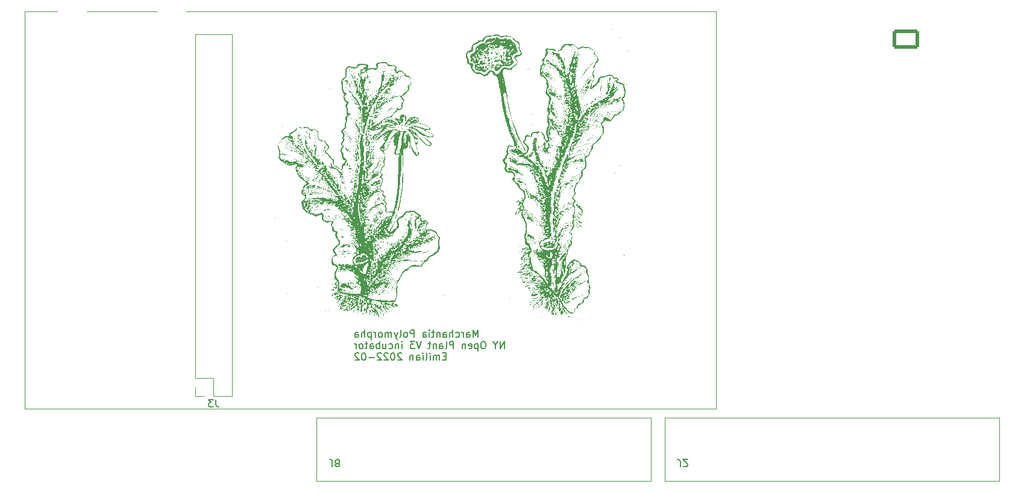
<source format=gbo>
G04 #@! TF.GenerationSoftware,KiCad,Pcbnew,(6.0.1)*
G04 #@! TF.CreationDate,2022-02-20T22:53:52-05:00*
G04 #@! TF.ProjectId,op_mainboard1,6f705f6d-6169-46e6-926f-617264312e6b,rev?*
G04 #@! TF.SameCoordinates,Original*
G04 #@! TF.FileFunction,Legend,Bot*
G04 #@! TF.FilePolarity,Positive*
%FSLAX46Y46*%
G04 Gerber Fmt 4.6, Leading zero omitted, Abs format (unit mm)*
G04 Created by KiCad (PCBNEW (6.0.1)) date 2022-02-20 22:53:52*
%MOMM*%
%LPD*%
G01*
G04 APERTURE LIST*
G04 Aperture macros list*
%AMRoundRect*
0 Rectangle with rounded corners*
0 $1 Rounding radius*
0 $2 $3 $4 $5 $6 $7 $8 $9 X,Y pos of 4 corners*
0 Add a 4 corners polygon primitive as box body*
4,1,4,$2,$3,$4,$5,$6,$7,$8,$9,$2,$3,0*
0 Add four circle primitives for the rounded corners*
1,1,$1+$1,$2,$3*
1,1,$1+$1,$4,$5*
1,1,$1+$1,$6,$7*
1,1,$1+$1,$8,$9*
0 Add four rect primitives between the rounded corners*
20,1,$1+$1,$2,$3,$4,$5,0*
20,1,$1+$1,$4,$5,$6,$7,0*
20,1,$1+$1,$6,$7,$8,$9,0*
20,1,$1+$1,$8,$9,$2,$3,0*%
G04 Aperture macros list end*
%ADD10C,0.050000*%
%ADD11C,0.150000*%
%ADD12C,0.120000*%
%ADD13R,1.700000X1.700000*%
%ADD14O,1.700000X1.700000*%
%ADD15C,4.700000*%
%ADD16C,5.700000*%
%ADD17C,3.000000*%
%ADD18RoundRect,0.250001X-1.599999X1.099999X-1.599999X-1.099999X1.599999X-1.099999X1.599999X1.099999X0*%
%ADD19O,3.700000X2.700000*%
%ADD20O,2.500000X3.500000*%
G04 APERTURE END LIST*
D10*
X42799000Y-105460800D02*
X139954000Y-105460800D01*
X42799000Y-161340800D02*
X42799000Y-105460800D01*
X139954000Y-161340800D02*
X139954000Y-105460800D01*
X139954000Y-161340800D02*
X42799000Y-161340800D01*
D11*
X106473690Y-151242380D02*
X106473690Y-150242380D01*
X106140357Y-150956666D01*
X105807023Y-150242380D01*
X105807023Y-151242380D01*
X104902261Y-151242380D02*
X104902261Y-150718571D01*
X104949880Y-150623333D01*
X105045119Y-150575714D01*
X105235595Y-150575714D01*
X105330833Y-150623333D01*
X104902261Y-151194761D02*
X104997500Y-151242380D01*
X105235595Y-151242380D01*
X105330833Y-151194761D01*
X105378452Y-151099523D01*
X105378452Y-151004285D01*
X105330833Y-150909047D01*
X105235595Y-150861428D01*
X104997500Y-150861428D01*
X104902261Y-150813809D01*
X104426071Y-151242380D02*
X104426071Y-150575714D01*
X104426071Y-150766190D02*
X104378452Y-150670952D01*
X104330833Y-150623333D01*
X104235595Y-150575714D01*
X104140357Y-150575714D01*
X103378452Y-151194761D02*
X103473690Y-151242380D01*
X103664166Y-151242380D01*
X103759404Y-151194761D01*
X103807023Y-151147142D01*
X103854642Y-151051904D01*
X103854642Y-150766190D01*
X103807023Y-150670952D01*
X103759404Y-150623333D01*
X103664166Y-150575714D01*
X103473690Y-150575714D01*
X103378452Y-150623333D01*
X102949880Y-151242380D02*
X102949880Y-150242380D01*
X102521309Y-151242380D02*
X102521309Y-150718571D01*
X102568928Y-150623333D01*
X102664166Y-150575714D01*
X102807023Y-150575714D01*
X102902261Y-150623333D01*
X102949880Y-150670952D01*
X101616547Y-151242380D02*
X101616547Y-150718571D01*
X101664166Y-150623333D01*
X101759404Y-150575714D01*
X101949880Y-150575714D01*
X102045119Y-150623333D01*
X101616547Y-151194761D02*
X101711785Y-151242380D01*
X101949880Y-151242380D01*
X102045119Y-151194761D01*
X102092738Y-151099523D01*
X102092738Y-151004285D01*
X102045119Y-150909047D01*
X101949880Y-150861428D01*
X101711785Y-150861428D01*
X101616547Y-150813809D01*
X101140357Y-150575714D02*
X101140357Y-151242380D01*
X101140357Y-150670952D02*
X101092738Y-150623333D01*
X100997500Y-150575714D01*
X100854642Y-150575714D01*
X100759404Y-150623333D01*
X100711785Y-150718571D01*
X100711785Y-151242380D01*
X100378452Y-150575714D02*
X99997500Y-150575714D01*
X100235595Y-150242380D02*
X100235595Y-151099523D01*
X100187976Y-151194761D01*
X100092738Y-151242380D01*
X99997500Y-151242380D01*
X99664166Y-151242380D02*
X99664166Y-150575714D01*
X99664166Y-150242380D02*
X99711785Y-150290000D01*
X99664166Y-150337619D01*
X99616547Y-150290000D01*
X99664166Y-150242380D01*
X99664166Y-150337619D01*
X98759404Y-151242380D02*
X98759404Y-150718571D01*
X98807023Y-150623333D01*
X98902261Y-150575714D01*
X99092738Y-150575714D01*
X99187976Y-150623333D01*
X98759404Y-151194761D02*
X98854642Y-151242380D01*
X99092738Y-151242380D01*
X99187976Y-151194761D01*
X99235595Y-151099523D01*
X99235595Y-151004285D01*
X99187976Y-150909047D01*
X99092738Y-150861428D01*
X98854642Y-150861428D01*
X98759404Y-150813809D01*
X97521309Y-151242380D02*
X97521309Y-150242380D01*
X97140357Y-150242380D01*
X97045119Y-150290000D01*
X96997500Y-150337619D01*
X96949880Y-150432857D01*
X96949880Y-150575714D01*
X96997500Y-150670952D01*
X97045119Y-150718571D01*
X97140357Y-150766190D01*
X97521309Y-150766190D01*
X96378452Y-151242380D02*
X96473690Y-151194761D01*
X96521309Y-151147142D01*
X96568928Y-151051904D01*
X96568928Y-150766190D01*
X96521309Y-150670952D01*
X96473690Y-150623333D01*
X96378452Y-150575714D01*
X96235595Y-150575714D01*
X96140357Y-150623333D01*
X96092738Y-150670952D01*
X96045119Y-150766190D01*
X96045119Y-151051904D01*
X96092738Y-151147142D01*
X96140357Y-151194761D01*
X96235595Y-151242380D01*
X96378452Y-151242380D01*
X95473690Y-151242380D02*
X95568928Y-151194761D01*
X95616547Y-151099523D01*
X95616547Y-150242380D01*
X95187976Y-150575714D02*
X94949880Y-151242380D01*
X94711785Y-150575714D02*
X94949880Y-151242380D01*
X95045119Y-151480476D01*
X95092738Y-151528095D01*
X95187976Y-151575714D01*
X94330833Y-151242380D02*
X94330833Y-150575714D01*
X94330833Y-150670952D02*
X94283214Y-150623333D01*
X94187976Y-150575714D01*
X94045119Y-150575714D01*
X93949880Y-150623333D01*
X93902261Y-150718571D01*
X93902261Y-151242380D01*
X93902261Y-150718571D02*
X93854642Y-150623333D01*
X93759404Y-150575714D01*
X93616547Y-150575714D01*
X93521309Y-150623333D01*
X93473690Y-150718571D01*
X93473690Y-151242380D01*
X92854642Y-151242380D02*
X92949880Y-151194761D01*
X92997500Y-151147142D01*
X93045119Y-151051904D01*
X93045119Y-150766190D01*
X92997500Y-150670952D01*
X92949880Y-150623333D01*
X92854642Y-150575714D01*
X92711785Y-150575714D01*
X92616547Y-150623333D01*
X92568928Y-150670952D01*
X92521309Y-150766190D01*
X92521309Y-151051904D01*
X92568928Y-151147142D01*
X92616547Y-151194761D01*
X92711785Y-151242380D01*
X92854642Y-151242380D01*
X92092738Y-151242380D02*
X92092738Y-150575714D01*
X92092738Y-150766190D02*
X92045119Y-150670952D01*
X91997500Y-150623333D01*
X91902261Y-150575714D01*
X91807023Y-150575714D01*
X91473690Y-150575714D02*
X91473690Y-151575714D01*
X91473690Y-150623333D02*
X91378452Y-150575714D01*
X91187976Y-150575714D01*
X91092738Y-150623333D01*
X91045119Y-150670952D01*
X90997500Y-150766190D01*
X90997500Y-151051904D01*
X91045119Y-151147142D01*
X91092738Y-151194761D01*
X91187976Y-151242380D01*
X91378452Y-151242380D01*
X91473690Y-151194761D01*
X90568928Y-151242380D02*
X90568928Y-150242380D01*
X90140357Y-151242380D02*
X90140357Y-150718571D01*
X90187976Y-150623333D01*
X90283214Y-150575714D01*
X90426071Y-150575714D01*
X90521309Y-150623333D01*
X90568928Y-150670952D01*
X89235595Y-151242380D02*
X89235595Y-150718571D01*
X89283214Y-150623333D01*
X89378452Y-150575714D01*
X89568928Y-150575714D01*
X89664166Y-150623333D01*
X89235595Y-151194761D02*
X89330833Y-151242380D01*
X89568928Y-151242380D01*
X89664166Y-151194761D01*
X89711785Y-151099523D01*
X89711785Y-151004285D01*
X89664166Y-150909047D01*
X89568928Y-150861428D01*
X89330833Y-150861428D01*
X89235595Y-150813809D01*
X110187976Y-152852380D02*
X110187976Y-151852380D01*
X109616547Y-152852380D01*
X109616547Y-151852380D01*
X108949880Y-152376190D02*
X108949880Y-152852380D01*
X109283214Y-151852380D02*
X108949880Y-152376190D01*
X108616547Y-151852380D01*
X107330833Y-151852380D02*
X107140357Y-151852380D01*
X107045119Y-151900000D01*
X106949880Y-151995238D01*
X106902261Y-152185714D01*
X106902261Y-152519047D01*
X106949880Y-152709523D01*
X107045119Y-152804761D01*
X107140357Y-152852380D01*
X107330833Y-152852380D01*
X107426071Y-152804761D01*
X107521309Y-152709523D01*
X107568928Y-152519047D01*
X107568928Y-152185714D01*
X107521309Y-151995238D01*
X107426071Y-151900000D01*
X107330833Y-151852380D01*
X106473690Y-152185714D02*
X106473690Y-153185714D01*
X106473690Y-152233333D02*
X106378452Y-152185714D01*
X106187976Y-152185714D01*
X106092738Y-152233333D01*
X106045119Y-152280952D01*
X105997500Y-152376190D01*
X105997500Y-152661904D01*
X106045119Y-152757142D01*
X106092738Y-152804761D01*
X106187976Y-152852380D01*
X106378452Y-152852380D01*
X106473690Y-152804761D01*
X105187976Y-152804761D02*
X105283214Y-152852380D01*
X105473690Y-152852380D01*
X105568928Y-152804761D01*
X105616547Y-152709523D01*
X105616547Y-152328571D01*
X105568928Y-152233333D01*
X105473690Y-152185714D01*
X105283214Y-152185714D01*
X105187976Y-152233333D01*
X105140357Y-152328571D01*
X105140357Y-152423809D01*
X105616547Y-152519047D01*
X104711785Y-152185714D02*
X104711785Y-152852380D01*
X104711785Y-152280952D02*
X104664166Y-152233333D01*
X104568928Y-152185714D01*
X104426071Y-152185714D01*
X104330833Y-152233333D01*
X104283214Y-152328571D01*
X104283214Y-152852380D01*
X103045119Y-152852380D02*
X103045119Y-151852380D01*
X102664166Y-151852380D01*
X102568928Y-151900000D01*
X102521309Y-151947619D01*
X102473690Y-152042857D01*
X102473690Y-152185714D01*
X102521309Y-152280952D01*
X102568928Y-152328571D01*
X102664166Y-152376190D01*
X103045119Y-152376190D01*
X101902261Y-152852380D02*
X101997500Y-152804761D01*
X102045119Y-152709523D01*
X102045119Y-151852380D01*
X101092738Y-152852380D02*
X101092738Y-152328571D01*
X101140357Y-152233333D01*
X101235595Y-152185714D01*
X101426071Y-152185714D01*
X101521309Y-152233333D01*
X101092738Y-152804761D02*
X101187976Y-152852380D01*
X101426071Y-152852380D01*
X101521309Y-152804761D01*
X101568928Y-152709523D01*
X101568928Y-152614285D01*
X101521309Y-152519047D01*
X101426071Y-152471428D01*
X101187976Y-152471428D01*
X101092738Y-152423809D01*
X100616547Y-152185714D02*
X100616547Y-152852380D01*
X100616547Y-152280952D02*
X100568928Y-152233333D01*
X100473690Y-152185714D01*
X100330833Y-152185714D01*
X100235595Y-152233333D01*
X100187976Y-152328571D01*
X100187976Y-152852380D01*
X99854642Y-152185714D02*
X99473690Y-152185714D01*
X99711785Y-151852380D02*
X99711785Y-152709523D01*
X99664166Y-152804761D01*
X99568928Y-152852380D01*
X99473690Y-152852380D01*
X98521309Y-151852380D02*
X98187976Y-152852380D01*
X97854642Y-151852380D01*
X97616547Y-151852380D02*
X96997500Y-151852380D01*
X97330833Y-152233333D01*
X97187976Y-152233333D01*
X97092738Y-152280952D01*
X97045119Y-152328571D01*
X96997500Y-152423809D01*
X96997500Y-152661904D01*
X97045119Y-152757142D01*
X97092738Y-152804761D01*
X97187976Y-152852380D01*
X97473690Y-152852380D01*
X97568928Y-152804761D01*
X97616547Y-152757142D01*
X95807023Y-152852380D02*
X95807023Y-152185714D01*
X95807023Y-151852380D02*
X95854642Y-151900000D01*
X95807023Y-151947619D01*
X95759404Y-151900000D01*
X95807023Y-151852380D01*
X95807023Y-151947619D01*
X95330833Y-152185714D02*
X95330833Y-152852380D01*
X95330833Y-152280952D02*
X95283214Y-152233333D01*
X95187976Y-152185714D01*
X95045119Y-152185714D01*
X94949880Y-152233333D01*
X94902261Y-152328571D01*
X94902261Y-152852380D01*
X93997500Y-152804761D02*
X94092738Y-152852380D01*
X94283214Y-152852380D01*
X94378452Y-152804761D01*
X94426071Y-152757142D01*
X94473690Y-152661904D01*
X94473690Y-152376190D01*
X94426071Y-152280952D01*
X94378452Y-152233333D01*
X94283214Y-152185714D01*
X94092738Y-152185714D01*
X93997500Y-152233333D01*
X93140357Y-152185714D02*
X93140357Y-152852380D01*
X93568928Y-152185714D02*
X93568928Y-152709523D01*
X93521309Y-152804761D01*
X93426071Y-152852380D01*
X93283214Y-152852380D01*
X93187976Y-152804761D01*
X93140357Y-152757142D01*
X92664166Y-152852380D02*
X92664166Y-151852380D01*
X92664166Y-152233333D02*
X92568928Y-152185714D01*
X92378452Y-152185714D01*
X92283214Y-152233333D01*
X92235595Y-152280952D01*
X92187976Y-152376190D01*
X92187976Y-152661904D01*
X92235595Y-152757142D01*
X92283214Y-152804761D01*
X92378452Y-152852380D01*
X92568928Y-152852380D01*
X92664166Y-152804761D01*
X91330833Y-152852380D02*
X91330833Y-152328571D01*
X91378452Y-152233333D01*
X91473690Y-152185714D01*
X91664166Y-152185714D01*
X91759404Y-152233333D01*
X91330833Y-152804761D02*
X91426071Y-152852380D01*
X91664166Y-152852380D01*
X91759404Y-152804761D01*
X91807023Y-152709523D01*
X91807023Y-152614285D01*
X91759404Y-152519047D01*
X91664166Y-152471428D01*
X91426071Y-152471428D01*
X91330833Y-152423809D01*
X90997500Y-152185714D02*
X90616547Y-152185714D01*
X90854642Y-151852380D02*
X90854642Y-152709523D01*
X90807023Y-152804761D01*
X90711785Y-152852380D01*
X90616547Y-152852380D01*
X90140357Y-152852380D02*
X90235595Y-152804761D01*
X90283214Y-152757142D01*
X90330833Y-152661904D01*
X90330833Y-152376190D01*
X90283214Y-152280952D01*
X90235595Y-152233333D01*
X90140357Y-152185714D01*
X89997500Y-152185714D01*
X89902261Y-152233333D01*
X89854642Y-152280952D01*
X89807023Y-152376190D01*
X89807023Y-152661904D01*
X89854642Y-152757142D01*
X89902261Y-152804761D01*
X89997500Y-152852380D01*
X90140357Y-152852380D01*
X89378452Y-152852380D02*
X89378452Y-152185714D01*
X89378452Y-152376190D02*
X89330833Y-152280952D01*
X89283214Y-152233333D01*
X89187976Y-152185714D01*
X89092738Y-152185714D01*
X101997500Y-153938571D02*
X101664166Y-153938571D01*
X101521309Y-154462380D02*
X101997500Y-154462380D01*
X101997500Y-153462380D01*
X101521309Y-153462380D01*
X101092738Y-154462380D02*
X101092738Y-153795714D01*
X101092738Y-153890952D02*
X101045119Y-153843333D01*
X100949880Y-153795714D01*
X100807023Y-153795714D01*
X100711785Y-153843333D01*
X100664166Y-153938571D01*
X100664166Y-154462380D01*
X100664166Y-153938571D02*
X100616547Y-153843333D01*
X100521309Y-153795714D01*
X100378452Y-153795714D01*
X100283214Y-153843333D01*
X100235595Y-153938571D01*
X100235595Y-154462380D01*
X99759404Y-154462380D02*
X99759404Y-153795714D01*
X99759404Y-153462380D02*
X99807023Y-153510000D01*
X99759404Y-153557619D01*
X99711785Y-153510000D01*
X99759404Y-153462380D01*
X99759404Y-153557619D01*
X99140357Y-154462380D02*
X99235595Y-154414761D01*
X99283214Y-154319523D01*
X99283214Y-153462380D01*
X98759404Y-154462380D02*
X98759404Y-153795714D01*
X98759404Y-153462380D02*
X98807023Y-153510000D01*
X98759404Y-153557619D01*
X98711785Y-153510000D01*
X98759404Y-153462380D01*
X98759404Y-153557619D01*
X97854642Y-154462380D02*
X97854642Y-153938571D01*
X97902261Y-153843333D01*
X97997500Y-153795714D01*
X98187976Y-153795714D01*
X98283214Y-153843333D01*
X97854642Y-154414761D02*
X97949880Y-154462380D01*
X98187976Y-154462380D01*
X98283214Y-154414761D01*
X98330833Y-154319523D01*
X98330833Y-154224285D01*
X98283214Y-154129047D01*
X98187976Y-154081428D01*
X97949880Y-154081428D01*
X97854642Y-154033809D01*
X97378452Y-153795714D02*
X97378452Y-154462380D01*
X97378452Y-153890952D02*
X97330833Y-153843333D01*
X97235595Y-153795714D01*
X97092738Y-153795714D01*
X96997500Y-153843333D01*
X96949880Y-153938571D01*
X96949880Y-154462380D01*
X95759404Y-153557619D02*
X95711785Y-153510000D01*
X95616547Y-153462380D01*
X95378452Y-153462380D01*
X95283214Y-153510000D01*
X95235595Y-153557619D01*
X95187976Y-153652857D01*
X95187976Y-153748095D01*
X95235595Y-153890952D01*
X95807023Y-154462380D01*
X95187976Y-154462380D01*
X94568928Y-153462380D02*
X94473690Y-153462380D01*
X94378452Y-153510000D01*
X94330833Y-153557619D01*
X94283214Y-153652857D01*
X94235595Y-153843333D01*
X94235595Y-154081428D01*
X94283214Y-154271904D01*
X94330833Y-154367142D01*
X94378452Y-154414761D01*
X94473690Y-154462380D01*
X94568928Y-154462380D01*
X94664166Y-154414761D01*
X94711785Y-154367142D01*
X94759404Y-154271904D01*
X94807023Y-154081428D01*
X94807023Y-153843333D01*
X94759404Y-153652857D01*
X94711785Y-153557619D01*
X94664166Y-153510000D01*
X94568928Y-153462380D01*
X93854642Y-153557619D02*
X93807023Y-153510000D01*
X93711785Y-153462380D01*
X93473690Y-153462380D01*
X93378452Y-153510000D01*
X93330833Y-153557619D01*
X93283214Y-153652857D01*
X93283214Y-153748095D01*
X93330833Y-153890952D01*
X93902261Y-154462380D01*
X93283214Y-154462380D01*
X92902261Y-153557619D02*
X92854642Y-153510000D01*
X92759404Y-153462380D01*
X92521309Y-153462380D01*
X92426071Y-153510000D01*
X92378452Y-153557619D01*
X92330833Y-153652857D01*
X92330833Y-153748095D01*
X92378452Y-153890952D01*
X92949880Y-154462380D01*
X92330833Y-154462380D01*
X91902261Y-154081428D02*
X91140357Y-154081428D01*
X90473690Y-153462380D02*
X90378452Y-153462380D01*
X90283214Y-153510000D01*
X90235595Y-153557619D01*
X90187976Y-153652857D01*
X90140357Y-153843333D01*
X90140357Y-154081428D01*
X90187976Y-154271904D01*
X90235595Y-154367142D01*
X90283214Y-154414761D01*
X90378452Y-154462380D01*
X90473690Y-154462380D01*
X90568928Y-154414761D01*
X90616547Y-154367142D01*
X90664166Y-154271904D01*
X90711785Y-154081428D01*
X90711785Y-153843333D01*
X90664166Y-153652857D01*
X90616547Y-153557619D01*
X90568928Y-153510000D01*
X90473690Y-153462380D01*
X89759404Y-153557619D02*
X89711785Y-153510000D01*
X89616547Y-153462380D01*
X89378452Y-153462380D01*
X89283214Y-153510000D01*
X89235595Y-153557619D01*
X89187976Y-153652857D01*
X89187976Y-153748095D01*
X89235595Y-153890952D01*
X89807023Y-154462380D01*
X89187976Y-154462380D01*
X69675333Y-160024380D02*
X69675333Y-160738666D01*
X69722952Y-160881523D01*
X69818190Y-160976761D01*
X69961047Y-161024380D01*
X70056285Y-161024380D01*
X69294380Y-160024380D02*
X68675333Y-160024380D01*
X69008666Y-160405333D01*
X68865809Y-160405333D01*
X68770571Y-160452952D01*
X68722952Y-160500571D01*
X68675333Y-160595809D01*
X68675333Y-160833904D01*
X68722952Y-160929142D01*
X68770571Y-160976761D01*
X68865809Y-161024380D01*
X69151523Y-161024380D01*
X69246761Y-160976761D01*
X69294380Y-160929142D01*
X86026666Y-169457619D02*
X86026666Y-168743333D01*
X85979047Y-168600476D01*
X85883809Y-168505238D01*
X85740952Y-168457619D01*
X85645714Y-168457619D01*
X86645714Y-169029047D02*
X86550476Y-169076666D01*
X86502857Y-169124285D01*
X86455238Y-169219523D01*
X86455238Y-169267142D01*
X86502857Y-169362380D01*
X86550476Y-169410000D01*
X86645714Y-169457619D01*
X86836190Y-169457619D01*
X86931428Y-169410000D01*
X86979047Y-169362380D01*
X87026666Y-169267142D01*
X87026666Y-169219523D01*
X86979047Y-169124285D01*
X86931428Y-169076666D01*
X86836190Y-169029047D01*
X86645714Y-169029047D01*
X86550476Y-168981428D01*
X86502857Y-168933809D01*
X86455238Y-168838571D01*
X86455238Y-168648095D01*
X86502857Y-168552857D01*
X86550476Y-168505238D01*
X86645714Y-168457619D01*
X86836190Y-168457619D01*
X86931428Y-168505238D01*
X86979047Y-168552857D01*
X87026666Y-168648095D01*
X87026666Y-168838571D01*
X86979047Y-168933809D01*
X86931428Y-168981428D01*
X86836190Y-169029047D01*
X134921666Y-169457619D02*
X134921666Y-168743333D01*
X134874047Y-168600476D01*
X134778809Y-168505238D01*
X134635952Y-168457619D01*
X134540714Y-168457619D01*
X135350238Y-169362380D02*
X135397857Y-169410000D01*
X135493095Y-169457619D01*
X135731190Y-169457619D01*
X135826428Y-169410000D01*
X135874047Y-169362380D01*
X135921666Y-169267142D01*
X135921666Y-169171904D01*
X135874047Y-169029047D01*
X135302619Y-168457619D01*
X135921666Y-168457619D01*
D12*
X66742000Y-108652000D02*
X71942000Y-108652000D01*
X66742000Y-158242000D02*
X66742000Y-159572000D01*
X69342000Y-159572000D02*
X71942000Y-159572000D01*
X66742000Y-159572000D02*
X68072000Y-159572000D01*
X66742000Y-156972000D02*
X69342000Y-156972000D01*
X66742000Y-156972000D02*
X66742000Y-108652000D01*
X71942000Y-159572000D02*
X71942000Y-108652000D01*
X69342000Y-156972000D02*
X69342000Y-159572000D01*
G36*
X120196485Y-134660837D02*
G01*
X120263557Y-134764515D01*
X120269584Y-134780578D01*
X120287349Y-134865415D01*
X120216161Y-134811911D01*
X120167849Y-134749658D01*
X120158352Y-134660093D01*
X120196485Y-134660837D01*
G37*
G36*
X122787834Y-121355927D02*
G01*
X122802196Y-121385326D01*
X122682000Y-121398631D01*
X122565531Y-121386829D01*
X122576167Y-121355927D01*
X122614492Y-121344744D01*
X122787834Y-121355927D01*
G37*
G36*
X92140091Y-140384120D02*
G01*
X92094260Y-140493230D01*
X92050637Y-140473575D01*
X92043388Y-140419427D01*
X92103072Y-140273062D01*
X92107062Y-140269133D01*
X92159323Y-140253419D01*
X92140091Y-140384120D01*
G37*
G36*
X109558667Y-111294333D02*
G01*
X109516334Y-111336667D01*
X109474000Y-111294333D01*
X109516334Y-111252000D01*
X109558667Y-111294333D01*
G37*
G36*
X92331129Y-134991092D02*
G01*
X92239349Y-135082974D01*
X92091823Y-135185943D01*
X92042627Y-135193185D01*
X92117334Y-135085667D01*
X92188417Y-135017286D01*
X92313216Y-134958667D01*
X92331129Y-134991092D01*
G37*
G36*
X83537778Y-128298222D02*
G01*
X83551024Y-128323688D01*
X83481334Y-128354667D01*
X83436512Y-128348556D01*
X83424889Y-128298222D01*
X83437299Y-128288089D01*
X83537778Y-128298222D01*
G37*
G36*
X114385683Y-137287000D02*
G01*
X114385916Y-137370161D01*
X114353198Y-137425443D01*
X114361654Y-137532098D01*
X114366825Y-137556469D01*
X114269154Y-137533692D01*
X114264651Y-137531952D01*
X114169389Y-137469863D01*
X114229402Y-137394231D01*
X114282585Y-137342704D01*
X114188034Y-137363376D01*
X114066463Y-137374923D01*
X113895051Y-137333775D01*
X113820108Y-137287000D01*
X114300000Y-137287000D01*
X114342334Y-137329333D01*
X114384667Y-137287000D01*
X114342334Y-137244667D01*
X114300000Y-137287000D01*
X113820108Y-137287000D01*
X113767791Y-137254347D01*
X113746810Y-137164624D01*
X113750752Y-137120529D01*
X113704456Y-137080846D01*
X114066759Y-137080846D01*
X114088334Y-137160000D01*
X114105729Y-137185063D01*
X114182994Y-137244667D01*
X114194575Y-137239154D01*
X114173000Y-137160000D01*
X114155606Y-137134937D01*
X114078340Y-137075333D01*
X114066759Y-137080846D01*
X113704456Y-137080846D01*
X113660117Y-137042841D01*
X113616224Y-137033000D01*
X113876667Y-137033000D01*
X113919000Y-137075333D01*
X113961334Y-137033000D01*
X113919000Y-136990667D01*
X113876667Y-137033000D01*
X113616224Y-137033000D01*
X113594539Y-137028138D01*
X113580933Y-137076303D01*
X113596194Y-137105540D01*
X113588309Y-137160000D01*
X113542269Y-137124713D01*
X113454354Y-136992572D01*
X113431700Y-136948333D01*
X113707334Y-136948333D01*
X113749667Y-136990667D01*
X113792000Y-136948333D01*
X113749667Y-136906000D01*
X113707334Y-136948333D01*
X113431700Y-136948333D01*
X113427668Y-136940460D01*
X113413193Y-136860319D01*
X113514875Y-136881424D01*
X113581090Y-136904371D01*
X113618829Y-136892425D01*
X113538000Y-136781250D01*
X113465737Y-136687218D01*
X113480269Y-136667949D01*
X113622667Y-136741912D01*
X113974758Y-136945927D01*
X113978283Y-136948333D01*
X114102317Y-137033000D01*
X114251340Y-137134724D01*
X114352134Y-137239154D01*
X114385646Y-137273875D01*
X114385683Y-137287000D01*
G37*
G36*
X124883334Y-114723333D02*
G01*
X124877224Y-114768155D01*
X124826889Y-114779778D01*
X124816756Y-114767368D01*
X124826889Y-114666889D01*
X124852356Y-114653643D01*
X124883334Y-114723333D01*
G37*
G36*
X116887226Y-123024476D02*
G01*
X116967000Y-123105333D01*
X116982771Y-123135310D01*
X116976994Y-123190000D01*
X116962108Y-123186190D01*
X116882334Y-123105333D01*
X116866564Y-123075357D01*
X116872340Y-123020667D01*
X116887226Y-123024476D01*
G37*
G36*
X119935226Y-128527810D02*
G01*
X120015000Y-128608667D01*
X120030771Y-128638643D01*
X120024994Y-128693333D01*
X120010108Y-128689523D01*
X119930334Y-128608667D01*
X119914564Y-128578690D01*
X119920340Y-128524000D01*
X119935226Y-128527810D01*
G37*
G36*
X87376000Y-129159000D02*
G01*
X87333667Y-129201333D01*
X87291334Y-129159000D01*
X87333667Y-129116667D01*
X87376000Y-129159000D01*
G37*
G36*
X111985778Y-129060222D02*
G01*
X111999024Y-129085688D01*
X111929334Y-129116667D01*
X111884512Y-129110556D01*
X111872889Y-129060222D01*
X111885299Y-129050089D01*
X111985778Y-129060222D01*
G37*
G36*
X91073124Y-146234738D02*
G01*
X91072850Y-146433434D01*
X91071865Y-146464960D01*
X91084105Y-146763280D01*
X91125072Y-147023667D01*
X91133513Y-147057219D01*
X91152588Y-147184466D01*
X91114176Y-147162288D01*
X91066988Y-147134956D01*
X91002772Y-147229582D01*
X90926265Y-147479788D01*
X90881380Y-147647665D01*
X90823918Y-147838416D01*
X90791701Y-147912667D01*
X90783149Y-147872521D01*
X90777464Y-147704902D01*
X90780223Y-147451180D01*
X90791689Y-147262648D01*
X90822149Y-147084418D01*
X90862183Y-147032844D01*
X90912212Y-147021114D01*
X90943517Y-146870408D01*
X90935665Y-146581848D01*
X90941265Y-146453128D01*
X91003642Y-146245615D01*
X91046804Y-146187532D01*
X91073124Y-146234738D01*
G37*
G36*
X115062000Y-144524822D02*
G01*
X114945741Y-144574692D01*
X114730389Y-144609370D01*
X114635614Y-144607210D01*
X114565156Y-144586677D01*
X114652923Y-144548134D01*
X114892667Y-144495946D01*
X114986762Y-144480310D01*
X115099935Y-144477591D01*
X115062000Y-144524822D01*
G37*
G36*
X110737316Y-119923278D02*
G01*
X110731330Y-120009152D01*
X110692848Y-120034403D01*
X110676070Y-120004449D01*
X110686164Y-119872125D01*
X110716639Y-119832935D01*
X110737316Y-119923278D01*
G37*
G36*
X79840667Y-124333000D02*
G01*
X79798334Y-124375333D01*
X79756000Y-124333000D01*
X79798334Y-124290667D01*
X79840667Y-124333000D01*
G37*
G36*
X122569112Y-123302889D02*
G01*
X122582357Y-123328355D01*
X122512667Y-123359333D01*
X122467845Y-123353223D01*
X122456223Y-123302889D01*
X122468632Y-123292756D01*
X122569112Y-123302889D01*
G37*
G36*
X115316000Y-125349000D02*
G01*
X115273667Y-125391333D01*
X115231334Y-125349000D01*
X115273667Y-125306667D01*
X115316000Y-125349000D01*
G37*
G36*
X110320667Y-111125000D02*
G01*
X110278334Y-111167333D01*
X110236000Y-111125000D01*
X110278334Y-111082667D01*
X110320667Y-111125000D01*
G37*
G36*
X95221778Y-140913555D02*
G01*
X95235024Y-140939022D01*
X95165334Y-140970000D01*
X95120512Y-140963890D01*
X95108889Y-140913555D01*
X95121299Y-140903422D01*
X95221778Y-140913555D01*
G37*
G36*
X81280000Y-123909667D02*
G01*
X81237667Y-123952000D01*
X81195334Y-123909667D01*
X81237667Y-123867333D01*
X81280000Y-123909667D01*
G37*
G36*
X90830828Y-136101667D02*
G01*
X90830944Y-136121717D01*
X90819593Y-136254259D01*
X90791798Y-136251445D01*
X90776266Y-136181875D01*
X90788661Y-135997445D01*
X90792850Y-135982887D01*
X90818620Y-135970352D01*
X90830828Y-136101667D01*
G37*
G36*
X115860890Y-131935485D02*
G01*
X115818667Y-132014499D01*
X115755685Y-132039907D01*
X115746618Y-131999097D01*
X115813494Y-131888089D01*
X115824645Y-131877149D01*
X115886668Y-131836570D01*
X115860890Y-131935485D01*
G37*
G36*
X119599752Y-135538251D02*
G01*
X119588504Y-135555487D01*
X119504848Y-135633462D01*
X119464667Y-135598663D01*
X119472235Y-135579620D01*
X119562416Y-135500915D01*
X119609731Y-135480314D01*
X119599752Y-135538251D01*
G37*
G36*
X87728532Y-134134011D02*
G01*
X87926334Y-134196667D01*
X88095667Y-134269432D01*
X87926334Y-134274086D01*
X87822232Y-134264931D01*
X87630000Y-134196667D01*
X87608558Y-134182674D01*
X87545724Y-134126988D01*
X87630000Y-134119247D01*
X87728532Y-134134011D01*
G37*
G36*
X89577334Y-119930333D02*
G01*
X89535000Y-119972667D01*
X89492667Y-119930333D01*
X89535000Y-119888000D01*
X89577334Y-119930333D01*
G37*
G36*
X117411536Y-146463273D02*
G01*
X117567566Y-146674472D01*
X117625479Y-146770359D01*
X117681219Y-146910753D01*
X117631066Y-146953111D01*
X117583377Y-146942398D01*
X117517334Y-146837565D01*
X117502835Y-146778550D01*
X117390334Y-146673284D01*
X117331628Y-146637313D01*
X117263334Y-146506608D01*
X117264177Y-146479887D01*
X117307733Y-146396936D01*
X117411536Y-146463273D01*
G37*
G36*
X89912093Y-120155890D02*
G01*
X89951247Y-120250920D01*
X89949410Y-120431057D01*
X89916687Y-120508482D01*
X89861464Y-120552920D01*
X89799029Y-120433936D01*
X89783418Y-120362830D01*
X89841374Y-120359872D01*
X89896277Y-120357003D01*
X89878695Y-120216103D01*
X89861330Y-120150194D01*
X89855148Y-120080715D01*
X89912093Y-120155890D01*
G37*
G36*
X87376000Y-143467667D02*
G01*
X87333667Y-143510000D01*
X87291334Y-143467667D01*
X87333667Y-143425333D01*
X87376000Y-143467667D01*
G37*
G36*
X121468445Y-124149555D02*
G01*
X121481691Y-124175022D01*
X121412000Y-124206000D01*
X121367178Y-124199890D01*
X121355556Y-124149555D01*
X121367965Y-124139422D01*
X121468445Y-124149555D01*
G37*
G36*
X95165334Y-125222000D02*
G01*
X95159224Y-125266822D01*
X95108889Y-125278444D01*
X95098756Y-125266035D01*
X95108889Y-125165555D01*
X95134356Y-125152310D01*
X95165334Y-125222000D01*
G37*
G36*
X91101334Y-115485333D02*
G01*
X91095224Y-115530155D01*
X91044889Y-115541778D01*
X91034756Y-115529368D01*
X91044889Y-115428889D01*
X91070356Y-115415643D01*
X91101334Y-115485333D01*
G37*
G36*
X122004667Y-125179667D02*
G01*
X121962334Y-125222000D01*
X121920000Y-125179667D01*
X121962334Y-125137333D01*
X122004667Y-125179667D01*
G37*
G36*
X124121334Y-118745000D02*
G01*
X124079000Y-118787333D01*
X124036667Y-118745000D01*
X124079000Y-118702667D01*
X124121334Y-118745000D01*
G37*
G36*
X81443438Y-122737484D02*
G01*
X81397942Y-122886742D01*
X81374664Y-122935631D01*
X81269004Y-123018052D01*
X81163474Y-122952946D01*
X81173747Y-122887611D01*
X81285477Y-122782895D01*
X81394739Y-122721216D01*
X81443438Y-122737484D01*
G37*
G36*
X100520500Y-137357927D02*
G01*
X100534863Y-137387326D01*
X100414667Y-137400631D01*
X100298198Y-137388829D01*
X100308834Y-137357927D01*
X100347158Y-137346744D01*
X100520500Y-137357927D01*
G37*
G36*
X81872667Y-126703667D02*
G01*
X81830334Y-126746000D01*
X81788000Y-126703667D01*
X81830334Y-126661333D01*
X81872667Y-126703667D01*
G37*
G36*
X118554500Y-118353200D02*
G01*
X118644808Y-118430692D01*
X118702667Y-118501367D01*
X118701277Y-118516224D01*
X118646114Y-118516796D01*
X118522534Y-118385167D01*
X118475238Y-118323821D01*
X118454213Y-118279976D01*
X118554500Y-118353200D01*
G37*
G36*
X119430419Y-145190251D02*
G01*
X119419170Y-145207487D01*
X119335515Y-145285462D01*
X119295334Y-145250663D01*
X119302902Y-145231620D01*
X119393082Y-145152915D01*
X119440398Y-145132314D01*
X119430419Y-145190251D01*
G37*
G36*
X89746667Y-144568333D02*
G01*
X89704334Y-144610667D01*
X89662000Y-144568333D01*
X89704334Y-144526000D01*
X89746667Y-144568333D01*
G37*
G36*
X123290542Y-119914830D02*
G01*
X123329732Y-119945305D01*
X123239389Y-119965982D01*
X123153515Y-119959996D01*
X123128264Y-119921514D01*
X123158218Y-119904736D01*
X123290542Y-119914830D01*
G37*
G36*
X117009334Y-131318000D02*
G01*
X117003224Y-131362822D01*
X116952889Y-131374444D01*
X116942756Y-131362035D01*
X116952889Y-131261555D01*
X116978356Y-131248310D01*
X117009334Y-131318000D01*
G37*
G36*
X117178667Y-121369667D02*
G01*
X117136334Y-121412000D01*
X117094000Y-121369667D01*
X117136334Y-121327333D01*
X117178667Y-121369667D01*
G37*
G36*
X92371334Y-139107333D02*
G01*
X92406572Y-139133884D01*
X92395158Y-139255500D01*
X92377618Y-139305021D01*
X92380594Y-139358395D01*
X92482482Y-139287466D01*
X92598288Y-139207772D01*
X92620293Y-139225960D01*
X92551176Y-139323993D01*
X92401335Y-139477517D01*
X92337967Y-139530589D01*
X92150289Y-139627350D01*
X92005815Y-139622456D01*
X91948000Y-139512550D01*
X91963387Y-139477103D01*
X92067994Y-139473929D01*
X92116727Y-139482664D01*
X92217908Y-139420151D01*
X92252382Y-139287854D01*
X92192355Y-139156675D01*
X92130802Y-139108821D01*
X92148627Y-139164983D01*
X92162973Y-139212565D01*
X92105633Y-139326231D01*
X92059467Y-139347075D01*
X92062697Y-139296574D01*
X92071118Y-139217789D01*
X91991868Y-139078629D01*
X91928314Y-138994643D01*
X91929271Y-138980333D01*
X92032667Y-138980333D01*
X92075000Y-139022667D01*
X92117334Y-138980333D01*
X92075000Y-138938000D01*
X92032667Y-138980333D01*
X91929271Y-138980333D01*
X91933064Y-138923637D01*
X91963035Y-138850687D01*
X91940747Y-138684000D01*
X91885419Y-138490536D01*
X91962279Y-138450547D01*
X92028801Y-138430577D01*
X92095690Y-138303000D01*
X92095974Y-138301431D01*
X92101854Y-138197445D01*
X92049001Y-138246599D01*
X91976116Y-138307779D01*
X91915457Y-138213314D01*
X91892381Y-138128284D01*
X91903674Y-138022771D01*
X91921421Y-138013755D01*
X91948000Y-138082219D01*
X91955119Y-138120384D01*
X92028419Y-138136292D01*
X92100801Y-138144407D01*
X92201404Y-138259551D01*
X92209188Y-138274351D01*
X92247938Y-138411263D01*
X92163318Y-138482648D01*
X92089896Y-138540517D01*
X92032667Y-138703425D01*
X92034214Y-138762000D01*
X92068390Y-138826714D01*
X92180834Y-138757867D01*
X92239462Y-138712639D01*
X92286638Y-138688448D01*
X92219056Y-138782295D01*
X92167342Y-138875475D01*
X92189017Y-138972309D01*
X92238037Y-138978616D01*
X92319531Y-138889814D01*
X92358539Y-138828805D01*
X92455403Y-138810630D01*
X92490688Y-138823079D01*
X92540667Y-138759552D01*
X92544396Y-138721734D01*
X92584993Y-138700104D01*
X92599938Y-138746563D01*
X92573211Y-138890647D01*
X92524019Y-138973349D01*
X92456000Y-138938000D01*
X92405855Y-138892841D01*
X92343440Y-138973234D01*
X92341936Y-138980333D01*
X92328307Y-139044651D01*
X92371334Y-139107333D01*
G37*
G36*
X100520500Y-137019260D02*
G01*
X100534863Y-137048659D01*
X100414667Y-137061965D01*
X100298198Y-137050163D01*
X100308834Y-137019260D01*
X100347158Y-137008077D01*
X100520500Y-137019260D01*
G37*
G36*
X91263983Y-117298611D02*
G01*
X91257996Y-117384485D01*
X91219514Y-117409736D01*
X91202737Y-117379782D01*
X91212830Y-117247458D01*
X91243306Y-117208269D01*
X91263983Y-117298611D01*
G37*
G36*
X120311334Y-141435667D02*
G01*
X120269000Y-141478000D01*
X120226667Y-141435667D01*
X120269000Y-141393333D01*
X120311334Y-141435667D01*
G37*
G36*
X97620667Y-137117667D02*
G01*
X97578334Y-137160000D01*
X97536000Y-137117667D01*
X97578334Y-137075333D01*
X97620667Y-137117667D01*
G37*
G36*
X115211757Y-145728031D02*
G01*
X115146667Y-145796000D01*
X115069970Y-145843469D01*
X114989867Y-145872150D01*
X115019667Y-145796000D01*
X115037790Y-145772941D01*
X115172831Y-145712630D01*
X115211757Y-145728031D01*
G37*
G36*
X116840000Y-124079000D02*
G01*
X116797667Y-124121333D01*
X116755334Y-124079000D01*
X116797667Y-124036667D01*
X116840000Y-124079000D01*
G37*
G36*
X122428000Y-121623667D02*
G01*
X122385667Y-121666000D01*
X122343334Y-121623667D01*
X122385667Y-121581333D01*
X122428000Y-121623667D01*
G37*
G36*
X92625334Y-115654667D02*
G01*
X92619224Y-115699489D01*
X92568889Y-115711111D01*
X92558756Y-115698702D01*
X92568889Y-115598222D01*
X92594356Y-115584976D01*
X92625334Y-115654667D01*
G37*
G36*
X89408000Y-124163667D02*
G01*
X89365667Y-124206000D01*
X89323334Y-124163667D01*
X89365667Y-124121333D01*
X89408000Y-124163667D01*
G37*
G36*
X116840000Y-127169333D02*
G01*
X116833890Y-127214155D01*
X116783556Y-127225778D01*
X116773423Y-127213368D01*
X116783556Y-127112889D01*
X116809022Y-127099643D01*
X116840000Y-127169333D01*
G37*
G36*
X94538419Y-141464918D02*
G01*
X94527170Y-141482153D01*
X94443515Y-141560129D01*
X94403334Y-141525330D01*
X94410902Y-141506286D01*
X94501082Y-141427582D01*
X94548398Y-141406981D01*
X94538419Y-141464918D01*
G37*
G36*
X94488000Y-116713000D02*
G01*
X94445667Y-116755333D01*
X94403334Y-116713000D01*
X94445667Y-116670667D01*
X94488000Y-116713000D01*
G37*
G36*
X93810667Y-117898333D02*
G01*
X93768334Y-117940667D01*
X93726000Y-117898333D01*
X93768334Y-117856000D01*
X93810667Y-117898333D01*
G37*
G36*
X119041334Y-113834333D02*
G01*
X118999000Y-113876667D01*
X118956667Y-113834333D01*
X118999000Y-113792000D01*
X119041334Y-113834333D01*
G37*
G36*
X87884000Y-126995003D02*
G01*
X87880747Y-127019579D01*
X87799334Y-127084667D01*
X87780173Y-127083696D01*
X87714667Y-127047330D01*
X87718563Y-127033749D01*
X87799334Y-126957667D01*
X87832131Y-126944437D01*
X87884000Y-126995003D01*
G37*
G36*
X93048667Y-143467667D02*
G01*
X93006334Y-143510000D01*
X92964000Y-143467667D01*
X93006334Y-143425333D01*
X93048667Y-143467667D01*
G37*
G36*
X113230411Y-130439440D02*
G01*
X113239739Y-130446336D01*
X113377488Y-130583090D01*
X113415624Y-130693112D01*
X113412964Y-130704789D01*
X113442779Y-130848433D01*
X113538983Y-131045261D01*
X113546390Y-131057716D01*
X113638166Y-131285975D01*
X113649209Y-131479650D01*
X113594393Y-131624418D01*
X113549005Y-131641307D01*
X113542428Y-131508500D01*
X113551529Y-131379191D01*
X113530813Y-131205341D01*
X113453334Y-131191000D01*
X113404181Y-131191941D01*
X113368667Y-131085930D01*
X113355583Y-130995817D01*
X113267067Y-130826933D01*
X113222999Y-130771704D01*
X113234471Y-130725333D01*
X113239078Y-130724754D01*
X113238473Y-130654576D01*
X113157758Y-130502940D01*
X113012041Y-130280547D01*
X113230411Y-130439440D01*
G37*
G36*
X89662000Y-115353336D02*
G01*
X89660344Y-115396084D01*
X89620350Y-115481591D01*
X89538616Y-115406517D01*
X89527111Y-115375988D01*
X89575953Y-115274520D01*
X89620344Y-115266134D01*
X89662000Y-115353336D01*
G37*
G36*
X117348000Y-144145000D02*
G01*
X117305667Y-144187333D01*
X117263334Y-144145000D01*
X117305667Y-144102667D01*
X117348000Y-144145000D01*
G37*
G36*
X119210667Y-112691333D02*
G01*
X119204557Y-112736155D01*
X119154223Y-112747778D01*
X119144090Y-112735368D01*
X119154223Y-112634889D01*
X119179689Y-112621643D01*
X119210667Y-112691333D01*
G37*
G36*
X88138000Y-134493000D02*
G01*
X88095667Y-134535333D01*
X88053334Y-134493000D01*
X88095667Y-134450667D01*
X88138000Y-134493000D01*
G37*
G36*
X116924667Y-136228667D02*
G01*
X116918557Y-136273489D01*
X116868223Y-136285111D01*
X116858090Y-136272702D01*
X116868223Y-136172222D01*
X116893689Y-136158976D01*
X116924667Y-136228667D01*
G37*
G36*
X113665000Y-137326542D02*
G01*
X113781401Y-137411478D01*
X113869612Y-137474709D01*
X113876144Y-137482024D01*
X113816479Y-137498667D01*
X113740885Y-137469372D01*
X113611867Y-137350500D01*
X113555332Y-137276382D01*
X113549856Y-137246907D01*
X113665000Y-137326542D01*
G37*
G36*
X111590667Y-122597333D02*
G01*
X111630585Y-122669861D01*
X111672741Y-122809000D01*
X111657755Y-122834436D01*
X111590667Y-122766667D01*
X111550750Y-122694139D01*
X111508593Y-122555000D01*
X111523580Y-122529564D01*
X111590667Y-122597333D01*
G37*
G36*
X82288445Y-123467475D02*
G01*
X82387750Y-123663442D01*
X82445995Y-123791636D01*
X82522636Y-123991197D01*
X82536921Y-124081095D01*
X82489411Y-124045188D01*
X82380667Y-123867333D01*
X82375550Y-123858018D01*
X82267792Y-123685043D01*
X82222330Y-123664478D01*
X82240772Y-123790830D01*
X82324726Y-124058605D01*
X82352117Y-124131702D01*
X82430775Y-124287841D01*
X82487048Y-124325397D01*
X82508496Y-124338773D01*
X82488594Y-124464865D01*
X82473376Y-124592535D01*
X82536664Y-124595243D01*
X82580802Y-124576886D01*
X82634667Y-124617412D01*
X82640270Y-124669469D01*
X82686059Y-124834075D01*
X82700922Y-124905387D01*
X82656584Y-124968000D01*
X82608483Y-124942632D01*
X82506980Y-124792793D01*
X82397036Y-124547470D01*
X82293677Y-124251845D01*
X82211927Y-123951095D01*
X82166812Y-123690402D01*
X82173356Y-123514944D01*
X82187393Y-123473301D01*
X82230067Y-123409918D01*
X82288445Y-123467475D01*
G37*
G36*
X100307371Y-137544906D02*
G01*
X100160667Y-137591279D01*
X100099769Y-137608051D01*
X99860676Y-137651359D01*
X99685419Y-137614860D01*
X99514797Y-137498667D01*
X99737334Y-137498667D01*
X99739794Y-137518904D01*
X99822000Y-137583333D01*
X99842238Y-137580873D01*
X99906667Y-137498667D01*
X99904207Y-137478429D01*
X99822000Y-137414000D01*
X99801763Y-137416460D01*
X99737334Y-137498667D01*
X99514797Y-137498667D01*
X99496688Y-137486335D01*
X99485142Y-137477005D01*
X99351770Y-137363314D01*
X99346067Y-137329090D01*
X99462167Y-137351408D01*
X99583954Y-137364061D01*
X99652667Y-137324064D01*
X99670456Y-137293194D01*
X99779667Y-137298715D01*
X99853843Y-137307751D01*
X99906667Y-137213508D01*
X99913047Y-137164655D01*
X99988494Y-137112795D01*
X100181834Y-137131945D01*
X100329079Y-137162513D01*
X100472014Y-137206991D01*
X100449203Y-137234957D01*
X100259445Y-137244667D01*
X100142553Y-137253904D01*
X100010235Y-137313961D01*
X100019578Y-137400947D01*
X100181834Y-137480645D01*
X100244011Y-137498667D01*
X100296894Y-137513995D01*
X100307371Y-137544906D01*
G37*
G36*
X91658404Y-124245144D02*
G01*
X91597119Y-124396500D01*
X91532012Y-124535735D01*
X91463825Y-124626716D01*
X91440000Y-124560849D01*
X91469152Y-124480198D01*
X91568376Y-124328015D01*
X91644713Y-124234618D01*
X91658404Y-124245144D01*
G37*
G36*
X92845085Y-134268251D02*
G01*
X92818950Y-134305863D01*
X92747337Y-134366000D01*
X92735501Y-134365176D01*
X92716855Y-134316165D01*
X92807749Y-134230915D01*
X92855065Y-134210314D01*
X92845085Y-134268251D01*
G37*
G36*
X123867334Y-117898333D02*
G01*
X123825000Y-117940667D01*
X123782667Y-117898333D01*
X123825000Y-117856000D01*
X123867334Y-117898333D01*
G37*
G36*
X81809167Y-126266593D02*
G01*
X81823529Y-126295993D01*
X81703334Y-126309298D01*
X81586864Y-126297496D01*
X81597500Y-126266593D01*
X81635825Y-126255411D01*
X81809167Y-126266593D01*
G37*
G36*
X114008652Y-146256996D02*
G01*
X113920247Y-146325621D01*
X113818602Y-146384649D01*
X113792000Y-146349312D01*
X113838179Y-146301317D01*
X113982500Y-146217641D01*
X114087163Y-146168077D01*
X114117733Y-146165852D01*
X114008652Y-146256996D01*
G37*
G36*
X125306667Y-119507000D02*
G01*
X125264334Y-119549333D01*
X125222000Y-119507000D01*
X125264334Y-119464667D01*
X125306667Y-119507000D01*
G37*
G36*
X120443226Y-122431810D02*
G01*
X120523000Y-122512667D01*
X120538771Y-122542643D01*
X120532994Y-122597333D01*
X120518108Y-122593523D01*
X120438334Y-122512667D01*
X120422564Y-122482690D01*
X120428340Y-122428000D01*
X120443226Y-122431810D01*
G37*
G36*
X92964000Y-130852333D02*
G01*
X92921667Y-130894667D01*
X92879334Y-130852333D01*
X92921667Y-130810000D01*
X92964000Y-130852333D01*
G37*
G36*
X93895334Y-141266333D02*
G01*
X93853000Y-141308667D01*
X93810667Y-141266333D01*
X93853000Y-141224000D01*
X93895334Y-141266333D01*
G37*
G36*
X117602000Y-116797667D02*
G01*
X117559667Y-116840000D01*
X117517334Y-116797667D01*
X117559667Y-116755333D01*
X117602000Y-116797667D01*
G37*
G36*
X93726000Y-115019667D02*
G01*
X93683667Y-115062000D01*
X93641334Y-115019667D01*
X93683667Y-114977333D01*
X93726000Y-115019667D01*
G37*
G36*
X91351157Y-137636897D02*
G01*
X91272492Y-137606543D01*
X91250036Y-137541000D01*
X91270667Y-137541000D01*
X91313000Y-137583333D01*
X91355334Y-137541000D01*
X91313000Y-137498667D01*
X91270667Y-137541000D01*
X91250036Y-137541000D01*
X91218570Y-137449158D01*
X91227559Y-137366559D01*
X91318866Y-137418868D01*
X91375305Y-137485159D01*
X91381683Y-137541000D01*
X91388257Y-137598559D01*
X91351157Y-137636897D01*
G37*
G36*
X120531085Y-143412251D02*
G01*
X120519837Y-143429487D01*
X120436181Y-143507462D01*
X120396000Y-143472663D01*
X120403569Y-143453620D01*
X120493749Y-143374915D01*
X120541065Y-143354314D01*
X120531085Y-143412251D01*
G37*
G36*
X90932000Y-115316000D02*
G01*
X90925890Y-115360822D01*
X90875556Y-115372444D01*
X90865423Y-115360035D01*
X90875556Y-115259555D01*
X90901022Y-115246310D01*
X90932000Y-115316000D01*
G37*
G36*
X121242667Y-117559667D02*
G01*
X121200334Y-117602000D01*
X121158000Y-117559667D01*
X121200334Y-117517333D01*
X121242667Y-117559667D01*
G37*
G36*
X118837752Y-138501585D02*
G01*
X118811616Y-138539196D01*
X118740004Y-138599333D01*
X118728168Y-138598509D01*
X118709522Y-138549499D01*
X118800416Y-138464248D01*
X118847731Y-138443648D01*
X118837752Y-138501585D01*
G37*
G36*
X90988445Y-116378058D02*
G01*
X90981057Y-116432812D01*
X90917889Y-116501333D01*
X90904140Y-116499804D01*
X90847334Y-116421663D01*
X90848031Y-116410055D01*
X90917889Y-116298388D01*
X90951744Y-116292683D01*
X90988445Y-116378058D01*
G37*
G36*
X115485334Y-148463000D02*
G01*
X115443000Y-148505333D01*
X115400667Y-148463000D01*
X115443000Y-148420667D01*
X115485334Y-148463000D01*
G37*
G36*
X86614000Y-131741333D02*
G01*
X86718431Y-131806292D01*
X86783334Y-131874291D01*
X86744906Y-131880502D01*
X86614000Y-131826000D01*
X86509570Y-131761041D01*
X86444667Y-131693042D01*
X86483095Y-131686831D01*
X86614000Y-131741333D01*
G37*
G36*
X112860667Y-128481667D02*
G01*
X112818334Y-128524000D01*
X112776000Y-128481667D01*
X112818334Y-128439333D01*
X112860667Y-128481667D01*
G37*
G36*
X83142667Y-124417667D02*
G01*
X83100334Y-124460000D01*
X83058000Y-124417667D01*
X83100334Y-124375333D01*
X83142667Y-124417667D01*
G37*
G36*
X89492667Y-137456333D02*
G01*
X89450334Y-137498667D01*
X89408000Y-137456333D01*
X89450334Y-137414000D01*
X89492667Y-137456333D01*
G37*
G36*
X94488000Y-117340258D02*
G01*
X94437415Y-117383052D01*
X94443216Y-117427139D01*
X94567853Y-117415790D01*
X94783661Y-117348256D01*
X94789039Y-117346220D01*
X94939538Y-117305703D01*
X94951412Y-117351649D01*
X94971818Y-117404099D01*
X95137073Y-117391779D01*
X95267642Y-117367584D01*
X95301159Y-117373229D01*
X95186406Y-117428026D01*
X95042261Y-117469856D01*
X94874049Y-117465221D01*
X94779687Y-117454436D01*
X94598976Y-117507674D01*
X94587172Y-117514605D01*
X94504759Y-117580224D01*
X94572667Y-117600722D01*
X94593617Y-117601503D01*
X94656962Y-117620115D01*
X94572667Y-117686667D01*
X94495970Y-117734136D01*
X94415867Y-117762816D01*
X94445667Y-117686667D01*
X94469457Y-117628322D01*
X94404894Y-117611341D01*
X94207268Y-117691337D01*
X94099192Y-117742324D01*
X94076942Y-117740128D01*
X94191667Y-117645359D01*
X94300886Y-117535503D01*
X94361000Y-117414911D01*
X94375163Y-117367520D01*
X94488000Y-117285110D01*
X94514326Y-117278079D01*
X94572056Y-117273443D01*
X94488000Y-117340258D01*
G37*
G36*
X91829085Y-117927585D02*
G01*
X91817837Y-117944820D01*
X91734181Y-118022796D01*
X91694000Y-117987997D01*
X91701569Y-117968953D01*
X91791749Y-117890248D01*
X91839065Y-117869648D01*
X91829085Y-117927585D01*
G37*
G36*
X81892847Y-126516785D02*
G01*
X81934507Y-126527856D01*
X81909631Y-126546979D01*
X81745667Y-126555315D01*
X81655975Y-126554221D01*
X81534388Y-126541380D01*
X81554180Y-126518494D01*
X81672237Y-126503154D01*
X81892847Y-126516785D01*
G37*
G36*
X121242667Y-145245667D02*
G01*
X121200334Y-145288000D01*
X121158000Y-145245667D01*
X121200334Y-145203333D01*
X121242667Y-145245667D01*
G37*
G36*
X91560288Y-123281314D02*
G01*
X91567000Y-123359333D01*
X91549623Y-123384671D01*
X91477337Y-123444000D01*
X91468887Y-123441799D01*
X91440000Y-123359333D01*
X91443446Y-123336127D01*
X91529664Y-123274667D01*
X91560288Y-123281314D01*
G37*
G36*
X121512542Y-125587496D02*
G01*
X121551732Y-125617972D01*
X121461389Y-125638649D01*
X121375515Y-125632662D01*
X121350264Y-125594180D01*
X121380218Y-125577403D01*
X121512542Y-125587496D01*
G37*
G36*
X109093000Y-111760000D02*
G01*
X109160530Y-111832156D01*
X109213316Y-111960867D01*
X109204277Y-112005238D01*
X109165691Y-111955792D01*
X109099654Y-111918619D01*
X108960709Y-112019292D01*
X108825045Y-112127375D01*
X108690834Y-112180333D01*
X108668807Y-112150250D01*
X108769934Y-112074500D01*
X108862292Y-112019401D01*
X108949279Y-111919611D01*
X108966000Y-111749633D01*
X108987796Y-111703328D01*
X109093000Y-111760000D01*
G37*
G36*
X116727112Y-145062222D02*
G01*
X116740357Y-145087688D01*
X116670667Y-145118667D01*
X116625845Y-145112556D01*
X116614223Y-145062222D01*
X116626632Y-145052089D01*
X116727112Y-145062222D01*
G37*
G36*
X92466800Y-132947833D02*
G01*
X92389308Y-133038141D01*
X92318634Y-133096000D01*
X92303777Y-133094610D01*
X92303204Y-133039447D01*
X92434834Y-132915867D01*
X92496180Y-132868570D01*
X92540024Y-132847546D01*
X92466800Y-132947833D01*
G37*
G36*
X88015893Y-144529810D02*
G01*
X88095667Y-144610667D01*
X88111437Y-144640643D01*
X88105661Y-144695333D01*
X88090775Y-144691523D01*
X88011000Y-144610667D01*
X87995230Y-144580690D01*
X88001007Y-144526000D01*
X88015893Y-144529810D01*
G37*
G36*
X83129299Y-133434667D02*
G01*
X83117497Y-133551136D01*
X83086594Y-133540500D01*
X83075411Y-133502175D01*
X83086594Y-133328833D01*
X83115993Y-133314471D01*
X83129299Y-133434667D01*
G37*
G36*
X117318575Y-117323404D02*
G01*
X117369760Y-117430028D01*
X117387977Y-117455531D01*
X117336201Y-117440999D01*
X117184546Y-117345051D01*
X117101034Y-117290697D01*
X116974851Y-117231060D01*
X116957991Y-117267849D01*
X116970754Y-117313003D01*
X116904550Y-117247780D01*
X116775393Y-117142612D01*
X116761057Y-117136333D01*
X117178667Y-117136333D01*
X117221000Y-117178667D01*
X117263334Y-117136333D01*
X117221000Y-117094000D01*
X117178667Y-117136333D01*
X116761057Y-117136333D01*
X116559604Y-117048101D01*
X116482105Y-117025114D01*
X116350785Y-116950438D01*
X116362301Y-116886524D01*
X116522500Y-116862609D01*
X116652899Y-116854219D01*
X116862127Y-116801892D01*
X116967479Y-116777937D01*
X116962189Y-116864342D01*
X116949691Y-116932899D01*
X117002592Y-117047500D01*
X117045993Y-117060055D01*
X117044938Y-116979995D01*
X117044931Y-116979975D01*
X117056705Y-116888277D01*
X117207117Y-116869765D01*
X117334627Y-116898252D01*
X117368320Y-116960221D01*
X117371381Y-116996171D01*
X117480286Y-116976687D01*
X117565744Y-116949980D01*
X117567266Y-116984900D01*
X117452435Y-117115292D01*
X117433905Y-117136333D01*
X117382791Y-117194375D01*
X117318575Y-117323404D01*
G37*
G36*
X83904667Y-133307667D02*
G01*
X83862334Y-133350000D01*
X83820000Y-133307667D01*
X83862334Y-133265333D01*
X83904667Y-133307667D01*
G37*
G36*
X89311150Y-123190445D02*
G01*
X89398324Y-123270093D01*
X89493232Y-123445363D01*
X89568343Y-123605773D01*
X89631537Y-123639008D01*
X89719269Y-123551196D01*
X89767202Y-123496844D01*
X89777500Y-123517377D01*
X89706258Y-123676833D01*
X89664245Y-123758783D01*
X89541727Y-123920298D01*
X89430320Y-123920050D01*
X89313993Y-123761500D01*
X89252174Y-123637648D01*
X89270349Y-123625201D01*
X89395681Y-123732289D01*
X89496536Y-123812825D01*
X89567459Y-123828157D01*
X89535670Y-123714454D01*
X89401095Y-123475160D01*
X89361883Y-123408004D01*
X89294068Y-123252234D01*
X89306157Y-123190000D01*
X89311150Y-123190445D01*
G37*
G36*
X97498560Y-124887143D02*
G01*
X97578334Y-124968000D01*
X97594104Y-124997976D01*
X97588327Y-125052667D01*
X97573441Y-125048857D01*
X97493667Y-124968000D01*
X97477897Y-124938023D01*
X97483674Y-124883333D01*
X97498560Y-124887143D01*
G37*
G36*
X121750667Y-118745000D02*
G01*
X121708334Y-118787333D01*
X121666000Y-118745000D01*
X121708334Y-118702667D01*
X121750667Y-118745000D01*
G37*
G36*
X89878526Y-122351196D02*
G01*
X89896477Y-122425548D01*
X89873427Y-122598091D01*
X89869672Y-122609663D01*
X89800415Y-122748289D01*
X89756764Y-122740663D01*
X89773201Y-122589678D01*
X89776606Y-122539753D01*
X89742761Y-122359476D01*
X89666564Y-122120370D01*
X89566325Y-121866605D01*
X89551548Y-121835333D01*
X89664593Y-121835333D01*
X89673859Y-121908114D01*
X89746667Y-122089333D01*
X89760490Y-122110507D01*
X89817233Y-122173620D01*
X89828741Y-122089333D01*
X89819475Y-122016553D01*
X89746667Y-121835333D01*
X89732844Y-121814160D01*
X89676102Y-121751047D01*
X89664593Y-121835333D01*
X89551548Y-121835333D01*
X89460358Y-121642353D01*
X89396257Y-121539000D01*
X89492667Y-121539000D01*
X89535000Y-121581333D01*
X89577334Y-121539000D01*
X89535000Y-121496667D01*
X89492667Y-121539000D01*
X89396257Y-121539000D01*
X89366974Y-121491785D01*
X89304484Y-121459072D01*
X89281390Y-121470876D01*
X89199815Y-121417633D01*
X89185542Y-121379420D01*
X89242849Y-121327333D01*
X89300405Y-121277779D01*
X89289491Y-121094500D01*
X89237290Y-120861667D01*
X89357550Y-121072271D01*
X89430886Y-121232821D01*
X89443392Y-121338566D01*
X89442746Y-121372205D01*
X89534059Y-121442256D01*
X89596271Y-121488342D01*
X89598901Y-121539000D01*
X89603852Y-121634351D01*
X89584344Y-121721781D01*
X89648210Y-121716856D01*
X89708014Y-121703160D01*
X89798470Y-121787147D01*
X89835807Y-121848796D01*
X89924616Y-121872342D01*
X89925663Y-121871711D01*
X89952946Y-121905875D01*
X89915139Y-122049266D01*
X89904749Y-122089333D01*
X89870388Y-122221846D01*
X89878526Y-122351196D01*
G37*
G36*
X88730667Y-127846667D02*
G01*
X88724557Y-127891489D01*
X88674223Y-127903111D01*
X88664090Y-127890702D01*
X88674223Y-127790222D01*
X88699689Y-127776976D01*
X88730667Y-127846667D01*
G37*
G36*
X87680419Y-146036918D02*
G01*
X87669170Y-146054153D01*
X87585515Y-146132129D01*
X87545334Y-146097330D01*
X87552902Y-146078286D01*
X87643082Y-145999582D01*
X87690398Y-145978981D01*
X87680419Y-146036918D01*
G37*
G36*
X124791983Y-115012611D02*
G01*
X124785996Y-115098485D01*
X124747514Y-115123736D01*
X124730737Y-115093782D01*
X124740830Y-114961458D01*
X124771306Y-114922269D01*
X124791983Y-115012611D01*
G37*
G36*
X122682000Y-122893667D02*
G01*
X122639667Y-122936000D01*
X122597334Y-122893667D01*
X122639667Y-122851333D01*
X122682000Y-122893667D01*
G37*
G36*
X116841104Y-131487333D02*
G01*
X116895487Y-131635579D01*
X116923371Y-131861278D01*
X116918349Y-132012894D01*
X116895925Y-132064137D01*
X116859177Y-131957590D01*
X116812051Y-131699000D01*
X116797135Y-131588746D01*
X116796407Y-131459068D01*
X116841104Y-131487333D01*
G37*
G36*
X92780602Y-135996455D02*
G01*
X92719614Y-136125205D01*
X92626728Y-136239571D01*
X92523337Y-136260289D01*
X92480325Y-136241994D01*
X92490249Y-136300251D01*
X92508673Y-136341813D01*
X92498334Y-136482667D01*
X92480939Y-136507730D01*
X92403674Y-136567333D01*
X92392092Y-136561821D01*
X92413667Y-136482667D01*
X92428034Y-136450947D01*
X92394473Y-136398000D01*
X92354661Y-136370875D01*
X92322953Y-136238821D01*
X92343635Y-136149292D01*
X92452977Y-136100948D01*
X92530792Y-136099345D01*
X92702695Y-136027293D01*
X92750419Y-135991768D01*
X92780602Y-135996455D01*
G37*
G36*
X89324111Y-124628252D02*
G01*
X89443158Y-124756333D01*
X89454511Y-124769848D01*
X89589995Y-124987452D01*
X89612911Y-125158500D01*
X89603149Y-125242245D01*
X89663351Y-125306667D01*
X89701656Y-125316993D01*
X89724421Y-125412500D01*
X89719330Y-125557730D01*
X89759303Y-125770392D01*
X89794087Y-125986527D01*
X89779348Y-126183745D01*
X89775112Y-126196829D01*
X89721591Y-126289964D01*
X89654041Y-126228020D01*
X89598971Y-126122175D01*
X89587271Y-126020511D01*
X89662000Y-126026333D01*
X89694797Y-126039563D01*
X89746667Y-125988997D01*
X89743535Y-125964494D01*
X89664658Y-125899333D01*
X89630288Y-125883317D01*
X89629409Y-125777476D01*
X89640216Y-125683068D01*
X89586993Y-125502309D01*
X89547739Y-125436292D01*
X89504335Y-125395812D01*
X89495242Y-125504222D01*
X89488085Y-125557290D01*
X89418504Y-125623882D01*
X89320719Y-125578869D01*
X89251695Y-125437790D01*
X89249913Y-125356932D01*
X89310947Y-125341344D01*
X89391105Y-125334031D01*
X89495167Y-125217328D01*
X89546110Y-125051658D01*
X89469960Y-124897457D01*
X89393991Y-124799722D01*
X89287754Y-124629333D01*
X89279270Y-124604487D01*
X89324111Y-124628252D01*
G37*
G36*
X113707334Y-113495667D02*
G01*
X113665000Y-113538000D01*
X113622667Y-113495667D01*
X113665000Y-113453333D01*
X113707334Y-113495667D01*
G37*
G36*
X120954419Y-116657585D02*
G01*
X120928283Y-116695196D01*
X120856670Y-116755333D01*
X120844834Y-116754509D01*
X120826189Y-116705499D01*
X120917082Y-116620248D01*
X120964398Y-116599648D01*
X120954419Y-116657585D01*
G37*
G36*
X88392000Y-124841000D02*
G01*
X88349667Y-124883333D01*
X88307334Y-124841000D01*
X88349667Y-124798667D01*
X88392000Y-124841000D01*
G37*
G36*
X86206542Y-131175496D02*
G01*
X86245732Y-131205972D01*
X86155389Y-131226649D01*
X86069515Y-131220662D01*
X86044264Y-131182180D01*
X86074218Y-131165403D01*
X86206542Y-131175496D01*
G37*
G36*
X93472000Y-114765667D02*
G01*
X93429667Y-114808000D01*
X93387334Y-114765667D01*
X93429667Y-114723333D01*
X93472000Y-114765667D01*
G37*
G36*
X82825167Y-130753927D02*
G01*
X82839529Y-130783326D01*
X82719334Y-130796631D01*
X82602864Y-130784829D01*
X82613500Y-130753927D01*
X82651825Y-130742744D01*
X82825167Y-130753927D01*
G37*
G36*
X116840000Y-139869333D02*
G01*
X116833890Y-139914155D01*
X116783556Y-139925778D01*
X116773423Y-139913368D01*
X116783556Y-139812889D01*
X116809022Y-139799643D01*
X116840000Y-139869333D01*
G37*
G36*
X96235379Y-123234975D02*
G01*
X96240629Y-123444000D01*
X96236582Y-123633202D01*
X96223815Y-123729360D01*
X96205358Y-123676833D01*
X96191185Y-123484649D01*
X96205358Y-123211167D01*
X96221712Y-123156636D01*
X96235379Y-123234975D01*
G37*
G36*
X114808000Y-147108333D02*
G01*
X114765667Y-147150667D01*
X114723334Y-147108333D01*
X114765667Y-147066000D01*
X114808000Y-147108333D01*
G37*
G36*
X89916000Y-120946333D02*
G01*
X89873667Y-120988667D01*
X89831334Y-120946333D01*
X89873667Y-120904000D01*
X89916000Y-120946333D01*
G37*
G36*
X115354448Y-143287455D02*
G01*
X115431686Y-143321036D01*
X115341394Y-143368588D01*
X115084102Y-143428773D01*
X114981432Y-143447510D01*
X114770451Y-143478421D01*
X114623515Y-143490653D01*
X114575138Y-143482345D01*
X114659834Y-143451637D01*
X114738266Y-143419259D01*
X114808000Y-143335068D01*
X114816808Y-143317798D01*
X114934953Y-143279408D01*
X115146890Y-143270498D01*
X115354448Y-143287455D01*
G37*
G36*
X118872000Y-133646333D02*
G01*
X118829667Y-133688667D01*
X118787334Y-133646333D01*
X118829667Y-133604000D01*
X118872000Y-133646333D01*
G37*
G36*
X116470010Y-127163722D02*
G01*
X116475098Y-127381000D01*
X116470798Y-127603711D01*
X116458480Y-127704449D01*
X116440837Y-127657683D01*
X116426147Y-127425794D01*
X116439973Y-127149683D01*
X116440226Y-127147657D01*
X116457487Y-127080024D01*
X116470010Y-127163722D01*
G37*
G36*
X94984951Y-143425333D02*
G01*
X94805879Y-143637000D01*
X94932122Y-143425802D01*
X95061138Y-143281749D01*
X95132503Y-143250926D01*
X94984951Y-143425333D01*
G37*
G36*
X94457836Y-143802428D02*
G01*
X94403334Y-143933333D01*
X94338375Y-144037764D01*
X94270376Y-144102667D01*
X94264165Y-144064238D01*
X94318667Y-143933333D01*
X94383626Y-143828903D01*
X94451625Y-143764000D01*
X94457836Y-143802428D01*
G37*
G36*
X92163290Y-132051707D02*
G01*
X92158597Y-132157556D01*
X92088790Y-132312833D01*
X92056175Y-132357771D01*
X91974970Y-132418667D01*
X91964281Y-132400340D01*
X92021566Y-132305043D01*
X92063775Y-132238788D01*
X92068633Y-132144188D01*
X92057572Y-132125203D01*
X92104268Y-132045741D01*
X92163290Y-132051707D01*
G37*
G36*
X84071815Y-131488903D02*
G01*
X84151835Y-131506386D01*
X84074000Y-131572000D01*
X83990964Y-131623942D01*
X83917672Y-131645929D01*
X83904667Y-131572000D01*
X83927233Y-131527422D01*
X84052834Y-131488630D01*
X84071815Y-131488903D01*
G37*
G36*
X118824997Y-141224000D02*
G01*
X118822051Y-141363633D01*
X118799177Y-141689667D01*
X118795939Y-141735814D01*
X118756303Y-142004362D01*
X118753413Y-142016802D01*
X118691965Y-142239529D01*
X118640306Y-142315127D01*
X118585383Y-142263376D01*
X118580383Y-142253787D01*
X118531774Y-142066307D01*
X118517955Y-141821680D01*
X118518539Y-141799411D01*
X118508552Y-141677832D01*
X118628724Y-141677832D01*
X118644494Y-141881154D01*
X118655314Y-141908892D01*
X118674501Y-141863918D01*
X118681316Y-141689667D01*
X118679119Y-141597327D01*
X118665089Y-141495562D01*
X118642786Y-141542487D01*
X118628724Y-141677832D01*
X118508552Y-141677832D01*
X118498976Y-141561258D01*
X118443963Y-141393333D01*
X118418272Y-141358725D01*
X118387603Y-141364199D01*
X118409106Y-141520333D01*
X118434000Y-141661527D01*
X118423029Y-141703639D01*
X118356053Y-141609933D01*
X118310238Y-141492006D01*
X118259044Y-141237313D01*
X118253769Y-141181667D01*
X118279334Y-141181667D01*
X118321667Y-141224000D01*
X118491000Y-141224000D01*
X118508378Y-141249338D01*
X118580664Y-141308667D01*
X118589114Y-141306465D01*
X118618000Y-141224000D01*
X118614555Y-141200794D01*
X118528337Y-141139333D01*
X118497713Y-141145981D01*
X118494642Y-141181667D01*
X118491000Y-141224000D01*
X118321667Y-141224000D01*
X118364000Y-141181667D01*
X118321667Y-141139333D01*
X118279334Y-141181667D01*
X118253769Y-141181667D01*
X118230156Y-140932599D01*
X118229522Y-140918158D01*
X118220201Y-140652130D01*
X118226318Y-140536907D01*
X118253394Y-140554959D01*
X118306948Y-140688757D01*
X118312216Y-140702860D01*
X118400238Y-140904490D01*
X118475109Y-141025643D01*
X118479518Y-141029658D01*
X118496735Y-141000170D01*
X118453942Y-140856874D01*
X118421549Y-140742163D01*
X118619297Y-140742163D01*
X118638457Y-140960986D01*
X118683237Y-141110793D01*
X118706253Y-141118281D01*
X118734568Y-141015355D01*
X118745440Y-140801733D01*
X118741242Y-140661444D01*
X118718075Y-140485278D01*
X118681500Y-140433103D01*
X118679263Y-140434641D01*
X118636315Y-140543558D01*
X118619297Y-140742163D01*
X118421549Y-140742163D01*
X118396470Y-140653353D01*
X118372440Y-140435321D01*
X118378930Y-140338496D01*
X118399136Y-140322301D01*
X118448667Y-140462000D01*
X118452902Y-140475174D01*
X118495684Y-140588320D01*
X118515777Y-140559141D01*
X118524894Y-140374135D01*
X118566095Y-140163965D01*
X118636090Y-140163965D01*
X118646223Y-140264444D01*
X118671689Y-140277690D01*
X118702667Y-140208000D01*
X118696557Y-140163178D01*
X118646223Y-140151555D01*
X118636090Y-140163965D01*
X118566095Y-140163965D01*
X118573633Y-140125515D01*
X118783893Y-139781468D01*
X118844548Y-139706995D01*
X118996572Y-139461268D01*
X119034228Y-139275839D01*
X118950592Y-139175864D01*
X118943887Y-139172916D01*
X118936540Y-139085459D01*
X119035259Y-138922620D01*
X119039153Y-138917630D01*
X119159615Y-138716533D01*
X119207992Y-138543645D01*
X119193878Y-138466228D01*
X119131921Y-138484117D01*
X118995115Y-138626627D01*
X118960097Y-138668232D01*
X118851002Y-138834161D01*
X118829839Y-138938277D01*
X118839800Y-138963673D01*
X118793141Y-139061411D01*
X118768438Y-139072082D01*
X118733589Y-139026436D01*
X118757971Y-138896346D01*
X118827350Y-138732301D01*
X118927496Y-138584789D01*
X119068823Y-138459554D01*
X119289958Y-138320425D01*
X119319984Y-138303934D01*
X119448774Y-138180523D01*
X119532017Y-138025740D01*
X119548760Y-137893405D01*
X119478047Y-137837333D01*
X119468873Y-137836755D01*
X119414583Y-137766582D01*
X119439480Y-137625782D01*
X119533258Y-137480876D01*
X119580904Y-137414990D01*
X119634000Y-137227733D01*
X119647496Y-137145439D01*
X119718667Y-137075333D01*
X119781319Y-137093855D01*
X119784334Y-137194711D01*
X119685169Y-137404703D01*
X119617691Y-137604776D01*
X119663307Y-137846315D01*
X119690236Y-137925258D01*
X119698805Y-138104061D01*
X119586864Y-138278945D01*
X119468157Y-138427810D01*
X119224982Y-138868664D01*
X119142615Y-139304531D01*
X119111592Y-139548943D01*
X118975726Y-139812531D01*
X118931735Y-139865589D01*
X118869044Y-139984417D01*
X118834887Y-140153485D01*
X118832462Y-140208000D01*
X118823370Y-140412374D01*
X118828599Y-140800667D01*
X118828614Y-140801733D01*
X118830709Y-140953247D01*
X118824997Y-141224000D01*
G37*
G36*
X119744983Y-128628083D02*
G01*
X119868850Y-128729001D01*
X119948897Y-128814630D01*
X119955400Y-128841800D01*
X119828351Y-128769500D01*
X119713794Y-128683899D01*
X119682200Y-128616911D01*
X119744983Y-128628083D01*
G37*
G36*
X80348667Y-126449667D02*
G01*
X80306334Y-126492000D01*
X80264000Y-126449667D01*
X80306334Y-126407333D01*
X80348667Y-126449667D01*
G37*
G36*
X85513334Y-134747000D02*
G01*
X85471000Y-134789333D01*
X85428667Y-134747000D01*
X85471000Y-134704667D01*
X85513334Y-134747000D01*
G37*
G36*
X86291209Y-134646830D02*
G01*
X86330398Y-134677305D01*
X86240056Y-134697982D01*
X86154182Y-134691996D01*
X86128931Y-134653514D01*
X86158885Y-134636736D01*
X86291209Y-134646830D01*
G37*
G36*
X114892667Y-134916333D02*
G01*
X114850334Y-134958667D01*
X114808000Y-134916333D01*
X114850334Y-134874000D01*
X114892667Y-134916333D01*
G37*
G36*
X125215316Y-115774611D02*
G01*
X125209330Y-115860485D01*
X125170848Y-115885736D01*
X125154070Y-115855782D01*
X125164164Y-115723458D01*
X125194639Y-115684269D01*
X125215316Y-115774611D01*
G37*
G36*
X117940667Y-123190000D02*
G01*
X117934557Y-123234822D01*
X117884223Y-123246444D01*
X117874090Y-123234035D01*
X117884223Y-123133555D01*
X117909689Y-123120310D01*
X117940667Y-123190000D01*
G37*
G36*
X94403334Y-144653000D02*
G01*
X94361000Y-144695333D01*
X94318667Y-144653000D01*
X94361000Y-144610667D01*
X94403334Y-144653000D01*
G37*
G36*
X122230445Y-121694222D02*
G01*
X122243691Y-121719688D01*
X122174000Y-121750667D01*
X122129178Y-121744556D01*
X122117556Y-121694222D01*
X122129965Y-121684089D01*
X122230445Y-121694222D01*
G37*
G36*
X88363778Y-137950222D02*
G01*
X88377024Y-137975688D01*
X88307334Y-138006667D01*
X88262512Y-138000556D01*
X88250889Y-137950222D01*
X88263299Y-137940089D01*
X88363778Y-137950222D01*
G37*
G36*
X119326352Y-110016480D02*
G01*
X119397883Y-110018698D01*
X119710907Y-110037421D01*
X119921675Y-110079682D01*
X120087018Y-110162954D01*
X120263764Y-110304712D01*
X120468419Y-110474315D01*
X120627305Y-110556156D01*
X120771486Y-110539032D01*
X120956463Y-110433244D01*
X121064647Y-110370541D01*
X121233659Y-110336497D01*
X121455172Y-110394108D01*
X121466999Y-110398281D01*
X121720435Y-110452254D01*
X121938559Y-110446068D01*
X122101116Y-110441133D01*
X122296660Y-110569871D01*
X122446731Y-110683263D01*
X122649811Y-110744000D01*
X122773835Y-110772005D01*
X122920876Y-110890494D01*
X122990006Y-111049986D01*
X122943844Y-111193356D01*
X122894467Y-111250903D01*
X122858995Y-111372603D01*
X122957167Y-111423994D01*
X122960550Y-111424126D01*
X123098438Y-111500019D01*
X123228105Y-111680471D01*
X123332397Y-111916400D01*
X123394157Y-112158726D01*
X123396230Y-112358366D01*
X123321461Y-112466239D01*
X123239806Y-112543477D01*
X123115881Y-112730841D01*
X122989369Y-112967869D01*
X122890957Y-113196347D01*
X122851334Y-113358061D01*
X122843463Y-113397391D01*
X122766667Y-113411000D01*
X122690852Y-113290217D01*
X122704245Y-113106382D01*
X122809000Y-112945333D01*
X122877402Y-112874299D01*
X122936000Y-112749923D01*
X122985566Y-112634553D01*
X123110988Y-112473648D01*
X123223839Y-112277057D01*
X123241756Y-111996623D01*
X123139030Y-111723151D01*
X122926397Y-111512537D01*
X122786209Y-111417062D01*
X122738289Y-111325275D01*
X122800878Y-111206457D01*
X122881224Y-111018447D01*
X122817899Y-110880324D01*
X122614899Y-110828667D01*
X122417858Y-110782045D01*
X122208612Y-110652079D01*
X122150787Y-110600738D01*
X122001805Y-110524808D01*
X121848161Y-110567802D01*
X121690149Y-110616417D01*
X121459432Y-110561584D01*
X121343886Y-110519550D01*
X121172909Y-110522961D01*
X120948874Y-110621553D01*
X120654562Y-110780051D01*
X120419448Y-110563343D01*
X120408621Y-110553417D01*
X120186017Y-110364379D01*
X119977441Y-110208364D01*
X119855023Y-110133766D01*
X119741063Y-110119224D01*
X119617264Y-110208813D01*
X119580093Y-110240610D01*
X119434944Y-110302938D01*
X119248673Y-110249433D01*
X119074424Y-110185439D01*
X118894640Y-110151333D01*
X118785488Y-110178586D01*
X118592502Y-110309400D01*
X118431419Y-110494426D01*
X118364000Y-110672956D01*
X118349264Y-110722931D01*
X118225058Y-110850997D01*
X118025588Y-110970570D01*
X117813229Y-111048539D01*
X117650356Y-111051791D01*
X117637709Y-111037542D01*
X117702509Y-110970491D01*
X117877167Y-110879314D01*
X118111805Y-110737457D01*
X118194667Y-110581057D01*
X118197630Y-110553937D01*
X118281733Y-110386351D01*
X118445534Y-110209295D01*
X118458329Y-110198597D01*
X118607088Y-110092567D01*
X118766113Y-110034583D01*
X118988253Y-110013077D01*
X119326352Y-110016480D01*
G37*
G36*
X97535884Y-138574771D02*
G01*
X97635520Y-138607072D01*
X97705334Y-138651541D01*
X97704889Y-138656308D01*
X97634166Y-138686307D01*
X97506504Y-138665286D01*
X97413880Y-138607229D01*
X97421297Y-138569195D01*
X97535884Y-138574771D01*
G37*
G36*
X88753842Y-130446187D02*
G01*
X88815334Y-130560997D01*
X88810863Y-130608479D01*
X88766684Y-130628443D01*
X88698362Y-130509269D01*
X88683525Y-130443227D01*
X88731637Y-130429599D01*
X88753842Y-130446187D01*
G37*
G36*
X120480667Y-143891000D02*
G01*
X120438334Y-143933333D01*
X120396000Y-143891000D01*
X120438334Y-143848667D01*
X120480667Y-143891000D01*
G37*
G36*
X82550000Y-126957667D02*
G01*
X82507667Y-127000000D01*
X82465334Y-126957667D01*
X82507667Y-126915333D01*
X82550000Y-126957667D01*
G37*
G36*
X87686445Y-133970889D02*
G01*
X87699691Y-133996355D01*
X87630000Y-134027333D01*
X87585178Y-134021223D01*
X87573556Y-133970889D01*
X87585965Y-133960756D01*
X87686445Y-133970889D01*
G37*
G36*
X92117334Y-132545667D02*
G01*
X92075000Y-132588000D01*
X92032667Y-132545667D01*
X92075000Y-132503333D01*
X92117334Y-132545667D01*
G37*
G36*
X88476667Y-130937000D02*
G01*
X88434334Y-130979333D01*
X88392000Y-130937000D01*
X88434334Y-130894667D01*
X88476667Y-130937000D01*
G37*
G36*
X115316000Y-125687667D02*
G01*
X115273667Y-125730000D01*
X115231334Y-125687667D01*
X115273667Y-125645333D01*
X115316000Y-125687667D01*
G37*
G36*
X114427000Y-134617209D02*
G01*
X114543401Y-134702144D01*
X114631612Y-134765375D01*
X114638144Y-134772691D01*
X114578479Y-134789333D01*
X114502885Y-134760038D01*
X114373867Y-134641167D01*
X114317332Y-134567048D01*
X114311856Y-134537573D01*
X114427000Y-134617209D01*
G37*
G36*
X120650000Y-143552333D02*
G01*
X120607667Y-143594667D01*
X120565334Y-143552333D01*
X120607667Y-143510000D01*
X120650000Y-143552333D01*
G37*
G36*
X108169752Y-112932251D02*
G01*
X108143616Y-112969863D01*
X108072004Y-113030000D01*
X108060168Y-113029176D01*
X108041522Y-112980165D01*
X108132416Y-112894915D01*
X108179731Y-112874314D01*
X108169752Y-112932251D01*
G37*
G36*
X82042000Y-128566333D02*
G01*
X81999667Y-128608667D01*
X81957334Y-128566333D01*
X81999667Y-128524000D01*
X82042000Y-128566333D01*
G37*
G36*
X118279334Y-137879667D02*
G01*
X118237000Y-137922000D01*
X118194667Y-137879667D01*
X118237000Y-137837333D01*
X118279334Y-137879667D01*
G37*
G36*
X122100134Y-114575167D02*
G01*
X122073739Y-114607947D01*
X121961185Y-114716710D01*
X121920000Y-114691367D01*
X121950907Y-114647645D01*
X122068167Y-114543200D01*
X122129513Y-114495904D01*
X122173357Y-114474879D01*
X122100134Y-114575167D01*
G37*
G36*
X91355334Y-115231333D02*
G01*
X91395251Y-115303861D01*
X91437408Y-115443000D01*
X91422421Y-115468436D01*
X91355334Y-115400667D01*
X91344727Y-115384448D01*
X91285947Y-115323790D01*
X91271964Y-115421833D01*
X91259688Y-115538277D01*
X91218165Y-115549016D01*
X91161438Y-115400550D01*
X91150628Y-115305637D01*
X91193896Y-115278546D01*
X91227547Y-115288071D01*
X91271964Y-115215163D01*
X91288285Y-115158266D01*
X91355334Y-115231333D01*
G37*
G36*
X120396000Y-125349000D02*
G01*
X120353667Y-125391333D01*
X120311334Y-125349000D01*
X120353667Y-125306667D01*
X120396000Y-125349000D01*
G37*
G36*
X112843158Y-129527718D02*
G01*
X112840018Y-129597956D01*
X112722518Y-129595732D01*
X112711766Y-129592631D01*
X112511820Y-129544860D01*
X112272420Y-129497667D01*
X112691334Y-129497667D01*
X112733667Y-129540000D01*
X112776000Y-129497667D01*
X112733667Y-129455333D01*
X112691334Y-129497667D01*
X112272420Y-129497667D01*
X112260945Y-129495405D01*
X112248442Y-129493121D01*
X112036183Y-129420653D01*
X112023576Y-129404180D01*
X112290931Y-129404180D01*
X112292242Y-129433082D01*
X112402056Y-129448649D01*
X112485279Y-129435091D01*
X112453209Y-129397496D01*
X112404248Y-129383969D01*
X112290931Y-129404180D01*
X112023576Y-129404180D01*
X111957556Y-129317914D01*
X111970350Y-129263100D01*
X112060128Y-129233407D01*
X112127890Y-129239595D01*
X112277439Y-129173550D01*
X112332648Y-129130493D01*
X112327988Y-129154045D01*
X112322248Y-129164010D01*
X112369676Y-129243194D01*
X112534707Y-129323379D01*
X112551018Y-129328958D01*
X112743137Y-129424444D01*
X112753449Y-129435091D01*
X112814054Y-129497667D01*
X112843158Y-129527718D01*
G37*
G36*
X114808000Y-146261667D02*
G01*
X114765667Y-146304000D01*
X114723334Y-146261667D01*
X114765667Y-146219333D01*
X114808000Y-146261667D01*
G37*
G36*
X121835334Y-125179667D02*
G01*
X121793000Y-125222000D01*
X121750667Y-125179667D01*
X121793000Y-125137333D01*
X121835334Y-125179667D01*
G37*
G36*
X84265857Y-129038229D02*
G01*
X84364403Y-129117379D01*
X84316899Y-129257043D01*
X84232439Y-129319793D01*
X84042467Y-129363982D01*
X83972783Y-129360162D01*
X83934605Y-129344867D01*
X84017154Y-129306818D01*
X84240961Y-129232404D01*
X84253978Y-129228129D01*
X84323115Y-129183579D01*
X84240961Y-129113408D01*
X84186474Y-129068357D01*
X84208056Y-129033296D01*
X84265857Y-129038229D01*
G37*
G36*
X120700419Y-142819585D02*
G01*
X120674283Y-142857196D01*
X120602670Y-142917333D01*
X120590834Y-142916509D01*
X120572189Y-142867499D01*
X120663082Y-142782248D01*
X120710398Y-142761648D01*
X120700419Y-142819585D01*
G37*
G36*
X81534000Y-122555000D02*
G01*
X81491667Y-122597333D01*
X81449334Y-122555000D01*
X81491667Y-122512667D01*
X81534000Y-122555000D01*
G37*
G36*
X94130100Y-146987315D02*
G01*
X94158758Y-146997524D01*
X94332399Y-147070940D01*
X94403334Y-147122321D01*
X94359965Y-147137322D01*
X94223390Y-147106779D01*
X94060118Y-147043216D01*
X93939600Y-146969516D01*
X93929580Y-146957851D01*
X93973001Y-146944189D01*
X94130100Y-146987315D01*
G37*
G36*
X118448667Y-120777000D02*
G01*
X118406334Y-120819333D01*
X118364000Y-120777000D01*
X118406334Y-120734667D01*
X118448667Y-120777000D01*
G37*
G36*
X81679277Y-123210784D02*
G01*
X81703588Y-123323655D01*
X81673212Y-123466142D01*
X81597500Y-123557260D01*
X81470493Y-123598409D01*
X81420996Y-123560851D01*
X81478466Y-123402327D01*
X81561700Y-123259153D01*
X81639834Y-123190660D01*
X81679277Y-123210784D01*
G37*
G36*
X118989426Y-120295841D02*
G01*
X118995522Y-120330415D01*
X118910609Y-120367778D01*
X118879325Y-120367274D01*
X118792211Y-120342115D01*
X118866150Y-120272616D01*
X118891253Y-120261498D01*
X118989426Y-120295841D01*
G37*
G36*
X94657334Y-143975667D02*
G01*
X94615000Y-144018000D01*
X94572667Y-143975667D01*
X94615000Y-143933333D01*
X94657334Y-143975667D01*
G37*
G36*
X80772000Y-124552584D02*
G01*
X80841460Y-124597538D01*
X81016542Y-124712156D01*
X81103612Y-124771248D01*
X81109660Y-124777575D01*
X81061278Y-124798246D01*
X81042056Y-124794239D01*
X80910234Y-124719297D01*
X80729667Y-124579582D01*
X80475667Y-124361339D01*
X80772000Y-124552584D01*
G37*
G36*
X114462176Y-146865480D02*
G01*
X114430482Y-146975700D01*
X114408730Y-147003689D01*
X114284637Y-147066000D01*
X114247098Y-147043412D01*
X114301699Y-146936954D01*
X114396472Y-146856437D01*
X114462176Y-146865480D01*
G37*
G36*
X119972667Y-128989667D02*
G01*
X119930334Y-129032000D01*
X119888000Y-128989667D01*
X119930334Y-128947333D01*
X119972667Y-128989667D01*
G37*
G36*
X115146667Y-145584333D02*
G01*
X115104334Y-145626667D01*
X115062000Y-145584333D01*
X115104334Y-145542000D01*
X115146667Y-145584333D01*
G37*
G36*
X92540667Y-131021667D02*
G01*
X92498334Y-131064000D01*
X92456000Y-131021667D01*
X92498334Y-130979333D01*
X92540667Y-131021667D01*
G37*
G36*
X118725245Y-132662160D02*
G01*
X118736184Y-132673311D01*
X118776764Y-132735334D01*
X118677849Y-132709556D01*
X118598835Y-132667333D01*
X118573427Y-132604351D01*
X118614237Y-132595284D01*
X118725245Y-132662160D01*
G37*
G36*
X118583752Y-132828918D02*
G01*
X118572504Y-132846153D01*
X118488848Y-132924129D01*
X118448667Y-132889330D01*
X118456235Y-132870286D01*
X118546416Y-132791582D01*
X118593731Y-132770981D01*
X118583752Y-132828918D01*
G37*
G36*
X119041334Y-144483667D02*
G01*
X118999000Y-144526000D01*
X118956667Y-144483667D01*
X118999000Y-144441333D01*
X119041334Y-144483667D01*
G37*
G36*
X113707334Y-143383000D02*
G01*
X113665000Y-143425333D01*
X113622667Y-143383000D01*
X113665000Y-143340667D01*
X113707334Y-143383000D01*
G37*
G36*
X97816953Y-135885466D02*
G01*
X97786488Y-135990204D01*
X97748438Y-136032688D01*
X97697060Y-135927799D01*
X97663879Y-135776211D01*
X97641276Y-135541761D01*
X97635356Y-135400099D01*
X97718470Y-135400099D01*
X97731638Y-135614833D01*
X97739553Y-135638856D01*
X97761530Y-135620702D01*
X97770358Y-135466667D01*
X97769539Y-135409222D01*
X97756178Y-135292149D01*
X97731638Y-135318500D01*
X97718470Y-135400099D01*
X97635356Y-135400099D01*
X97629816Y-135267542D01*
X97629531Y-134995298D01*
X97640453Y-134766776D01*
X97662615Y-134623719D01*
X97696047Y-134607872D01*
X97758955Y-134674948D01*
X97832598Y-134619573D01*
X97850080Y-134566628D01*
X97792517Y-134452222D01*
X97741102Y-134391738D01*
X97719329Y-134228854D01*
X97760737Y-134129041D01*
X97859455Y-134092609D01*
X97947034Y-134202102D01*
X97952440Y-134245247D01*
X97886621Y-134246388D01*
X97833993Y-134234144D01*
X97848367Y-134334918D01*
X97873551Y-134394179D01*
X97920341Y-134420017D01*
X97987336Y-134296982D01*
X98029347Y-134218444D01*
X98117588Y-134123910D01*
X98172817Y-134131768D01*
X98153955Y-134252889D01*
X98135365Y-134336662D01*
X98198946Y-134332559D01*
X98210709Y-134325584D01*
X98287615Y-134315829D01*
X98268970Y-134409766D01*
X98159551Y-134577667D01*
X98081000Y-134674211D01*
X98048754Y-134680778D01*
X98081961Y-134535333D01*
X98103095Y-134455471D01*
X98116237Y-134383870D01*
X98085709Y-134398499D01*
X97991614Y-134515323D01*
X97814055Y-134750309D01*
X97757927Y-134843729D01*
X97728705Y-134983416D01*
X97790000Y-135043333D01*
X97810695Y-135052480D01*
X97854859Y-135171490D01*
X97871774Y-135385930D01*
X97867970Y-135466667D01*
X97859714Y-135641892D01*
X97816953Y-135885466D01*
G37*
G36*
X117940667Y-141943667D02*
G01*
X117898334Y-141986000D01*
X117856000Y-141943667D01*
X117898334Y-141901333D01*
X117940667Y-141943667D01*
G37*
G36*
X114130667Y-131995333D02*
G01*
X114124557Y-132040155D01*
X114074223Y-132051778D01*
X114064090Y-132039368D01*
X114074223Y-131938889D01*
X114099689Y-131925643D01*
X114130667Y-131995333D01*
G37*
G36*
X108281983Y-111795278D02*
G01*
X108275996Y-111881152D01*
X108237514Y-111906403D01*
X108220737Y-111876449D01*
X108230830Y-111744125D01*
X108261306Y-111704935D01*
X108281983Y-111795278D01*
G37*
G36*
X96435334Y-136906000D02*
G01*
X96429224Y-136950822D01*
X96378889Y-136962444D01*
X96368756Y-136950035D01*
X96378889Y-136849555D01*
X96404356Y-136836310D01*
X96435334Y-136906000D01*
G37*
G36*
X121581334Y-115527667D02*
G01*
X121539000Y-115570000D01*
X121496667Y-115527667D01*
X121539000Y-115485333D01*
X121581334Y-115527667D01*
G37*
G36*
X88020108Y-124680733D02*
G01*
X88163120Y-124844598D01*
X88170948Y-124855440D01*
X88250525Y-124995097D01*
X88242542Y-125052667D01*
X88229790Y-125049917D01*
X88123554Y-124965866D01*
X87983794Y-124801018D01*
X87946120Y-124747680D01*
X87879002Y-124621975D01*
X87904371Y-124592950D01*
X88020108Y-124680733D01*
G37*
G36*
X92296640Y-143253083D02*
G01*
X92336000Y-143371339D01*
X92331388Y-143419465D01*
X92236115Y-143481778D01*
X92174394Y-143466954D01*
X92202610Y-143382265D01*
X92237808Y-143333388D01*
X92264766Y-143248210D01*
X92282062Y-143237284D01*
X92296640Y-143253083D01*
G37*
G36*
X95455407Y-138413202D02*
G01*
X95436993Y-138430039D01*
X95277832Y-138540828D01*
X95170168Y-138559987D01*
X95131858Y-138549017D01*
X95031102Y-138611034D01*
X95009728Y-138663918D01*
X95080667Y-138641667D01*
X95143339Y-138613588D01*
X95128545Y-138675029D01*
X95063094Y-138733192D01*
X94946129Y-138677744D01*
X94893243Y-138623309D01*
X94831054Y-138488167D01*
X94850440Y-138385912D01*
X94950553Y-138374756D01*
X94983785Y-138382699D01*
X95070277Y-138323494D01*
X95075262Y-138306724D01*
X95193556Y-138306724D01*
X95194059Y-138338009D01*
X95219219Y-138425122D01*
X95288718Y-138351183D01*
X95299836Y-138326081D01*
X95293510Y-138307997D01*
X95419334Y-138307997D01*
X95420158Y-138319833D01*
X95436581Y-138326081D01*
X95469168Y-138338478D01*
X95554419Y-138247585D01*
X95575019Y-138200269D01*
X95517082Y-138210248D01*
X95479471Y-138236384D01*
X95419334Y-138307997D01*
X95293510Y-138307997D01*
X95265493Y-138227908D01*
X95230919Y-138221811D01*
X95193556Y-138306724D01*
X95075262Y-138306724D01*
X95131802Y-138116525D01*
X95133288Y-138108745D01*
X95209925Y-137831709D01*
X95312075Y-137591210D01*
X95434985Y-137371667D01*
X95375957Y-137583333D01*
X95316753Y-137857212D01*
X95314151Y-138060061D01*
X95377000Y-138133667D01*
X95423032Y-138101034D01*
X95442025Y-137964333D01*
X95436547Y-137890962D01*
X95460874Y-137876597D01*
X95542615Y-138006667D01*
X95609254Y-138148987D01*
X95600996Y-138200269D01*
X95590277Y-138266833D01*
X95455407Y-138413202D01*
G37*
G36*
X125378218Y-114377647D02*
G01*
X125486574Y-114460386D01*
X125600212Y-114629880D01*
X125662634Y-114730090D01*
X125821484Y-114746083D01*
X125938209Y-114743170D01*
X126112180Y-114860613D01*
X126200180Y-114992730D01*
X126221499Y-115110632D01*
X126111000Y-115146667D01*
X126058324Y-115148750D01*
X125974124Y-115184162D01*
X126028041Y-115252599D01*
X126202000Y-115339993D01*
X126477928Y-115432275D01*
X126717111Y-115504772D01*
X126897415Y-115589127D01*
X126998267Y-115702448D01*
X127066957Y-115880735D01*
X127082368Y-115933888D01*
X127124410Y-116140527D01*
X127119844Y-116258912D01*
X127124811Y-116356046D01*
X127204554Y-116520928D01*
X127272544Y-116661390D01*
X127251702Y-116840819D01*
X127199875Y-116977554D01*
X127170630Y-117199116D01*
X127139217Y-117360740D01*
X127000001Y-117536982D01*
X126959515Y-117563256D01*
X126850602Y-117672649D01*
X126863754Y-117802250D01*
X126998847Y-118000764D01*
X127006557Y-118010716D01*
X127104934Y-118179647D01*
X127117758Y-118294287D01*
X127101426Y-118345648D01*
X127079098Y-118536315D01*
X127071768Y-118797146D01*
X127065771Y-118940929D01*
X126987979Y-119259594D01*
X126834113Y-119472064D01*
X126621535Y-119549333D01*
X126600693Y-119552251D01*
X126461699Y-119638445D01*
X126306602Y-119806955D01*
X126278727Y-119843485D01*
X126097863Y-120008011D01*
X125902427Y-120039788D01*
X125749065Y-120048738D01*
X125688194Y-120147652D01*
X125635117Y-120286457D01*
X125488535Y-120484433D01*
X125294871Y-120685437D01*
X125100889Y-120841337D01*
X124953354Y-120904000D01*
X124805041Y-120880005D01*
X124590147Y-120805361D01*
X124468872Y-120760464D01*
X124328372Y-120775620D01*
X124162830Y-120904787D01*
X124011757Y-121090249D01*
X123958803Y-121304795D01*
X124058994Y-121480063D01*
X124096980Y-121537775D01*
X124146702Y-121753450D01*
X124163673Y-122077504D01*
X124163406Y-122113582D01*
X124144760Y-122422581D01*
X124086230Y-122627766D01*
X123972013Y-122787698D01*
X123968987Y-122790935D01*
X123837292Y-122970866D01*
X123782667Y-123122219D01*
X123721292Y-123255137D01*
X123567145Y-123396407D01*
X123400121Y-123542978D01*
X123256296Y-123746841D01*
X123147351Y-123893796D01*
X122961585Y-124006102D01*
X122777471Y-124102584D01*
X122638642Y-124317134D01*
X122631473Y-124584495D01*
X122639165Y-124628666D01*
X122597096Y-124834769D01*
X122425093Y-125098659D01*
X122351921Y-125196054D01*
X122203012Y-125430787D01*
X122121337Y-125614015D01*
X122054181Y-125743495D01*
X121890417Y-125864328D01*
X121865732Y-125872033D01*
X121635192Y-125974747D01*
X121557740Y-126098952D01*
X121618314Y-126266931D01*
X121655095Y-126346875D01*
X121714124Y-126591943D01*
X121740385Y-126882195D01*
X121740770Y-127008013D01*
X121715901Y-127236154D01*
X121628474Y-127403898D01*
X121446390Y-127588344D01*
X121377284Y-127652369D01*
X121230106Y-127817728D01*
X121180094Y-127969213D01*
X121198544Y-128174740D01*
X121216025Y-128324370D01*
X121180356Y-128529653D01*
X121035464Y-128738590D01*
X121019960Y-128757192D01*
X120876960Y-128997879D01*
X120819437Y-129229854D01*
X120816895Y-129293297D01*
X120752304Y-129458313D01*
X120565334Y-129565916D01*
X120531454Y-129579329D01*
X120359636Y-129697245D01*
X120311334Y-129878390D01*
X120285555Y-130046243D01*
X120185679Y-130274386D01*
X120160232Y-130313025D01*
X120103451Y-130489566D01*
X120151132Y-130715133D01*
X120191262Y-130862002D01*
X120177400Y-131043085D01*
X120065120Y-131263069D01*
X119954094Y-131455240D01*
X119902924Y-131631213D01*
X119962662Y-131784644D01*
X120140086Y-131980393D01*
X120281408Y-132131252D01*
X120308160Y-132195472D01*
X120223495Y-132188369D01*
X120203318Y-132183326D01*
X120097940Y-132186167D01*
X120112797Y-132295352D01*
X120134235Y-132385207D01*
X120077818Y-132388993D01*
X120056665Y-132378708D01*
X119968119Y-132408622D01*
X119921110Y-132530526D01*
X119927625Y-132681571D01*
X119999648Y-132798910D01*
X120013784Y-132810778D01*
X120102713Y-132982794D01*
X120150251Y-133250257D01*
X120154888Y-133551774D01*
X120115117Y-133825949D01*
X120029431Y-134011388D01*
X120010564Y-134032779D01*
X119911702Y-134173985D01*
X119892163Y-134257719D01*
X119963041Y-134244949D01*
X120015500Y-134248984D01*
X120080458Y-134360618D01*
X120087989Y-134467576D01*
X120005418Y-134477607D01*
X119922758Y-134469349D01*
X119892931Y-134543103D01*
X119971848Y-134669981D01*
X120012744Y-134786254D01*
X119971306Y-135046748D01*
X119946467Y-135141398D01*
X119932767Y-135321458D01*
X120003171Y-135425413D01*
X120006590Y-135427947D01*
X120076977Y-135516234D01*
X120003713Y-135619251D01*
X119933199Y-135728105D01*
X119888000Y-135933497D01*
X119887998Y-135934825D01*
X119824236Y-136124708D01*
X119617084Y-136279748D01*
X119346167Y-136419844D01*
X119532417Y-136570660D01*
X119657283Y-136708012D01*
X119718667Y-136861068D01*
X119705345Y-136927768D01*
X119634000Y-136948333D01*
X119605208Y-136923823D01*
X119549334Y-136783878D01*
X119517564Y-136710383D01*
X119380000Y-136627468D01*
X119339989Y-136615456D01*
X119223043Y-136527648D01*
X119265585Y-136408690D01*
X119464667Y-136271000D01*
X119636360Y-136146453D01*
X119718667Y-135947092D01*
X119737625Y-135815606D01*
X119818556Y-135654644D01*
X119831268Y-135641104D01*
X119871806Y-135520819D01*
X119801453Y-135336152D01*
X119783432Y-135301376D01*
X119728703Y-135116725D01*
X119786734Y-134953784D01*
X119804621Y-134921997D01*
X119847159Y-134723072D01*
X119805581Y-134429842D01*
X119800598Y-134408144D01*
X119761881Y-134178858D01*
X119787961Y-134040807D01*
X119889745Y-133929095D01*
X119964110Y-133848587D01*
X120036580Y-133659665D01*
X120057334Y-133357595D01*
X120051503Y-133198130D01*
X120021894Y-133002895D01*
X119975646Y-132926667D01*
X119904401Y-132888461D01*
X119800295Y-132751656D01*
X119794446Y-132740490D01*
X119754532Y-132565989D01*
X119839650Y-132373634D01*
X119945646Y-132175761D01*
X119951167Y-132004728D01*
X119824500Y-131862390D01*
X119761157Y-131809270D01*
X119727787Y-131727829D01*
X119767321Y-131596567D01*
X119885738Y-131367128D01*
X119939352Y-131266136D01*
X120030457Y-131054519D01*
X120044491Y-130891801D01*
X119992587Y-130709447D01*
X119942855Y-130555146D01*
X119949086Y-130406250D01*
X120055665Y-130261442D01*
X120150564Y-130117110D01*
X120202816Y-129835965D01*
X120201715Y-129717627D01*
X120263895Y-129586468D01*
X120447717Y-129499426D01*
X120566343Y-129453360D01*
X120675906Y-129352272D01*
X120686140Y-129177954D01*
X120703697Y-128990670D01*
X120867257Y-128737773D01*
X121001723Y-128574871D01*
X121066750Y-128348506D01*
X120984439Y-128092765D01*
X120961991Y-128042101D01*
X120961507Y-127927542D01*
X121049146Y-127783693D01*
X121245099Y-127570063D01*
X121440546Y-127360811D01*
X121539518Y-127204102D01*
X121567041Y-127035212D01*
X121548321Y-126789231D01*
X121541677Y-126728424D01*
X121498276Y-126320192D01*
X121476833Y-126048080D01*
X121481177Y-125883322D01*
X121515134Y-125797156D01*
X121582533Y-125760817D01*
X121687200Y-125745540D01*
X121767719Y-125723557D01*
X121912029Y-125638640D01*
X122028974Y-125528392D01*
X122080565Y-125432346D01*
X122028813Y-125390037D01*
X122008924Y-125383875D01*
X122047000Y-125326537D01*
X122124634Y-125260825D01*
X122317518Y-125011372D01*
X122440278Y-124725218D01*
X122459823Y-124470948D01*
X122445920Y-124385336D01*
X122461085Y-124250506D01*
X122561407Y-124131355D01*
X122778450Y-123979163D01*
X122911376Y-123885883D01*
X123091293Y-123729324D01*
X123172348Y-123613333D01*
X123250396Y-123473642D01*
X123405181Y-123313819D01*
X123410163Y-123309666D01*
X123553826Y-123164107D01*
X123613334Y-123053411D01*
X123613926Y-123046251D01*
X123680468Y-122926110D01*
X123823680Y-122767907D01*
X123898285Y-122692170D01*
X123982669Y-122555581D01*
X124013670Y-122370381D01*
X124007125Y-122076908D01*
X124003947Y-122026205D01*
X123944147Y-121649768D01*
X123830818Y-121418428D01*
X123740029Y-121264195D01*
X123779254Y-121098002D01*
X123975270Y-120915263D01*
X124064588Y-120821380D01*
X124089829Y-120623335D01*
X124082535Y-120473683D01*
X124177359Y-120297628D01*
X124364534Y-120226770D01*
X124386819Y-120228966D01*
X124552734Y-120299501D01*
X124748336Y-120438437D01*
X124789409Y-120472645D01*
X124967417Y-120597293D01*
X125087003Y-120645315D01*
X125125291Y-120635291D01*
X125264266Y-120525518D01*
X125406643Y-120344095D01*
X125509326Y-120152656D01*
X125529220Y-120012839D01*
X125521833Y-119952325D01*
X125602141Y-119901877D01*
X125819420Y-119888000D01*
X126010521Y-119877591D01*
X126154714Y-119817351D01*
X126238001Y-119676333D01*
X126321356Y-119542073D01*
X126489905Y-119464667D01*
X126635378Y-119445054D01*
X126825517Y-119309095D01*
X126928777Y-119037655D01*
X126949044Y-118623615D01*
X126946307Y-118563159D01*
X126917491Y-118264874D01*
X126859554Y-118083544D01*
X126759423Y-117974405D01*
X126753719Y-117970346D01*
X126625402Y-117799783D01*
X126649455Y-117618646D01*
X126820044Y-117475000D01*
X126932791Y-117396040D01*
X126969285Y-117240677D01*
X126972479Y-117125974D01*
X127064733Y-116956696D01*
X127086442Y-116934259D01*
X127154043Y-116806003D01*
X127091979Y-116650912D01*
X127013357Y-116474784D01*
X126953023Y-116227572D01*
X126928537Y-116059517D01*
X126864038Y-115813221D01*
X126766869Y-115688961D01*
X126618292Y-115654667D01*
X126482045Y-115636225D01*
X126365000Y-115570000D01*
X126290734Y-115517922D01*
X126115062Y-115485333D01*
X126045593Y-115477810D01*
X125877559Y-115363670D01*
X125814667Y-115139742D01*
X125828942Y-115104041D01*
X125941667Y-115062000D01*
X126000264Y-115051186D01*
X126068667Y-114966750D01*
X126007282Y-114910724D01*
X125809860Y-114923261D01*
X125654223Y-114943047D01*
X125541136Y-114889965D01*
X125459333Y-114711915D01*
X125453735Y-114695874D01*
X125394982Y-114554496D01*
X125315156Y-114487481D01*
X125165237Y-114476746D01*
X124896204Y-114504212D01*
X124705909Y-114535398D01*
X124441675Y-114608899D01*
X124276217Y-114694077D01*
X124156415Y-114766411D01*
X123997487Y-114778592D01*
X123799998Y-114755543D01*
X123661814Y-114870396D01*
X123613334Y-115121318D01*
X123612343Y-115175738D01*
X123570825Y-115373297D01*
X123454321Y-115458102D01*
X123329872Y-115533252D01*
X123202136Y-115704176D01*
X123114142Y-115839764D01*
X123005346Y-115908667D01*
X122964891Y-115919602D01*
X122812650Y-116015488D01*
X122623800Y-116178046D01*
X122535449Y-116258186D01*
X122377007Y-116371370D01*
X122288679Y-116390234D01*
X122271320Y-116348935D01*
X122276214Y-116172296D01*
X122325519Y-115917451D01*
X122405246Y-115637308D01*
X122501405Y-115384777D01*
X122600007Y-115212766D01*
X122606961Y-115204503D01*
X122716879Y-115097695D01*
X122763850Y-115097666D01*
X122736822Y-115177574D01*
X122632492Y-115323928D01*
X122602749Y-115364073D01*
X122511249Y-115574290D01*
X122451611Y-115838595D01*
X122404906Y-116205000D01*
X122591931Y-115972167D01*
X122611087Y-115948969D01*
X122764586Y-115800173D01*
X122884222Y-115739333D01*
X122955111Y-115699448D01*
X123081606Y-115549229D01*
X123213520Y-115338727D01*
X123317286Y-115123164D01*
X123359334Y-114957761D01*
X123367771Y-114894202D01*
X123483091Y-114716427D01*
X123684677Y-114600611D01*
X123909800Y-114588801D01*
X124054188Y-114604062D01*
X124249679Y-114522417D01*
X124334539Y-114465168D01*
X124578582Y-114383271D01*
X124880872Y-114335356D01*
X125170915Y-114330467D01*
X125378218Y-114377647D01*
G37*
G36*
X96943334Y-139319000D02*
G01*
X96901000Y-139361333D01*
X96858667Y-139319000D01*
X96901000Y-139276667D01*
X96943334Y-139319000D01*
G37*
G36*
X114074195Y-125593325D02*
G01*
X114087347Y-125645333D01*
X114090800Y-125645649D01*
X114069576Y-125697708D01*
X113949547Y-125811850D01*
X113941512Y-125818483D01*
X113767511Y-125934788D01*
X113631518Y-125984197D01*
X113570041Y-125961306D01*
X113619589Y-125860709D01*
X113664633Y-125777097D01*
X113661298Y-125692999D01*
X113819924Y-125692999D01*
X113847011Y-125717675D01*
X113963032Y-125600954D01*
X114015801Y-125518290D01*
X114022592Y-125424369D01*
X113969322Y-125435760D01*
X113880548Y-125553415D01*
X113819924Y-125692999D01*
X113661298Y-125692999D01*
X113658715Y-125627875D01*
X113636213Y-125580265D01*
X113666220Y-125582515D01*
X113672168Y-125586819D01*
X113765778Y-125556560D01*
X113886357Y-125418896D01*
X113896160Y-125404287D01*
X114021008Y-125264333D01*
X114046000Y-125264333D01*
X114088334Y-125306667D01*
X114130667Y-125264333D01*
X114088334Y-125222000D01*
X114046000Y-125264333D01*
X114021008Y-125264333D01*
X114032057Y-125251947D01*
X114160302Y-125173582D01*
X114242102Y-125182961D01*
X114239578Y-125264333D01*
X114238662Y-125293852D01*
X114209441Y-125364061D01*
X114174280Y-125424369D01*
X114107157Y-125539500D01*
X114074195Y-125593325D01*
G37*
G36*
X119126000Y-133477000D02*
G01*
X119083667Y-133519333D01*
X119041334Y-133477000D01*
X119083667Y-133434667D01*
X119126000Y-133477000D01*
G37*
G36*
X124544667Y-118745000D02*
G01*
X124502334Y-118787333D01*
X124460000Y-118745000D01*
X124502334Y-118702667D01*
X124544667Y-118745000D01*
G37*
G36*
X117094000Y-112649000D02*
G01*
X117051667Y-112691333D01*
X117009334Y-112649000D01*
X117051667Y-112606667D01*
X117094000Y-112649000D01*
G37*
G36*
X90424000Y-147150667D02*
G01*
X90417890Y-147195489D01*
X90367556Y-147207111D01*
X90357423Y-147194702D01*
X90367556Y-147094222D01*
X90393022Y-147080976D01*
X90424000Y-147150667D01*
G37*
G36*
X111189779Y-127294903D02*
G01*
X111432780Y-127377686D01*
X111505989Y-127410514D01*
X111630468Y-127479590D01*
X111607981Y-127498644D01*
X111449835Y-127467350D01*
X111167334Y-127385378D01*
X111035117Y-127339195D01*
X110929711Y-127283504D01*
X110967113Y-127259664D01*
X110981021Y-127259578D01*
X111189779Y-127294903D01*
G37*
G36*
X124903513Y-119574118D02*
G01*
X124945174Y-119585190D01*
X124920298Y-119604312D01*
X124756334Y-119612648D01*
X124666641Y-119611555D01*
X124545055Y-119598713D01*
X124564847Y-119575827D01*
X124682903Y-119560487D01*
X124903513Y-119574118D01*
G37*
G36*
X83735334Y-131106333D02*
G01*
X83693000Y-131148667D01*
X83650667Y-131106333D01*
X83693000Y-131064000D01*
X83735334Y-131106333D01*
G37*
G36*
X112493778Y-142268222D02*
G01*
X112507024Y-142293688D01*
X112437334Y-142324667D01*
X112392512Y-142318556D01*
X112380889Y-142268222D01*
X112393299Y-142258089D01*
X112493778Y-142268222D01*
G37*
G36*
X91771823Y-120281048D02*
G01*
X91699851Y-120272616D01*
X91671836Y-120261355D01*
X91570139Y-120306254D01*
X91468686Y-120351184D01*
X91336186Y-120311063D01*
X91311519Y-120273997D01*
X91440000Y-120273997D01*
X91440825Y-120285833D01*
X91489835Y-120304478D01*
X91575085Y-120213585D01*
X91595686Y-120166269D01*
X91537749Y-120176248D01*
X91500137Y-120202384D01*
X91440000Y-120273997D01*
X91311519Y-120273997D01*
X91270667Y-120212611D01*
X91277257Y-120185696D01*
X91355932Y-120184703D01*
X91408991Y-120192053D01*
X91492819Y-120102872D01*
X91552873Y-120018526D01*
X91661555Y-120065539D01*
X91689506Y-120091200D01*
X91740670Y-120166269D01*
X91764908Y-120201832D01*
X91771823Y-120281048D01*
G37*
G36*
X91609334Y-124079000D02*
G01*
X91567000Y-124121333D01*
X91524667Y-124079000D01*
X91567000Y-124036667D01*
X91609334Y-124079000D01*
G37*
G36*
X94397054Y-121652709D02*
G01*
X94530579Y-121648122D01*
X94760614Y-121665929D01*
X94888452Y-121712852D01*
X94895059Y-121723220D01*
X94838753Y-121758777D01*
X94670410Y-121772417D01*
X94435949Y-121766538D01*
X94181292Y-121743539D01*
X93952358Y-121705815D01*
X93795067Y-121655766D01*
X93712513Y-121615490D01*
X93590154Y-121588682D01*
X93556667Y-121666000D01*
X93558668Y-121686740D01*
X93620167Y-121740640D01*
X93639541Y-121737772D01*
X93761006Y-121742021D01*
X93736258Y-121793000D01*
X93731958Y-121801857D01*
X93556667Y-121906153D01*
X93532001Y-121918812D01*
X93338069Y-122059768D01*
X93282918Y-122174643D01*
X93271941Y-122197508D01*
X93267628Y-122269337D01*
X93218035Y-122301021D01*
X93165851Y-122298683D01*
X93052070Y-122381566D01*
X92980931Y-122439226D01*
X92837340Y-122458748D01*
X92768304Y-122456802D01*
X92748308Y-122569614D01*
X92747201Y-122582326D01*
X92737741Y-122690905D01*
X92643989Y-122872500D01*
X92621499Y-122899035D01*
X92556307Y-123009465D01*
X92596063Y-123036359D01*
X92711131Y-122990569D01*
X92871877Y-122882943D01*
X93048667Y-122724333D01*
X93203146Y-122578769D01*
X93349847Y-122467373D01*
X93441174Y-122424131D01*
X93450852Y-122460747D01*
X93352607Y-122588928D01*
X93274146Y-122707936D01*
X93291056Y-122801824D01*
X93336849Y-122798953D01*
X93418862Y-122701048D01*
X93480182Y-122546314D01*
X93487392Y-122402684D01*
X93502288Y-122371074D01*
X93626863Y-122279603D01*
X93686762Y-122249073D01*
X93943596Y-122249073D01*
X93946280Y-122319517D01*
X94044433Y-122439573D01*
X94101520Y-122483605D01*
X94149367Y-122508386D01*
X94082300Y-122415067D01*
X94074008Y-122404352D01*
X94015335Y-122291148D01*
X94082300Y-122231251D01*
X94136636Y-122202837D01*
X94090831Y-122180684D01*
X94059965Y-122181931D01*
X93943596Y-122249073D01*
X93686762Y-122249073D01*
X93839125Y-122171415D01*
X93898259Y-122147750D01*
X94211561Y-122070894D01*
X94578916Y-122034915D01*
X94945725Y-122039793D01*
X95257387Y-122085508D01*
X95459302Y-122172037D01*
X95478570Y-122185911D01*
X95693826Y-122244521D01*
X96044768Y-122241812D01*
X96145212Y-122234139D01*
X96365474Y-122229708D01*
X96439764Y-122253280D01*
X96465497Y-122261445D01*
X96481069Y-122337171D01*
X96464170Y-122385667D01*
X96458912Y-122400756D01*
X96356549Y-122470333D01*
X96340099Y-122471768D01*
X96223277Y-122567968D01*
X96131235Y-122784016D01*
X96077158Y-123076415D01*
X96074231Y-123401667D01*
X96075177Y-123412852D01*
X96097117Y-123563944D01*
X96115976Y-123693819D01*
X96174894Y-123877976D01*
X96240174Y-123941439D01*
X96300055Y-123860324D01*
X96351296Y-123678278D01*
X96375803Y-123561752D01*
X96533303Y-123561752D01*
X96553514Y-123675069D01*
X96582416Y-123673758D01*
X96597983Y-123563944D01*
X96584425Y-123480721D01*
X96546830Y-123512792D01*
X96533303Y-123561752D01*
X96375803Y-123561752D01*
X96403587Y-123429649D01*
X96420317Y-123317000D01*
X96858667Y-123317000D01*
X96901000Y-123359333D01*
X96943334Y-123317000D01*
X96901000Y-123274667D01*
X96858667Y-123317000D01*
X96420317Y-123317000D01*
X96437921Y-123198461D01*
X96447304Y-123033833D01*
X96424739Y-122984881D01*
X96374311Y-122947736D01*
X96356618Y-122792830D01*
X96361710Y-122679188D01*
X96381821Y-122627782D01*
X96428757Y-122724333D01*
X96465346Y-122812009D01*
X96505845Y-122834761D01*
X96555902Y-122701937D01*
X96615949Y-122589855D01*
X96701202Y-122562334D01*
X96734885Y-122600565D01*
X96738409Y-122737295D01*
X96725054Y-122803059D01*
X96789358Y-122799508D01*
X96845736Y-122784968D01*
X96831692Y-122884175D01*
X96813785Y-122960157D01*
X96853541Y-122981501D01*
X96910036Y-122981913D01*
X96976362Y-123085389D01*
X97008037Y-123257373D01*
X97001273Y-123317000D01*
X96987532Y-123438124D01*
X96972673Y-123608144D01*
X97017560Y-123913486D01*
X97117227Y-124279615D01*
X97254864Y-124661016D01*
X97413663Y-125012176D01*
X97576813Y-125287579D01*
X97727505Y-125441712D01*
X97788568Y-125464912D01*
X97726500Y-125386821D01*
X97672744Y-125317196D01*
X97620667Y-125188884D01*
X97651141Y-125174729D01*
X97740159Y-125268384D01*
X97806713Y-125386391D01*
X97819829Y-125496233D01*
X97817914Y-125528782D01*
X97912004Y-125560667D01*
X97915852Y-125560618D01*
X98013795Y-125493270D01*
X98045297Y-125285500D01*
X98045861Y-125248220D01*
X98066987Y-125103282D01*
X98117264Y-125121781D01*
X98160802Y-125247427D01*
X98179467Y-125460448D01*
X98179170Y-125467626D01*
X98128232Y-125645846D01*
X97973019Y-125715702D01*
X97905201Y-125718740D01*
X97692656Y-125638154D01*
X97482669Y-125415062D01*
X97271258Y-125042889D01*
X97054443Y-124515060D01*
X96828243Y-123825000D01*
X96701128Y-123401667D01*
X96694346Y-123563944D01*
X96685205Y-123782667D01*
X96681154Y-123890450D01*
X96678766Y-123994333D01*
X96676123Y-124109283D01*
X96678329Y-124224230D01*
X96668846Y-124285154D01*
X96663535Y-124319271D01*
X96631988Y-124417667D01*
X96605784Y-124499396D01*
X96542595Y-124587000D01*
X96491165Y-124658302D01*
X96305583Y-124710384D01*
X96113601Y-124612400D01*
X96100721Y-124602563D01*
X96065142Y-124626331D01*
X96039845Y-124750359D01*
X96023466Y-124991897D01*
X96014639Y-125368198D01*
X96012000Y-125896511D01*
X96010760Y-126231196D01*
X96005287Y-126643392D01*
X95996204Y-126966991D01*
X95984342Y-127175082D01*
X95970532Y-127240753D01*
X95964282Y-127222838D01*
X95945602Y-127071610D01*
X95925290Y-126794348D01*
X95905405Y-126422374D01*
X95888010Y-125987009D01*
X95881799Y-125816542D01*
X95862710Y-125400850D01*
X95841442Y-125060022D01*
X95820169Y-124825530D01*
X95801067Y-124728844D01*
X95759268Y-124722105D01*
X95650756Y-124795565D01*
X95649135Y-124797314D01*
X95588873Y-124873463D01*
X95652167Y-124848424D01*
X95704455Y-124843433D01*
X95748794Y-124946202D01*
X95766727Y-125195836D01*
X95769445Y-125469122D01*
X95762112Y-126064781D01*
X95754191Y-126322667D01*
X95740622Y-126764442D01*
X95706663Y-127526795D01*
X95670280Y-128164167D01*
X95661925Y-128310529D01*
X95608099Y-129074333D01*
X95548579Y-129836333D01*
X95494024Y-129243667D01*
X95478715Y-129093316D01*
X95463122Y-129006634D01*
X95455025Y-129077911D01*
X95454151Y-129310895D01*
X95460228Y-129709333D01*
X95460905Y-129744964D01*
X95464393Y-130155849D01*
X95457397Y-130418506D01*
X95440340Y-130525985D01*
X95413649Y-130471333D01*
X95398819Y-130412504D01*
X95375110Y-130380521D01*
X95369736Y-130512240D01*
X95382483Y-130810000D01*
X95391019Y-130980379D01*
X95393931Y-131224095D01*
X95375086Y-131318297D01*
X95333138Y-131275667D01*
X95324404Y-131259026D01*
X95283130Y-131220136D01*
X95270959Y-131319590D01*
X95285543Y-131572000D01*
X95289348Y-131620086D01*
X95300540Y-131840771D01*
X95286780Y-131905886D01*
X95246440Y-131826000D01*
X95241063Y-131811459D01*
X95202501Y-131738236D01*
X95192190Y-131809842D01*
X95208063Y-132037667D01*
X95208659Y-132044219D01*
X95223224Y-132275108D01*
X95208758Y-132352953D01*
X95162780Y-132291667D01*
X95120701Y-132218135D01*
X95101951Y-132242458D01*
X95121206Y-132418667D01*
X95128787Y-132700308D01*
X95127601Y-132707944D01*
X95087060Y-132969000D01*
X95060693Y-133051091D01*
X95017970Y-133130685D01*
X94997381Y-133053667D01*
X94980755Y-133020612D01*
X94929296Y-133098041D01*
X94857934Y-133295442D01*
X94815722Y-133446466D01*
X94774791Y-133652916D01*
X94779165Y-133754053D01*
X94806313Y-133753165D01*
X94826667Y-133646333D01*
X94835039Y-133566084D01*
X94873121Y-133537565D01*
X94889225Y-133631150D01*
X94861923Y-133813721D01*
X94803928Y-133954082D01*
X94743938Y-133945801D01*
X94743915Y-133945764D01*
X94687342Y-133966450D01*
X94597359Y-134121217D01*
X94490138Y-134382256D01*
X94369530Y-134690767D01*
X94190485Y-135105962D01*
X94011336Y-135485720D01*
X93925412Y-135658386D01*
X93798075Y-135925588D01*
X93739774Y-136075140D01*
X93743215Y-136128613D01*
X93801108Y-136107574D01*
X93839365Y-136104250D01*
X93864608Y-136199298D01*
X93865162Y-136256047D01*
X93928197Y-136361700D01*
X94039698Y-136348870D01*
X94141394Y-136214382D01*
X94152988Y-136186004D01*
X94240251Y-135989189D01*
X94372585Y-135704056D01*
X94526231Y-135382000D01*
X94607655Y-135216876D01*
X94718230Y-135010357D01*
X94769409Y-134941824D01*
X94763936Y-134998780D01*
X94704553Y-135168725D01*
X94594003Y-135439160D01*
X94435029Y-135797586D01*
X94392472Y-135892044D01*
X94275292Y-136171279D01*
X94202674Y-136375480D01*
X94188921Y-136465809D01*
X94213487Y-136465900D01*
X94331428Y-136391380D01*
X94502018Y-136240722D01*
X94579371Y-136169014D01*
X94759916Y-136029918D01*
X94882095Y-135974667D01*
X94950397Y-135959598D01*
X95069363Y-135822110D01*
X95128025Y-135566686D01*
X95116596Y-135224633D01*
X95097357Y-134991252D01*
X95141830Y-134694451D01*
X95301213Y-134481006D01*
X95597118Y-134309769D01*
X95870688Y-134142708D01*
X96084632Y-133858971D01*
X96168276Y-133702316D01*
X96273814Y-133600051D01*
X96444419Y-133541944D01*
X96731956Y-133499167D01*
X96802224Y-133490552D01*
X97155021Y-133451746D01*
X97390270Y-133443891D01*
X97551285Y-133474014D01*
X97681378Y-133549141D01*
X97823861Y-133676298D01*
X97882374Y-133729191D01*
X98089137Y-133880936D01*
X98255667Y-133956737D01*
X98350329Y-133997705D01*
X98425039Y-134128890D01*
X98471183Y-134387748D01*
X98502852Y-134587953D01*
X98585661Y-134836991D01*
X98695296Y-134942192D01*
X98822934Y-134890933D01*
X98926491Y-134818926D01*
X99138904Y-134808651D01*
X99349043Y-134950610D01*
X99398445Y-135007985D01*
X99447887Y-135109810D01*
X99422854Y-135238660D01*
X99319832Y-135455237D01*
X99276731Y-135545204D01*
X99182320Y-135792801D01*
X99144667Y-135976481D01*
X99146313Y-136025995D01*
X99180227Y-136105824D01*
X99292022Y-136124906D01*
X99525821Y-136097218D01*
X99589120Y-136088549D01*
X99886383Y-136085443D01*
X100103530Y-136168848D01*
X100272965Y-136256259D01*
X100505543Y-136326651D01*
X100534742Y-136331537D01*
X100679918Y-136411990D01*
X100739557Y-136606807D01*
X100816582Y-136833777D01*
X100972391Y-137047264D01*
X101128395Y-137232894D01*
X101166448Y-137436070D01*
X101080013Y-137702833D01*
X101050207Y-137780523D01*
X101028807Y-137995231D01*
X101087727Y-138287735D01*
X101100685Y-138334824D01*
X101147305Y-138574555D01*
X101121867Y-138767386D01*
X101014771Y-139008088D01*
X100964479Y-139097958D01*
X100802372Y-139319089D01*
X100647224Y-139454049D01*
X100507789Y-139536480D01*
X100302360Y-139687527D01*
X100121412Y-139805171D01*
X99882472Y-139909481D01*
X99698968Y-140003641D01*
X99567930Y-140206727D01*
X99460649Y-140392740D01*
X99271172Y-140545394D01*
X99030750Y-140687566D01*
X98866426Y-140850220D01*
X98716628Y-141100021D01*
X98669682Y-141181840D01*
X98534285Y-141311327D01*
X98335628Y-141332458D01*
X97936727Y-141305710D01*
X97577312Y-141292797D01*
X97322307Y-141303002D01*
X97136746Y-141338069D01*
X96985667Y-141399738D01*
X96962962Y-141411995D01*
X96806156Y-141530572D01*
X96754208Y-141635939D01*
X96729519Y-141690691D01*
X96587778Y-141799400D01*
X96359125Y-141913798D01*
X96185150Y-141993691D01*
X95979213Y-142137928D01*
X95886836Y-142305162D01*
X95808588Y-142503552D01*
X95669239Y-142730103D01*
X95665844Y-142734449D01*
X95567256Y-142900801D01*
X95553555Y-143013685D01*
X95558615Y-143035623D01*
X95509860Y-143168249D01*
X95383068Y-143348896D01*
X95340506Y-143400988D01*
X95215585Y-143576300D01*
X95165334Y-143685829D01*
X95164505Y-143699609D01*
X95112417Y-143764000D01*
X95107668Y-143762782D01*
X95090448Y-143674353D01*
X95111762Y-143488833D01*
X95159132Y-143239424D01*
X95217683Y-143214135D01*
X95327445Y-143176960D01*
X95405887Y-143002000D01*
X95446503Y-142846800D01*
X95545622Y-142663333D01*
X95557744Y-142648622D01*
X95668504Y-142471854D01*
X95780657Y-142240000D01*
X95835591Y-142137127D01*
X95991173Y-141945748D01*
X96177381Y-141787255D01*
X96350242Y-141695918D01*
X96465787Y-141706009D01*
X96494352Y-141713978D01*
X96520000Y-141623912D01*
X96562097Y-141543395D01*
X96740928Y-141401668D01*
X97037003Y-141239463D01*
X97186863Y-141168010D01*
X97413994Y-141071206D01*
X97580675Y-141037135D01*
X97748959Y-141058459D01*
X97980900Y-141127841D01*
X98188364Y-141191605D01*
X98348082Y-141222396D01*
X98435830Y-141194504D01*
X98501063Y-141105836D01*
X98504816Y-141099525D01*
X98626922Y-140919741D01*
X98786075Y-140712127D01*
X98838385Y-140645005D01*
X98914701Y-140500320D01*
X98870742Y-140426197D01*
X98854444Y-140402225D01*
X98970928Y-140415184D01*
X99143850Y-140418159D01*
X99328314Y-140319273D01*
X99398667Y-140122704D01*
X99403512Y-140084240D01*
X99513446Y-139918019D01*
X99735244Y-139763011D01*
X100024848Y-139652314D01*
X100173049Y-139587107D01*
X100245334Y-139489738D01*
X100312567Y-139401879D01*
X100484076Y-139334751D01*
X100684989Y-139217276D01*
X100831312Y-138972892D01*
X100904299Y-138640377D01*
X100889672Y-138257650D01*
X100875527Y-137951466D01*
X100936676Y-137618806D01*
X100990935Y-137437518D01*
X100975978Y-137291303D01*
X100861806Y-137140563D01*
X100733860Y-136954865D01*
X100654923Y-136736667D01*
X100583438Y-136566814D01*
X100399696Y-136498807D01*
X100229534Y-136452982D01*
X100071829Y-136350641D01*
X99944045Y-136260914D01*
X99691008Y-136242014D01*
X99383448Y-136348081D01*
X99270517Y-136402665D01*
X99163570Y-136418827D01*
X99108281Y-136340635D01*
X99064366Y-136129646D01*
X99085023Y-135782531D01*
X99193126Y-135454820D01*
X99208217Y-135424621D01*
X99282647Y-135179072D01*
X99239451Y-135017970D01*
X99083824Y-134964617D01*
X99062276Y-134965567D01*
X98983651Y-134981391D01*
X99067735Y-135028117D01*
X99129791Y-135073738D01*
X99099938Y-135155150D01*
X98943930Y-135297333D01*
X98889923Y-135339667D01*
X98876530Y-135350165D01*
X98769284Y-135415946D01*
X98762810Y-135383559D01*
X98773869Y-135360968D01*
X98734428Y-135355837D01*
X98601497Y-135445905D01*
X98568896Y-135470678D01*
X98399103Y-135572219D01*
X98293899Y-135591132D01*
X98269803Y-135581930D01*
X98174589Y-135630193D01*
X98191063Y-135680029D01*
X98305761Y-135675247D01*
X98462162Y-135626123D01*
X98602972Y-135544164D01*
X98692762Y-135489652D01*
X98721334Y-135554088D01*
X98767799Y-135595135D01*
X98911834Y-135500955D01*
X99102334Y-135339667D01*
X98942852Y-135528170D01*
X98814611Y-135649834D01*
X98725559Y-135680945D01*
X98685895Y-135679491D01*
X98544910Y-135738656D01*
X98358786Y-135850820D01*
X98176022Y-135982554D01*
X98045117Y-136100428D01*
X98014571Y-136171015D01*
X98060695Y-136186382D01*
X98184377Y-136132898D01*
X98246760Y-136091551D01*
X98298000Y-136101667D01*
X98330489Y-136115292D01*
X98442859Y-136048533D01*
X98509808Y-136009200D01*
X98495467Y-136061180D01*
X98413295Y-136181761D01*
X98286190Y-136340552D01*
X98137052Y-136507160D01*
X97988778Y-136651196D01*
X97923018Y-136708234D01*
X97844282Y-136770588D01*
X97876641Y-136724387D01*
X98022834Y-136562499D01*
X98080268Y-136498294D01*
X98223793Y-136317098D01*
X98293920Y-136195622D01*
X98279904Y-136158075D01*
X98171000Y-136228667D01*
X98096091Y-136278615D01*
X98044000Y-136271000D01*
X98010255Y-136257510D01*
X97895834Y-136324133D01*
X97834488Y-136371429D01*
X97790644Y-136392454D01*
X97863867Y-136292167D01*
X97921720Y-136198058D01*
X97910434Y-136144000D01*
X97889014Y-136127548D01*
X97942401Y-136042400D01*
X97988594Y-135983600D01*
X98044000Y-135826241D01*
X98047064Y-135801293D01*
X98111903Y-135639236D01*
X98234500Y-135432546D01*
X98310541Y-135339667D01*
X98467334Y-135339667D01*
X98509667Y-135382000D01*
X98552000Y-135339667D01*
X98509667Y-135297333D01*
X98467334Y-135339667D01*
X98310541Y-135339667D01*
X98371570Y-135265125D01*
X98541936Y-135184029D01*
X98763667Y-135224932D01*
X98788959Y-135230030D01*
X98868777Y-135171226D01*
X98868588Y-135138589D01*
X98784111Y-135078288D01*
X98759199Y-135076013D01*
X98581450Y-135056229D01*
X98570372Y-135053375D01*
X98477861Y-134954454D01*
X98390748Y-134770974D01*
X98337170Y-134576024D01*
X98345263Y-134442691D01*
X98361739Y-134389581D01*
X98317606Y-134233369D01*
X98195360Y-134090101D01*
X98044000Y-134027333D01*
X97925368Y-133991233D01*
X97787445Y-133853224D01*
X97634327Y-133679752D01*
X97396780Y-133586602D01*
X97155000Y-133628872D01*
X97141296Y-133635597D01*
X96931958Y-133688597D01*
X96674836Y-133700497D01*
X96555070Y-133697799D01*
X96388965Y-133734920D01*
X96311513Y-133847982D01*
X96255132Y-133981374D01*
X96103878Y-134207699D01*
X95925490Y-134381326D01*
X95766614Y-134450667D01*
X95758532Y-134450957D01*
X95597550Y-134516320D01*
X95420121Y-134661496D01*
X95319435Y-134779994D01*
X95269364Y-134919828D01*
X95320695Y-135088813D01*
X95416088Y-135427033D01*
X95378515Y-135749708D01*
X95198961Y-136002240D01*
X94977912Y-136192999D01*
X94750382Y-136398000D01*
X94727903Y-136418865D01*
X94608542Y-136531805D01*
X94612444Y-136537139D01*
X94737922Y-136440641D01*
X94806115Y-136387493D01*
X94887416Y-136329982D01*
X94859389Y-136373935D01*
X94719648Y-136531178D01*
X94665151Y-136595850D01*
X94640970Y-136634303D01*
X94560904Y-136761626D01*
X94550315Y-136861944D01*
X94569314Y-136889024D01*
X94518039Y-136877727D01*
X94462420Y-136867167D01*
X94372530Y-136948819D01*
X94318727Y-137018185D01*
X94159047Y-137075333D01*
X94060963Y-137092605D01*
X93944723Y-137181167D01*
X93901548Y-137243431D01*
X93845945Y-137181167D01*
X93811574Y-137135288D01*
X93666245Y-137075333D01*
X93584420Y-137097371D01*
X93632011Y-137191100D01*
X93680483Y-137295966D01*
X93598106Y-137414742D01*
X93567503Y-137439591D01*
X93499903Y-137472377D01*
X93526784Y-137369753D01*
X93548875Y-137273805D01*
X93486389Y-137278107D01*
X93428660Y-137292043D01*
X93387334Y-137198272D01*
X93360063Y-137108443D01*
X93239167Y-137118693D01*
X93151718Y-137149849D01*
X92988892Y-137184196D01*
X92952319Y-137191500D01*
X92930530Y-137259007D01*
X92964964Y-137272889D01*
X92992100Y-137283829D01*
X93138472Y-137241917D01*
X93242004Y-137203022D01*
X93302667Y-137232509D01*
X93257699Y-137290951D01*
X93099723Y-137364263D01*
X92890488Y-137415377D01*
X92696334Y-137423406D01*
X92622093Y-137426103D01*
X92569279Y-137456333D01*
X92499984Y-137495996D01*
X92473590Y-137525851D01*
X92364102Y-137536531D01*
X92341918Y-137517464D01*
X92337253Y-137456333D01*
X92371334Y-137456333D01*
X92413667Y-137498667D01*
X92456000Y-137456333D01*
X92413667Y-137414000D01*
X92371334Y-137456333D01*
X92337253Y-137456333D01*
X92333470Y-137406768D01*
X92359342Y-137380509D01*
X92474933Y-137383367D01*
X92511263Y-137399968D01*
X92514710Y-137355830D01*
X92404924Y-137301137D01*
X92367102Y-137298355D01*
X92640310Y-137298355D01*
X92710000Y-137329333D01*
X92754823Y-137323223D01*
X92766445Y-137272889D01*
X92754036Y-137262756D01*
X92653556Y-137272889D01*
X92640310Y-137298355D01*
X92367102Y-137298355D01*
X92207927Y-137286647D01*
X92189332Y-137287543D01*
X92011444Y-137252369D01*
X91974133Y-137126390D01*
X91979199Y-137115446D01*
X92456000Y-137115446D01*
X92488185Y-137129298D01*
X92622073Y-137124367D01*
X92787336Y-137097358D01*
X92871202Y-137069341D01*
X93070446Y-137069341D01*
X93147023Y-137025809D01*
X93227992Y-136948333D01*
X93556667Y-136948333D01*
X93599000Y-136990667D01*
X93641334Y-136948333D01*
X93599000Y-136906000D01*
X93556667Y-136948333D01*
X93227992Y-136948333D01*
X93314947Y-136865129D01*
X93421888Y-136763080D01*
X93552800Y-136669387D01*
X93623387Y-136655098D01*
X93599600Y-136735697D01*
X93594478Y-136776610D01*
X93693159Y-136763642D01*
X93779533Y-136743754D01*
X93778760Y-136804463D01*
X93789716Y-136884856D01*
X93923692Y-136948333D01*
X93941907Y-136956963D01*
X93948053Y-136958479D01*
X94158350Y-136958728D01*
X94347537Y-136823597D01*
X94530334Y-136634303D01*
X94318667Y-136696677D01*
X94173158Y-136755562D01*
X94078778Y-136832525D01*
X94072886Y-136844828D01*
X93967948Y-136906000D01*
X93939634Y-136898810D01*
X93939226Y-136818810D01*
X93941756Y-136772444D01*
X93870339Y-136619811D01*
X93723228Y-136424241D01*
X93703064Y-136401130D01*
X93546160Y-136192833D01*
X93486924Y-136012042D01*
X93498324Y-135781511D01*
X93507673Y-135721920D01*
X93568867Y-135492013D01*
X93645583Y-135350581D01*
X93682095Y-135321454D01*
X93717588Y-135345147D01*
X93693910Y-135509000D01*
X93639957Y-135763000D01*
X93760481Y-135551902D01*
X93830051Y-135382436D01*
X93787780Y-135283188D01*
X93749642Y-135219485D01*
X93791176Y-135106439D01*
X93894983Y-135018316D01*
X94010760Y-135015506D01*
X94048499Y-135033139D01*
X94044235Y-135001197D01*
X94025717Y-134938663D01*
X94077733Y-134797123D01*
X94085507Y-134785290D01*
X94057435Y-134796229D01*
X93936666Y-134905490D01*
X93839344Y-135001000D01*
X93744398Y-135094179D01*
X93601420Y-135241988D01*
X93450461Y-135424333D01*
X93428939Y-135450329D01*
X93350473Y-135613451D01*
X93342175Y-135771513D01*
X93342010Y-135779318D01*
X93337874Y-135975397D01*
X93307187Y-136087077D01*
X93279913Y-136186333D01*
X93244657Y-136255153D01*
X93234682Y-136309572D01*
X93331139Y-136239466D01*
X93360854Y-136216648D01*
X93455495Y-136184570D01*
X93460145Y-136256191D01*
X93366167Y-136393528D01*
X93353667Y-136407161D01*
X93310742Y-136476638D01*
X93408500Y-136455452D01*
X93508999Y-136447985D01*
X93562312Y-136505688D01*
X93536077Y-136534536D01*
X93505665Y-136567976D01*
X93493167Y-136581719D01*
X93483231Y-136587356D01*
X93376205Y-136681727D01*
X93224409Y-136842774D01*
X93098899Y-136999104D01*
X93093598Y-137012190D01*
X93070446Y-137069341D01*
X92871202Y-137069341D01*
X92903693Y-137058487D01*
X92957882Y-137012190D01*
X92890134Y-136991963D01*
X92863148Y-136990897D01*
X92817030Y-136957996D01*
X92890134Y-136847483D01*
X92913354Y-136812753D01*
X92874724Y-136811905D01*
X92731167Y-136905738D01*
X92669083Y-136951402D01*
X92662311Y-136956488D01*
X92516903Y-137065689D01*
X92456000Y-137115446D01*
X91979199Y-137115446D01*
X92023992Y-137018682D01*
X92167305Y-137018682D01*
X92249402Y-137047111D01*
X92347314Y-137030187D01*
X92427824Y-136956488D01*
X92382308Y-136870449D01*
X92329855Y-136862168D01*
X92212938Y-136935154D01*
X92167305Y-137018682D01*
X92023992Y-137018682D01*
X92076153Y-136906000D01*
X92115783Y-136834142D01*
X92131870Y-136783997D01*
X92625334Y-136783997D01*
X92626158Y-136795833D01*
X92675168Y-136814478D01*
X92698720Y-136789367D01*
X93048667Y-136789367D01*
X93050057Y-136804224D01*
X93105220Y-136804796D01*
X93228800Y-136673167D01*
X93276097Y-136611821D01*
X93297121Y-136567976D01*
X93196834Y-136641200D01*
X93155965Y-136676269D01*
X93106526Y-136718692D01*
X93048667Y-136789367D01*
X92698720Y-136789367D01*
X92760419Y-136723585D01*
X92781019Y-136676269D01*
X92723082Y-136686248D01*
X92685471Y-136712384D01*
X92625334Y-136783997D01*
X92131870Y-136783997D01*
X92158371Y-136701389D01*
X92170084Y-136664760D01*
X92277286Y-136584571D01*
X92329593Y-136575994D01*
X92344510Y-136626905D01*
X92334989Y-136665490D01*
X92413667Y-136708444D01*
X92464587Y-136702727D01*
X92501231Y-136656688D01*
X92499914Y-136654021D01*
X92526961Y-136567333D01*
X92964000Y-136567333D01*
X92964971Y-136586494D01*
X93001337Y-136652000D01*
X93014918Y-136648104D01*
X93091000Y-136567333D01*
X93104230Y-136534536D01*
X93053664Y-136482667D01*
X93029088Y-136485920D01*
X92964000Y-136567333D01*
X92526961Y-136567333D01*
X92530948Y-136554556D01*
X92639837Y-136395633D01*
X92668585Y-136361227D01*
X92758709Y-136277574D01*
X92763913Y-136331788D01*
X92749682Y-136415065D01*
X92785473Y-136519317D01*
X92798481Y-136521429D01*
X92830046Y-136437375D01*
X92832005Y-136246862D01*
X92831359Y-136237725D01*
X92964000Y-136237725D01*
X92966692Y-136274753D01*
X93015614Y-136301818D01*
X93134942Y-136184395D01*
X93155402Y-136159316D01*
X93194380Y-136087077D01*
X93102976Y-136108787D01*
X93031861Y-136146797D01*
X92964000Y-136237725D01*
X92831359Y-136237725D01*
X92817522Y-136042080D01*
X92809729Y-135992083D01*
X92978612Y-135992083D01*
X93015780Y-136012007D01*
X93116090Y-135886149D01*
X93164655Y-135779318D01*
X93143110Y-135720667D01*
X93096447Y-135740421D01*
X93013399Y-135859785D01*
X92978612Y-135992083D01*
X92809729Y-135992083D01*
X92798988Y-135923166D01*
X92762058Y-135903712D01*
X92688834Y-135946122D01*
X92582246Y-135999155D01*
X92434665Y-136027561D01*
X92371334Y-135980297D01*
X92398039Y-135908726D01*
X92510738Y-135790076D01*
X92650966Y-135703743D01*
X92751612Y-135699315D01*
X92777288Y-135718138D01*
X92770907Y-135673340D01*
X92766048Y-135645767D01*
X92826871Y-135512949D01*
X92903982Y-135424333D01*
X93133334Y-135424333D01*
X93175667Y-135466667D01*
X93218000Y-135424333D01*
X93175667Y-135382000D01*
X93133334Y-135424333D01*
X92903982Y-135424333D01*
X92973628Y-135344295D01*
X93029864Y-135287516D01*
X93156063Y-135118590D01*
X93186733Y-135001000D01*
X93302667Y-135001000D01*
X93345000Y-135043333D01*
X93387334Y-135001000D01*
X93345000Y-134958667D01*
X93302667Y-135001000D01*
X93186733Y-135001000D01*
X93186996Y-134999992D01*
X93215864Y-134902896D01*
X93355685Y-134799870D01*
X93378549Y-134789521D01*
X93567200Y-134715857D01*
X93622538Y-134729267D01*
X93556667Y-134831667D01*
X93539146Y-134853505D01*
X93492274Y-134945821D01*
X93544028Y-134951927D01*
X93660607Y-134882848D01*
X93808216Y-134749609D01*
X93827795Y-134729276D01*
X93973740Y-134607972D01*
X94067381Y-134579344D01*
X94101241Y-134587966D01*
X94202819Y-134527819D01*
X94279007Y-134402828D01*
X94278427Y-134284720D01*
X94264521Y-134271549D01*
X94162573Y-134302741D01*
X94009612Y-134450345D01*
X93968639Y-134497201D01*
X93813396Y-134645071D01*
X93705352Y-134704667D01*
X93681404Y-134664011D01*
X93755563Y-134549444D01*
X93797390Y-134501689D01*
X93845367Y-134415117D01*
X93772410Y-134394222D01*
X93718291Y-134402542D01*
X93690525Y-134461763D01*
X93668133Y-134510649D01*
X93531639Y-134616701D01*
X93308616Y-134743986D01*
X93163842Y-134817264D01*
X92962912Y-134914328D01*
X92862116Y-134945374D01*
X92826944Y-134916897D01*
X92822889Y-134835391D01*
X92830377Y-134781462D01*
X92884872Y-134750423D01*
X92915828Y-134754960D01*
X93070505Y-134719836D01*
X93291770Y-134634307D01*
X93409970Y-134577297D01*
X93553143Y-134473720D01*
X93547158Y-134390357D01*
X93532817Y-134374246D01*
X93548442Y-134324477D01*
X93717163Y-134322914D01*
X93925483Y-134305026D01*
X94074248Y-134227455D01*
X94146552Y-134167156D01*
X94273710Y-134194489D01*
X94307587Y-134214785D01*
X94387535Y-134174689D01*
X94466193Y-133983949D01*
X94505474Y-133825951D01*
X94490202Y-133669524D01*
X94362541Y-133628127D01*
X94106674Y-133688774D01*
X93946199Y-133729259D01*
X93676883Y-133730210D01*
X93493499Y-133641302D01*
X93422610Y-133480738D01*
X93490782Y-133266722D01*
X93506964Y-133239595D01*
X93541275Y-133095007D01*
X93444940Y-132943542D01*
X93383889Y-132871906D01*
X93346046Y-132769746D01*
X93427531Y-132674439D01*
X93539254Y-132531271D01*
X93514028Y-132364178D01*
X93324980Y-132179351D01*
X93313215Y-132170768D01*
X93170198Y-132052813D01*
X93151079Y-131965533D01*
X93240313Y-131848122D01*
X93270611Y-131814057D01*
X93370519Y-131662525D01*
X93341812Y-131539995D01*
X93176381Y-131388101D01*
X93043135Y-131268671D01*
X93015280Y-131155752D01*
X93091015Y-130979305D01*
X93097397Y-130966951D01*
X93169354Y-130805809D01*
X93138697Y-130737742D01*
X92984468Y-130709723D01*
X92957603Y-130706338D01*
X92820516Y-130662346D01*
X92747274Y-130547612D01*
X92702944Y-130312894D01*
X92699407Y-130272528D01*
X92810228Y-130272528D01*
X92841394Y-130481797D01*
X92917565Y-130586407D01*
X93078031Y-130625915D01*
X93189556Y-130645267D01*
X93273349Y-130706828D01*
X93265567Y-130842176D01*
X93174276Y-131090217D01*
X93161484Y-131214631D01*
X93285814Y-131289060D01*
X93440516Y-131364558D01*
X93505253Y-131529796D01*
X93424982Y-131778926D01*
X93424465Y-131779924D01*
X93357063Y-131943041D01*
X93386978Y-132058852D01*
X93533278Y-132201818D01*
X93569802Y-132233371D01*
X93693421Y-132359529D01*
X93703004Y-132464573D01*
X93612356Y-132621832D01*
X93532825Y-132755106D01*
X93514948Y-132869735D01*
X93595427Y-132977522D01*
X93631062Y-133014805D01*
X93721076Y-133169944D01*
X93667105Y-133296006D01*
X93644799Y-133325097D01*
X93590790Y-133473597D01*
X93610161Y-133579195D01*
X93752821Y-133634243D01*
X94022334Y-133589886D01*
X94242891Y-133551400D01*
X94451607Y-133558345D01*
X94521142Y-133565545D01*
X94590844Y-133527094D01*
X94653326Y-133408898D01*
X94722577Y-133182296D01*
X94812582Y-132818625D01*
X94837925Y-132705752D01*
X95009303Y-132705752D01*
X95029514Y-132819069D01*
X95058416Y-132817758D01*
X95073983Y-132707944D01*
X95060425Y-132624721D01*
X95022830Y-132656792D01*
X95009303Y-132705752D01*
X94837925Y-132705752D01*
X94880194Y-132517497D01*
X95016214Y-131772809D01*
X95124770Y-130946408D01*
X95207977Y-130016657D01*
X95267949Y-128961918D01*
X95303063Y-127876117D01*
X95480454Y-127876117D01*
X95484805Y-128079500D01*
X95489132Y-128122162D01*
X95522382Y-128379210D01*
X95550433Y-128473193D01*
X95571045Y-128402162D01*
X95581983Y-128164167D01*
X95580360Y-128030979D01*
X95559182Y-127837894D01*
X95521002Y-127762000D01*
X95508933Y-127767576D01*
X95480454Y-127876117D01*
X95303063Y-127876117D01*
X95306800Y-127760554D01*
X95338811Y-126345326D01*
X95513350Y-126345326D01*
X95526674Y-126682500D01*
X95534927Y-126750338D01*
X95547351Y-126745504D01*
X95555901Y-126597415D01*
X95559083Y-126322667D01*
X95558012Y-126151297D01*
X95551582Y-125946811D01*
X95540638Y-125878457D01*
X95526674Y-125962833D01*
X95523756Y-125998441D01*
X95513350Y-126345326D01*
X95338811Y-126345326D01*
X95355667Y-125600107D01*
X95070001Y-125601554D01*
X94892543Y-125590416D01*
X94794714Y-125518413D01*
X94758443Y-125336420D01*
X94756335Y-125303581D01*
X94760217Y-125264333D01*
X94826667Y-125264333D01*
X94869000Y-125306667D01*
X94911334Y-125264333D01*
X94869000Y-125222000D01*
X94826667Y-125264333D01*
X94760217Y-125264333D01*
X94783092Y-125033076D01*
X94804333Y-124960212D01*
X94949359Y-124960212D01*
X94953759Y-125172160D01*
X94966845Y-125264333D01*
X94980617Y-125361336D01*
X95026639Y-125454833D01*
X95062579Y-125466350D01*
X95218675Y-125478992D01*
X95346932Y-125449736D01*
X95377000Y-125391333D01*
X95363771Y-125358536D01*
X95414337Y-125306667D01*
X95455641Y-125321036D01*
X95504000Y-125433667D01*
X95513906Y-125492137D01*
X95591646Y-125560667D01*
X95635186Y-125534658D01*
X95594625Y-125402465D01*
X95556469Y-125296450D01*
X95570479Y-125177225D01*
X95586460Y-125151781D01*
X95525167Y-125171089D01*
X95469496Y-125198310D01*
X95427042Y-125181760D01*
X95455239Y-125062955D01*
X95556263Y-124817114D01*
X95563230Y-124800367D01*
X95623862Y-124587000D01*
X96266000Y-124587000D01*
X96308334Y-124629333D01*
X96350667Y-124587000D01*
X96308334Y-124544667D01*
X96266000Y-124587000D01*
X95623862Y-124587000D01*
X95635214Y-124547053D01*
X95658061Y-124417667D01*
X96096667Y-124417667D01*
X96139000Y-124460000D01*
X96181334Y-124417667D01*
X96435334Y-124417667D01*
X96477667Y-124460000D01*
X96520000Y-124417667D01*
X96477667Y-124375333D01*
X96435334Y-124417667D01*
X96181334Y-124417667D01*
X96139000Y-124375333D01*
X96096667Y-124417667D01*
X95658061Y-124417667D01*
X95696343Y-124200870D01*
X95703898Y-124126846D01*
X96371426Y-124126846D01*
X96393000Y-124206000D01*
X96410395Y-124231063D01*
X96487661Y-124290667D01*
X96499242Y-124285154D01*
X96477667Y-124206000D01*
X96460272Y-124180937D01*
X96383007Y-124121333D01*
X96371426Y-124126846D01*
X95703898Y-124126846D01*
X95717422Y-123994333D01*
X96435334Y-123994333D01*
X96477667Y-124036667D01*
X96520000Y-123994333D01*
X96477667Y-123952000D01*
X96435334Y-123994333D01*
X95717422Y-123994333D01*
X95734029Y-123831603D01*
X95735309Y-123811259D01*
X95759240Y-123561752D01*
X95855970Y-123561752D01*
X95876181Y-123675069D01*
X95905083Y-123673758D01*
X95920650Y-123563944D01*
X95907092Y-123480721D01*
X95869497Y-123512792D01*
X95855970Y-123561752D01*
X95759240Y-123561752D01*
X95772201Y-123426620D01*
X95827708Y-123056077D01*
X95890328Y-122777220D01*
X95925469Y-122652373D01*
X95969066Y-122452655D01*
X95970087Y-122385667D01*
X96096667Y-122385667D01*
X96139000Y-122428000D01*
X96181334Y-122385667D01*
X96350667Y-122385667D01*
X96393000Y-122428000D01*
X96435334Y-122385667D01*
X96393000Y-122343333D01*
X96350667Y-122385667D01*
X96181334Y-122385667D01*
X96139000Y-122343333D01*
X96124051Y-122358282D01*
X96096667Y-122385667D01*
X95970087Y-122385667D01*
X95970505Y-122358282D01*
X95879438Y-122351513D01*
X95698443Y-122385937D01*
X95688697Y-122388581D01*
X95557738Y-122442289D01*
X95558347Y-122484776D01*
X95580636Y-122496828D01*
X95611312Y-122594174D01*
X95612627Y-122598346D01*
X95575380Y-122766667D01*
X95564656Y-122815128D01*
X95541789Y-122884714D01*
X95469136Y-123022739D01*
X95403275Y-123001624D01*
X95381619Y-122985554D01*
X95363499Y-123068318D01*
X95364594Y-123084815D01*
X95377194Y-123274667D01*
X95390843Y-123413447D01*
X95387587Y-123532793D01*
X95350325Y-123490977D01*
X95311286Y-123465053D01*
X95289082Y-123606143D01*
X95288290Y-123655667D01*
X95285584Y-123825000D01*
X95284156Y-123914310D01*
X95284349Y-123976125D01*
X95270740Y-124156611D01*
X95248353Y-124453519D01*
X95235486Y-124495278D01*
X95142003Y-124798667D01*
X95094223Y-124889861D01*
X95032678Y-124974009D01*
X95029548Y-124904383D01*
X95035689Y-124791106D01*
X94995113Y-124756882D01*
X94970710Y-124798402D01*
X94949359Y-124960212D01*
X94804333Y-124960212D01*
X94864277Y-124754580D01*
X94942055Y-124560298D01*
X94960399Y-124493086D01*
X95093970Y-124493086D01*
X95114181Y-124606403D01*
X95143083Y-124605092D01*
X95158650Y-124495278D01*
X95145092Y-124412055D01*
X95107497Y-124444125D01*
X95093970Y-124493086D01*
X94960399Y-124493086D01*
X94986563Y-124397222D01*
X94955583Y-124328792D01*
X94847834Y-124321241D01*
X94810689Y-124321278D01*
X94723948Y-124257284D01*
X94699667Y-124065177D01*
X94699664Y-124062407D01*
X94697878Y-124042883D01*
X94862953Y-124042883D01*
X94874713Y-124135206D01*
X94929477Y-124206000D01*
X94958658Y-124193557D01*
X94971998Y-124154419D01*
X95178636Y-124154419D01*
X95198848Y-124267736D01*
X95227750Y-124266425D01*
X95243316Y-124156611D01*
X95229758Y-124073388D01*
X95217322Y-124083997D01*
X95192164Y-124105458D01*
X95178636Y-124154419D01*
X94971998Y-124154419D01*
X94996000Y-124083997D01*
X94990434Y-124031835D01*
X94929477Y-123920879D01*
X94890444Y-123927995D01*
X94862953Y-124042883D01*
X94697878Y-124042883D01*
X94680797Y-123856161D01*
X94669453Y-123825000D01*
X94996000Y-123825000D01*
X95038334Y-123867333D01*
X95080667Y-123825000D01*
X95038334Y-123782667D01*
X94996000Y-123825000D01*
X94669453Y-123825000D01*
X94636167Y-123733566D01*
X94602135Y-123673415D01*
X94599044Y-123655667D01*
X94826667Y-123655667D01*
X94869000Y-123698000D01*
X94911334Y-123655667D01*
X94869000Y-123613333D01*
X94826667Y-123655667D01*
X94599044Y-123655667D01*
X94572667Y-123504188D01*
X94574173Y-123448353D01*
X94608319Y-123385580D01*
X94720834Y-123454800D01*
X94775950Y-123497353D01*
X94827192Y-123525347D01*
X94765910Y-123438629D01*
X94708787Y-123297247D01*
X94706469Y-123190000D01*
X94862953Y-123190000D01*
X94863847Y-123293587D01*
X94880639Y-123351492D01*
X94939556Y-123302889D01*
X94985282Y-123215356D01*
X94987820Y-123084815D01*
X94929477Y-123020667D01*
X94890870Y-123052311D01*
X94862953Y-123190000D01*
X94706469Y-123190000D01*
X94704065Y-123078796D01*
X94724153Y-122915237D01*
X94695801Y-122868395D01*
X94607287Y-122965756D01*
X94451267Y-123211167D01*
X94444466Y-123222474D01*
X94312532Y-123422232D01*
X94241031Y-123495612D01*
X94242595Y-123438788D01*
X94329859Y-123247934D01*
X94375646Y-123164229D01*
X94578546Y-122863680D01*
X94936988Y-122863680D01*
X94972734Y-122932708D01*
X94989316Y-122866452D01*
X94996726Y-122823159D01*
X95004579Y-122809000D01*
X95165334Y-122809000D01*
X95207667Y-122851333D01*
X95250000Y-122809000D01*
X95207667Y-122766667D01*
X95165334Y-122809000D01*
X95004579Y-122809000D01*
X95052484Y-122722631D01*
X95437423Y-122722631D01*
X95446133Y-122809000D01*
X95447556Y-122823111D01*
X95473022Y-122836357D01*
X95504000Y-122766667D01*
X95497890Y-122721844D01*
X95447556Y-122710222D01*
X95437423Y-122722631D01*
X95052484Y-122722631D01*
X95075951Y-122680323D01*
X95194860Y-122581398D01*
X95295829Y-122580198D01*
X95320749Y-122594174D01*
X95295633Y-122525293D01*
X95274140Y-122493802D01*
X95193731Y-122472834D01*
X95060397Y-122579974D01*
X94957536Y-122726047D01*
X94936988Y-122863680D01*
X94578546Y-122863680D01*
X94582092Y-122858428D01*
X94815036Y-122595971D01*
X95039472Y-122412419D01*
X95220391Y-122343333D01*
X95355225Y-122320044D01*
X95403427Y-122253280D01*
X95399487Y-122245660D01*
X95291555Y-122193376D01*
X95083599Y-122153212D01*
X94828976Y-122128627D01*
X94581042Y-122123082D01*
X94393154Y-122140036D01*
X94318667Y-122182948D01*
X94358542Y-122226677D01*
X94509167Y-122209646D01*
X94511587Y-122208881D01*
X94604105Y-122191685D01*
X94576438Y-122244906D01*
X94420788Y-122383924D01*
X94293865Y-122508386D01*
X94282344Y-122519684D01*
X94122251Y-122724333D01*
X94096487Y-122757267D01*
X93945617Y-123007411D01*
X93856224Y-123224329D01*
X93855052Y-123337395D01*
X93854795Y-123362237D01*
X93867103Y-123392537D01*
X93815664Y-123444000D01*
X93762560Y-123478092D01*
X93726000Y-123618330D01*
X93707974Y-123714410D01*
X93641334Y-123740333D01*
X93607192Y-123727901D01*
X93556667Y-123789503D01*
X93527078Y-123874433D01*
X93408500Y-124012445D01*
X93331527Y-124087290D01*
X93387334Y-124077745D01*
X93411376Y-124081877D01*
X93350198Y-124168511D01*
X93198077Y-124325467D01*
X93079135Y-124444105D01*
X92960972Y-124577451D01*
X92938620Y-124629333D01*
X92941586Y-124629116D01*
X93041810Y-124570919D01*
X93196078Y-124440825D01*
X93311258Y-124337518D01*
X93361590Y-124318691D01*
X93335313Y-124412381D01*
X93311376Y-124519454D01*
X93379196Y-124507363D01*
X93396674Y-124497105D01*
X93436499Y-124500206D01*
X93373218Y-124620473D01*
X93284404Y-124734707D01*
X93187267Y-124798667D01*
X93166121Y-124764768D01*
X93227341Y-124650500D01*
X93290994Y-124566036D01*
X93285962Y-124553014D01*
X93167337Y-124650685D01*
X93033366Y-124736339D01*
X92935963Y-124742407D01*
X92917677Y-124728743D01*
X92879334Y-124771671D01*
X92951646Y-124834174D01*
X93127614Y-124864623D01*
X93195155Y-124860460D01*
X93416116Y-124781523D01*
X93616043Y-124634392D01*
X93748538Y-124460061D01*
X93767204Y-124299524D01*
X93749513Y-124237549D01*
X93776654Y-124228431D01*
X93836773Y-124233808D01*
X93946251Y-124141184D01*
X93991648Y-124082104D01*
X94034877Y-124051846D01*
X94011048Y-124174125D01*
X93959224Y-124302322D01*
X93819722Y-124521737D01*
X93640921Y-124737741D01*
X93463910Y-124902455D01*
X93329778Y-124968000D01*
X93252668Y-124992852D01*
X93257010Y-125116167D01*
X93374534Y-125464087D01*
X93454689Y-125909577D01*
X93411243Y-126243317D01*
X93357402Y-126494919D01*
X93359874Y-126778920D01*
X93373461Y-126900869D01*
X93333726Y-127078932D01*
X93175001Y-127239397D01*
X93157969Y-127253189D01*
X93019973Y-127409646D01*
X92990341Y-127539187D01*
X92992873Y-127650030D01*
X92917967Y-127826256D01*
X92871929Y-127898287D01*
X92855369Y-128016304D01*
X92966688Y-128145432D01*
X93090131Y-128281272D01*
X93116976Y-128427448D01*
X92991075Y-128567021D01*
X92931601Y-128613383D01*
X92903295Y-128683976D01*
X93020576Y-128762966D01*
X93039470Y-128773420D01*
X93133049Y-128856888D01*
X93160141Y-128993670D01*
X93133985Y-129239379D01*
X93115322Y-129338078D01*
X93032475Y-129602563D01*
X92929544Y-129785296D01*
X92837159Y-129948587D01*
X92810228Y-130272528D01*
X92699407Y-130272528D01*
X92685995Y-130119464D01*
X92718232Y-129908141D01*
X92836352Y-129720227D01*
X92926591Y-129567526D01*
X93000157Y-129338505D01*
X93029993Y-129109419D01*
X93010094Y-128932847D01*
X92934454Y-128861370D01*
X92872708Y-128850940D01*
X92710000Y-128779090D01*
X92661299Y-128742828D01*
X92649639Y-128669971D01*
X92773500Y-128563919D01*
X92915107Y-128436423D01*
X92948599Y-128288382D01*
X92819030Y-128140329D01*
X92804215Y-128129289D01*
X92721586Y-128025088D01*
X92782874Y-127903210D01*
X92837523Y-127803865D01*
X92864344Y-127597221D01*
X92901507Y-127428189D01*
X93091000Y-127219008D01*
X93116471Y-127198503D01*
X93263667Y-127059118D01*
X93298805Y-126934867D01*
X93246149Y-126752847D01*
X93220831Y-126680023D01*
X93194566Y-126462957D01*
X93275498Y-126233042D01*
X93346688Y-126023024D01*
X93350267Y-125747196D01*
X93339097Y-125700670D01*
X93232151Y-125357146D01*
X93114633Y-125132906D01*
X92999041Y-125052667D01*
X92996027Y-125052611D01*
X92870287Y-124978765D01*
X92758363Y-124814144D01*
X92710000Y-124631272D01*
X92710013Y-124630528D01*
X92765741Y-124524010D01*
X92909127Y-124337276D01*
X93109535Y-124110277D01*
X93313739Y-123884411D01*
X93415789Y-123742816D01*
X93427282Y-123658801D01*
X93363535Y-123601698D01*
X93243847Y-123469150D01*
X93237688Y-123308636D01*
X93328101Y-123308636D01*
X93342080Y-123339279D01*
X93456744Y-123421226D01*
X93583125Y-123389319D01*
X93624632Y-123337395D01*
X93618891Y-123240878D01*
X93470976Y-123213356D01*
X93375113Y-123237249D01*
X93328101Y-123308636D01*
X93237688Y-123308636D01*
X93236436Y-123276017D01*
X93361253Y-123094533D01*
X93403375Y-123060900D01*
X93468550Y-123022229D01*
X93432838Y-123097248D01*
X93401719Y-123167013D01*
X93460300Y-123154898D01*
X93497370Y-123121875D01*
X93510718Y-123014816D01*
X93502603Y-122973581D01*
X93587822Y-122924756D01*
X93768334Y-122932021D01*
X93797504Y-122921325D01*
X93746350Y-122839630D01*
X93725508Y-122817021D01*
X93700035Y-122725289D01*
X93701300Y-122724333D01*
X93895334Y-122724333D01*
X93937667Y-122766667D01*
X93980000Y-122724333D01*
X93937667Y-122682000D01*
X93895334Y-122724333D01*
X93701300Y-122724333D01*
X93819785Y-122634787D01*
X93881050Y-122600369D01*
X93943204Y-122536665D01*
X93863603Y-122486117D01*
X93862898Y-122485849D01*
X93728553Y-122506876D01*
X93597494Y-122684913D01*
X93479234Y-122874203D01*
X93371217Y-122927394D01*
X93247634Y-122847100D01*
X93210262Y-122825830D01*
X93077685Y-122867530D01*
X92870867Y-123045089D01*
X92787408Y-123125143D01*
X92570822Y-123310545D01*
X92398067Y-123430322D01*
X92339103Y-123459164D01*
X92063508Y-123528131D01*
X91837415Y-123490078D01*
X91690507Y-123366956D01*
X91671658Y-123274667D01*
X91799917Y-123274667D01*
X91878013Y-123370814D01*
X92047986Y-123427041D01*
X92227548Y-123413506D01*
X92338354Y-123323156D01*
X92374630Y-123260781D01*
X92457440Y-123233223D01*
X92491756Y-123231021D01*
X92501775Y-123126903D01*
X92501238Y-123043736D01*
X92568996Y-122863959D01*
X92610841Y-122801074D01*
X92678705Y-122623811D01*
X92683588Y-122582326D01*
X92661142Y-122542239D01*
X92555416Y-122622143D01*
X92542398Y-122633164D01*
X92359520Y-122759789D01*
X92128772Y-122890662D01*
X91978660Y-122996604D01*
X91921513Y-123106703D01*
X91980786Y-123167477D01*
X92152608Y-123138660D01*
X92236623Y-123088797D01*
X92202000Y-123020667D01*
X92158001Y-122969947D01*
X92241632Y-122906419D01*
X92314427Y-122889589D01*
X92328401Y-122936970D01*
X92317018Y-122974135D01*
X92387504Y-123023667D01*
X92388616Y-123023703D01*
X92405741Y-123059270D01*
X92295016Y-123139339D01*
X92261604Y-123158445D01*
X92161249Y-123243563D01*
X92210350Y-123300306D01*
X92233117Y-123329352D01*
X92117334Y-123332801D01*
X91967817Y-123303669D01*
X91835721Y-123232333D01*
X91800474Y-123203492D01*
X91799917Y-123274667D01*
X91671658Y-123274667D01*
X91652470Y-123180715D01*
X91752988Y-122953307D01*
X91915256Y-122798687D01*
X92086011Y-122725081D01*
X92109411Y-122722084D01*
X92318874Y-122636836D01*
X92573860Y-122467874D01*
X92657215Y-122396033D01*
X92879334Y-122396033D01*
X92880724Y-122410890D01*
X92935887Y-122411463D01*
X93059467Y-122279833D01*
X93106763Y-122218487D01*
X93127788Y-122174643D01*
X93027500Y-122247867D01*
X92937193Y-122325359D01*
X92879334Y-122396033D01*
X92657215Y-122396033D01*
X92819765Y-122255937D01*
X93001982Y-122041759D01*
X93002236Y-122041371D01*
X93086592Y-121895843D01*
X93099877Y-121835333D01*
X93054384Y-121827171D01*
X92935267Y-121793000D01*
X93302667Y-121793000D01*
X93345000Y-121835333D01*
X93387334Y-121793000D01*
X93345000Y-121750667D01*
X93302667Y-121793000D01*
X92935267Y-121793000D01*
X92907425Y-121785013D01*
X92878728Y-121775879D01*
X92804980Y-121763077D01*
X92879334Y-121826050D01*
X92915095Y-121853209D01*
X92940047Y-121905321D01*
X92812461Y-121918703D01*
X92762949Y-121922957D01*
X92539208Y-121982419D01*
X92486656Y-122004667D01*
X92286667Y-122089333D01*
X92271833Y-122096843D01*
X91904591Y-122234136D01*
X91618100Y-122231730D01*
X91397938Y-122089632D01*
X91357407Y-122047000D01*
X91609334Y-122047000D01*
X91651667Y-122089333D01*
X91694000Y-122047000D01*
X91651667Y-122004667D01*
X91905667Y-122004667D01*
X91922969Y-122027547D01*
X91960653Y-122047000D01*
X92042661Y-122089333D01*
X92071130Y-122082810D01*
X92075000Y-122004667D01*
X92057698Y-121981786D01*
X91938007Y-121920000D01*
X91909537Y-121926523D01*
X91905667Y-122004667D01*
X91651667Y-122004667D01*
X91609334Y-122047000D01*
X91357407Y-122047000D01*
X91354059Y-122043478D01*
X91233789Y-121971222D01*
X91114963Y-122026132D01*
X91076631Y-122056216D01*
X91017063Y-122077056D01*
X91048164Y-121962333D01*
X91058254Y-121934651D01*
X91075495Y-121847117D01*
X91008338Y-121895245D01*
X90948755Y-121995666D01*
X91012915Y-122127146D01*
X91089734Y-122192121D01*
X91203733Y-122205374D01*
X91246481Y-122203714D01*
X91257640Y-122305123D01*
X91226563Y-122386921D01*
X91120384Y-122478134D01*
X91080217Y-122483128D01*
X91103705Y-122455432D01*
X91135865Y-122408625D01*
X91053491Y-122307441D01*
X91019087Y-122275872D01*
X90933905Y-122131183D01*
X90886299Y-121959330D01*
X90887896Y-121820383D01*
X90950322Y-121774413D01*
X90987443Y-121773258D01*
X91076639Y-121687167D01*
X91084347Y-121641451D01*
X91023723Y-121581333D01*
X90995260Y-121576622D01*
X90932000Y-121486300D01*
X90958468Y-121444842D01*
X91074853Y-121507466D01*
X91121769Y-121544656D01*
X91187876Y-121575508D01*
X91164335Y-121481125D01*
X91155994Y-121378194D01*
X91271166Y-121350650D01*
X91373702Y-121380620D01*
X91343729Y-121468317D01*
X91309924Y-121529989D01*
X91318793Y-121675373D01*
X91341017Y-121724437D01*
X91289599Y-121720034D01*
X91241116Y-121706010D01*
X91135943Y-121770452D01*
X91114168Y-121816404D01*
X91143470Y-121814901D01*
X91199266Y-121796671D01*
X91331154Y-121850399D01*
X91418845Y-121903552D01*
X91419768Y-121889022D01*
X91624310Y-121889022D01*
X91694000Y-121920000D01*
X91738823Y-121913890D01*
X91750445Y-121863555D01*
X91738036Y-121853422D01*
X91637556Y-121863555D01*
X91624310Y-121889022D01*
X91419768Y-121889022D01*
X91423611Y-121828498D01*
X91424038Y-121793000D01*
X91863334Y-121793000D01*
X91905667Y-121835333D01*
X91948000Y-121793000D01*
X91905667Y-121750667D01*
X91863334Y-121793000D01*
X91424038Y-121793000D01*
X91424275Y-121773294D01*
X91503500Y-121729500D01*
X91545616Y-121730474D01*
X91609334Y-121661003D01*
X91620005Y-121626983D01*
X91707082Y-121631751D01*
X91758824Y-121652291D01*
X91735526Y-121580027D01*
X91710451Y-121509384D01*
X91797391Y-121518225D01*
X91937529Y-121516133D01*
X92100965Y-121444329D01*
X92223137Y-121339645D01*
X92242851Y-121240267D01*
X92239146Y-121231903D01*
X92295547Y-121214516D01*
X92457423Y-121255849D01*
X92480921Y-121264127D01*
X92573850Y-121300451D01*
X92333341Y-121483988D01*
X92302148Y-121508672D01*
X92140614Y-121669310D01*
X92070293Y-121793000D01*
X92064897Y-121802491D01*
X92063180Y-121820386D01*
X92082762Y-121863555D01*
X92119980Y-121945603D01*
X92255894Y-121986860D01*
X92398192Y-121918781D01*
X92407167Y-121908956D01*
X92445931Y-121842464D01*
X92345770Y-121864236D01*
X92264087Y-121881145D01*
X92240464Y-121841595D01*
X92251046Y-121818994D01*
X92223695Y-121729441D01*
X92207369Y-121715862D01*
X92276232Y-121723670D01*
X92364261Y-121722097D01*
X92530232Y-121646294D01*
X92583195Y-121605724D01*
X92624427Y-121587088D01*
X92551467Y-121687167D01*
X92495166Y-121772715D01*
X92503580Y-121828102D01*
X92611086Y-121788300D01*
X92768503Y-121675058D01*
X93048667Y-121675058D01*
X93051062Y-121692894D01*
X93133334Y-121750667D01*
X93156540Y-121747221D01*
X93218000Y-121661003D01*
X93224648Y-121630379D01*
X93302667Y-121623667D01*
X93335464Y-121636896D01*
X93387334Y-121586330D01*
X93383587Y-121536104D01*
X93333478Y-121501434D01*
X93182592Y-121548058D01*
X93116333Y-121583452D01*
X93048667Y-121675058D01*
X92768503Y-121675058D01*
X92794667Y-121656236D01*
X92849004Y-121609801D01*
X92921085Y-121527277D01*
X92853770Y-121530149D01*
X92768113Y-121544889D01*
X92755062Y-121492253D01*
X92813259Y-121451980D01*
X92967928Y-121455580D01*
X93078597Y-121469519D01*
X93144652Y-121454333D01*
X93472000Y-121454333D01*
X93514334Y-121496667D01*
X93556667Y-121454333D01*
X93514334Y-121412000D01*
X93472000Y-121454333D01*
X93144652Y-121454333D01*
X93282998Y-121422527D01*
X93488319Y-121349294D01*
X93822739Y-121303214D01*
X94161843Y-121313521D01*
X94424500Y-121383021D01*
X94503667Y-121425758D01*
X94634104Y-121519579D01*
X94639371Y-121568100D01*
X94509167Y-121550890D01*
X94460758Y-121538827D01*
X94247006Y-121496705D01*
X93980000Y-121453333D01*
X93817674Y-121430393D01*
X93685099Y-121421382D01*
X93684414Y-121454333D01*
X93684411Y-121454455D01*
X93793890Y-121539690D01*
X93800481Y-121544418D01*
X93905346Y-121586330D01*
X94044334Y-121641880D01*
X94397054Y-121652709D01*
G37*
G36*
X121073334Y-114681000D02*
G01*
X121031000Y-114723333D01*
X120988667Y-114681000D01*
X121031000Y-114638667D01*
X121073334Y-114681000D01*
G37*
G36*
X92879334Y-125857000D02*
G01*
X92837000Y-125899333D01*
X92794667Y-125857000D01*
X92837000Y-125814667D01*
X92879334Y-125857000D01*
G37*
G36*
X91609334Y-120523000D02*
G01*
X91567000Y-120565333D01*
X91524667Y-120523000D01*
X91567000Y-120480667D01*
X91609334Y-120523000D01*
G37*
G36*
X115201151Y-135507504D02*
G01*
X115268224Y-135611182D01*
X115274251Y-135627244D01*
X115292016Y-135712082D01*
X115220828Y-135658578D01*
X115172516Y-135596325D01*
X115163019Y-135506759D01*
X115201151Y-135507504D01*
G37*
G36*
X115777270Y-113082361D02*
G01*
X115842254Y-113111682D01*
X115908667Y-113166058D01*
X115885201Y-113197600D01*
X115788156Y-113185822D01*
X115697600Y-113115636D01*
X115689870Y-113076444D01*
X115777270Y-113082361D01*
G37*
G36*
X86360000Y-128686408D02*
G01*
X86361553Y-128717825D01*
X86388457Y-128876908D01*
X86397650Y-128922621D01*
X86381226Y-128925639D01*
X86370377Y-128911420D01*
X86273227Y-128906302D01*
X86231915Y-128897940D01*
X86213809Y-128779830D01*
X86216064Y-128758978D01*
X86262911Y-128639356D01*
X86327449Y-128604585D01*
X86360000Y-128686408D01*
G37*
G36*
X85569778Y-130922889D02*
G01*
X85583024Y-130948355D01*
X85513334Y-130979333D01*
X85468512Y-130973223D01*
X85456889Y-130922889D01*
X85469299Y-130912756D01*
X85569778Y-130922889D01*
G37*
G36*
X87657217Y-139455879D02*
G01*
X87701932Y-139475011D01*
X87587667Y-139530667D01*
X87481708Y-139575564D01*
X87397167Y-139609382D01*
X87392206Y-139608413D01*
X87376000Y-139530667D01*
X87417998Y-139479100D01*
X87566500Y-139451951D01*
X87657217Y-139455879D01*
G37*
G36*
X118364000Y-138472333D02*
G01*
X118321667Y-138514667D01*
X118279334Y-138472333D01*
X118321667Y-138430000D01*
X118364000Y-138472333D01*
G37*
G36*
X121412000Y-117232289D02*
G01*
X121411377Y-117245880D01*
X121355556Y-117376222D01*
X121343827Y-117386301D01*
X121255367Y-117388922D01*
X121247122Y-117352759D01*
X121311812Y-117244989D01*
X121369044Y-117200809D01*
X121412000Y-117232289D01*
G37*
G36*
X114977334Y-127465667D02*
G01*
X114935000Y-127508000D01*
X114892667Y-127465667D01*
X114935000Y-127423333D01*
X114977334Y-127465667D01*
G37*
G36*
X93990800Y-140567833D02*
G01*
X93913308Y-140658141D01*
X93842634Y-140716000D01*
X93827777Y-140714610D01*
X93827204Y-140659447D01*
X93958834Y-140535867D01*
X94020180Y-140488570D01*
X94064024Y-140467546D01*
X93990800Y-140567833D01*
G37*
G36*
X92258445Y-126012222D02*
G01*
X92271691Y-126037688D01*
X92202000Y-126068667D01*
X92157178Y-126062556D01*
X92145556Y-126012222D01*
X92157965Y-126002089D01*
X92258445Y-126012222D01*
G37*
G36*
X92371334Y-139784667D02*
G01*
X92365224Y-139829489D01*
X92314889Y-139841111D01*
X92304756Y-139828702D01*
X92314889Y-139728222D01*
X92340356Y-139714976D01*
X92371334Y-139784667D01*
G37*
G36*
X91817448Y-123803726D02*
G01*
X91742472Y-123882125D01*
X91568764Y-123921535D01*
X91528422Y-123918444D01*
X91425995Y-123883113D01*
X91465326Y-123794549D01*
X91534244Y-123732984D01*
X91593306Y-123776916D01*
X91637044Y-123830365D01*
X91746506Y-123774225D01*
X91754412Y-123767705D01*
X91834086Y-123720282D01*
X91817448Y-123803726D01*
G37*
G36*
X107018667Y-111802333D02*
G01*
X106976334Y-111844667D01*
X106934000Y-111802333D01*
X106976334Y-111760000D01*
X107018667Y-111802333D01*
G37*
G36*
X116501334Y-115612333D02*
G01*
X116459000Y-115654667D01*
X116416667Y-115612333D01*
X116459000Y-115570000D01*
X116501334Y-115612333D01*
G37*
G36*
X82617380Y-128750029D02*
G01*
X82626079Y-128761564D01*
X82760408Y-128850206D01*
X82973466Y-128931616D01*
X83269667Y-129016307D01*
X82926608Y-129002987D01*
X82747804Y-128987894D01*
X82613238Y-128934033D01*
X82570522Y-128821401D01*
X82575068Y-128734710D01*
X82617380Y-128750029D01*
G37*
G36*
X91263983Y-114927944D02*
G01*
X91257996Y-115013818D01*
X91219514Y-115039069D01*
X91202737Y-115009115D01*
X91212830Y-114876792D01*
X91243306Y-114837602D01*
X91263983Y-114927944D01*
G37*
G36*
X119950618Y-142134994D02*
G01*
X119785443Y-142252481D01*
X119671864Y-142236291D01*
X119614029Y-142208033D01*
X119718667Y-142208033D01*
X119720057Y-142222890D01*
X119775220Y-142223463D01*
X119898800Y-142091833D01*
X119946097Y-142030487D01*
X119967121Y-141986643D01*
X119866834Y-142059867D01*
X119776526Y-142137359D01*
X119718667Y-142208033D01*
X119614029Y-142208033D01*
X119597338Y-142199878D01*
X119519545Y-142280172D01*
X119498109Y-142330400D01*
X119421616Y-142403257D01*
X119329582Y-142311585D01*
X119308860Y-142261140D01*
X119375989Y-142279854D01*
X119386222Y-142285941D01*
X119446708Y-142286399D01*
X119422334Y-142155333D01*
X119399939Y-142037617D01*
X119443366Y-142015168D01*
X119489455Y-141992694D01*
X119482494Y-141843854D01*
X119480058Y-141830780D01*
X119474459Y-141686656D01*
X119540452Y-141684177D01*
X119554967Y-141692225D01*
X119608327Y-141669820D01*
X119593760Y-141506261D01*
X119576819Y-141413457D01*
X119576154Y-141349390D01*
X119622091Y-141435667D01*
X119625577Y-141443935D01*
X119662713Y-141649565D01*
X119652990Y-141901333D01*
X119608530Y-142197667D01*
X119790598Y-142036378D01*
X119792668Y-142034549D01*
X119920771Y-141944660D01*
X119975712Y-141951711D01*
X119982205Y-141962543D01*
X120057755Y-141915800D01*
X120190134Y-141774333D01*
X120251100Y-141704145D01*
X120340285Y-141627094D01*
X120342034Y-141682389D01*
X120341453Y-141683975D01*
X120320260Y-141793952D01*
X120394694Y-141775141D01*
X120457751Y-141746408D01*
X120445565Y-141804966D01*
X120413962Y-141842590D01*
X120318440Y-141863391D01*
X120296854Y-141860734D01*
X120177178Y-141925459D01*
X120108941Y-141986643D01*
X120013600Y-142072129D01*
X119950618Y-142134994D01*
G37*
G36*
X120565334Y-124587000D02*
G01*
X120523000Y-124629333D01*
X120480667Y-124587000D01*
X120523000Y-124544667D01*
X120565334Y-124587000D01*
G37*
G36*
X115570000Y-140927667D02*
G01*
X115527667Y-140970000D01*
X115485334Y-140927667D01*
X115527667Y-140885333D01*
X115570000Y-140927667D01*
G37*
G36*
X111252000Y-126788333D02*
G01*
X111209667Y-126830667D01*
X111167334Y-126788333D01*
X111209667Y-126746000D01*
X111252000Y-126788333D01*
G37*
G36*
X120537112Y-128806222D02*
G01*
X120550357Y-128831688D01*
X120480667Y-128862667D01*
X120435845Y-128856556D01*
X120424223Y-128806222D01*
X120436632Y-128796089D01*
X120537112Y-128806222D01*
G37*
G36*
X118330737Y-129330784D02*
G01*
X118330976Y-129388446D01*
X118277104Y-129455333D01*
X118237966Y-129424862D01*
X118217673Y-129289633D01*
X118239848Y-129185865D01*
X118287610Y-129185626D01*
X118330737Y-129330784D01*
G37*
G36*
X125814667Y-128143000D02*
G01*
X125772334Y-128185333D01*
X125730000Y-128143000D01*
X125772334Y-128100667D01*
X125814667Y-128143000D01*
G37*
G36*
X89069334Y-114173000D02*
G01*
X89027000Y-114215333D01*
X88984667Y-114173000D01*
X89027000Y-114130667D01*
X89069334Y-114173000D01*
G37*
G36*
X94115085Y-141972918D02*
G01*
X94103837Y-141990153D01*
X94020181Y-142068129D01*
X93980000Y-142033330D01*
X93987569Y-142014286D01*
X94077749Y-141935582D01*
X94125065Y-141914981D01*
X94115085Y-141972918D01*
G37*
G36*
X115157467Y-146579167D02*
G01*
X115070828Y-146667350D01*
X114952856Y-146727333D01*
X114927551Y-146726184D01*
X114899723Y-146703375D01*
X114961601Y-146659212D01*
X115104334Y-146555209D01*
X115189610Y-146494050D01*
X115229612Y-146480143D01*
X115157467Y-146579167D01*
G37*
G36*
X124121334Y-118999000D02*
G01*
X124079000Y-119041333D01*
X124036667Y-118999000D01*
X124079000Y-118956667D01*
X124121334Y-118999000D01*
G37*
G36*
X117602000Y-119507000D02*
G01*
X117559667Y-119549333D01*
X117517334Y-119507000D01*
X117559667Y-119464667D01*
X117602000Y-119507000D01*
G37*
G36*
X121060507Y-117316221D02*
G01*
X121034482Y-117427034D01*
X120994662Y-117482827D01*
X120937786Y-117505982D01*
X120959451Y-117386682D01*
X120991246Y-117324950D01*
X121049938Y-117296382D01*
X121060507Y-117316221D01*
G37*
G36*
X89831334Y-124333000D02*
G01*
X89789000Y-124375333D01*
X89746667Y-124333000D01*
X89789000Y-124290667D01*
X89831334Y-124333000D01*
G37*
G36*
X120311334Y-132884333D02*
G01*
X120269000Y-132926667D01*
X120226667Y-132884333D01*
X120269000Y-132842000D01*
X120311334Y-132884333D01*
G37*
G36*
X117479660Y-135396680D02*
G01*
X117504441Y-135469615D01*
X117551771Y-135525693D01*
X117619168Y-135432982D01*
X117655356Y-135336737D01*
X117654076Y-135165191D01*
X117642415Y-135104779D01*
X117658560Y-135085667D01*
X117771334Y-135085667D01*
X117813667Y-135128000D01*
X117856000Y-135085667D01*
X117813667Y-135043333D01*
X117771334Y-135085667D01*
X117658560Y-135085667D01*
X117694321Y-135043333D01*
X117721710Y-135038308D01*
X117732616Y-134964517D01*
X117721028Y-134930243D01*
X117775725Y-134828953D01*
X117806286Y-134802196D01*
X117833357Y-134674936D01*
X117837514Y-134633145D01*
X117929305Y-134495167D01*
X118102751Y-134327738D01*
X118406334Y-134077810D01*
X118173500Y-134332371D01*
X118087673Y-134430376D01*
X117966698Y-134598890D01*
X117950713Y-134681570D01*
X118046500Y-134660879D01*
X118055507Y-134656613D01*
X118061874Y-134676472D01*
X117960014Y-134776761D01*
X117959275Y-134777414D01*
X117846040Y-134913702D01*
X117853239Y-134999293D01*
X117883023Y-135079663D01*
X117880376Y-135085667D01*
X117805428Y-135255692D01*
X117729183Y-135420432D01*
X117727996Y-135549708D01*
X117742191Y-135587296D01*
X117682377Y-135616931D01*
X117632720Y-135618937D01*
X117538100Y-135711285D01*
X117527705Y-135769492D01*
X117590047Y-135770388D01*
X117641246Y-135756242D01*
X117632904Y-135846921D01*
X117619858Y-135878520D01*
X117562032Y-135943974D01*
X117504511Y-135861774D01*
X117438335Y-135621541D01*
X117375152Y-135367618D01*
X117308968Y-135136359D01*
X117294133Y-135085667D01*
X117348000Y-135085667D01*
X117390334Y-135128000D01*
X117432667Y-135085667D01*
X117390334Y-135043333D01*
X117348000Y-135085667D01*
X117294133Y-135085667D01*
X117287067Y-135061521D01*
X117291141Y-134972385D01*
X117392539Y-134990130D01*
X117424489Y-135001994D01*
X117495226Y-135009574D01*
X117434276Y-134918271D01*
X117397387Y-134878848D01*
X117284215Y-134802406D01*
X117207983Y-134797171D01*
X117221000Y-134874000D01*
X117234520Y-134906541D01*
X117187984Y-134958667D01*
X117174286Y-134962850D01*
X117164670Y-135060773D01*
X117228014Y-135258727D01*
X117248567Y-135310850D01*
X117256589Y-135339667D01*
X117305643Y-135515888D01*
X117303007Y-135640305D01*
X117299658Y-135647138D01*
X117318111Y-135774063D01*
X117415241Y-135954078D01*
X117423998Y-135966843D01*
X117520108Y-136158923D01*
X117529604Y-136242372D01*
X117536611Y-136303952D01*
X117529057Y-136369937D01*
X117612183Y-136361173D01*
X117654213Y-136350037D01*
X117588767Y-136416421D01*
X117499753Y-136530815D01*
X117535973Y-136688313D01*
X117581696Y-136794385D01*
X117528040Y-136785617D01*
X117472263Y-136759834D01*
X117433329Y-136790294D01*
X117478233Y-136893268D01*
X117595322Y-137026956D01*
X117690253Y-137108140D01*
X117741996Y-137107548D01*
X117740345Y-137075333D01*
X117799827Y-137075333D01*
X117860258Y-137030842D01*
X117983000Y-136906000D01*
X118067564Y-136788434D01*
X118058822Y-136736667D01*
X117987450Y-136773750D01*
X117875649Y-136906000D01*
X117814671Y-137014952D01*
X117799827Y-137075333D01*
X117740345Y-137075333D01*
X117734407Y-136959440D01*
X117735267Y-136819851D01*
X117774952Y-136761861D01*
X117782640Y-136763523D01*
X117826367Y-136722321D01*
X117826010Y-136716531D01*
X117880686Y-136612912D01*
X118010359Y-136456274D01*
X118034471Y-136429711D01*
X118131061Y-136289653D01*
X118129195Y-136216619D01*
X118119258Y-136208396D01*
X118124098Y-136196700D01*
X118194667Y-136196700D01*
X118196057Y-136211557D01*
X118251220Y-136212129D01*
X118374800Y-136080500D01*
X118422097Y-136019154D01*
X118443121Y-135975310D01*
X118342834Y-136048533D01*
X118252526Y-136126026D01*
X118194667Y-136196700D01*
X118124098Y-136196700D01*
X118153799Y-136124930D01*
X118288029Y-135992962D01*
X118524717Y-135799590D01*
X118490876Y-135975310D01*
X118488221Y-135989097D01*
X118478121Y-136024760D01*
X118367369Y-136212819D01*
X118188478Y-136403282D01*
X118071212Y-136510579D01*
X117999279Y-136617972D01*
X118049632Y-136675697D01*
X118124993Y-136686266D01*
X118283944Y-136624217D01*
X118294851Y-136626469D01*
X118215590Y-136731737D01*
X118168829Y-136788434D01*
X118061428Y-136918657D01*
X117899331Y-137093470D01*
X117738769Y-137228323D01*
X117644334Y-137259936D01*
X117556931Y-137233727D01*
X117369167Y-137232171D01*
X117220052Y-137213700D01*
X117178667Y-137081392D01*
X117197165Y-136977087D01*
X117272392Y-136906000D01*
X117314269Y-136886000D01*
X117315695Y-136774602D01*
X117300858Y-136708560D01*
X117348970Y-136694933D01*
X117407728Y-136718525D01*
X117421532Y-136651721D01*
X117332022Y-136455934D01*
X117231378Y-136271000D01*
X117171129Y-136482667D01*
X117168849Y-136490494D01*
X117135188Y-136544670D01*
X117113329Y-136437510D01*
X117102440Y-136165167D01*
X117105049Y-136038088D01*
X117200346Y-136038088D01*
X117220923Y-136131437D01*
X117322566Y-136301827D01*
X117329856Y-136308556D01*
X117411931Y-136350603D01*
X117432667Y-136242372D01*
X117415633Y-136145838D01*
X117310447Y-135978633D01*
X117297554Y-135968108D01*
X117212271Y-135929614D01*
X117200346Y-136038088D01*
X117105049Y-136038088D01*
X117107460Y-135920667D01*
X117134396Y-135713817D01*
X117178667Y-135636000D01*
X117198905Y-135633540D01*
X117263334Y-135551333D01*
X117249006Y-135512384D01*
X117136334Y-135466667D01*
X117108958Y-135463083D01*
X117048700Y-135398462D01*
X117038066Y-135339667D01*
X117094000Y-135339667D01*
X117136334Y-135382000D01*
X117178667Y-135339667D01*
X117136334Y-135297333D01*
X117094000Y-135339667D01*
X117038066Y-135339667D01*
X117017947Y-135228423D01*
X117009334Y-134921330D01*
X117019399Y-134662333D01*
X117094000Y-134662333D01*
X117136334Y-134704667D01*
X117178667Y-134662333D01*
X117136334Y-134620000D01*
X117094000Y-134662333D01*
X117019399Y-134662333D01*
X117019725Y-134653951D01*
X117050302Y-134429450D01*
X117094000Y-134323667D01*
X117137621Y-134315702D01*
X117178667Y-134403336D01*
X117186637Y-134465904D01*
X117242167Y-134525307D01*
X117321376Y-134517908D01*
X117408668Y-134547909D01*
X117348000Y-134629283D01*
X117325387Y-134645702D01*
X117307613Y-134662333D01*
X117270115Y-134697420D01*
X117362977Y-134675353D01*
X117420883Y-134662427D01*
X117569417Y-134703336D01*
X117621318Y-134840913D01*
X117551833Y-135028825D01*
X117523762Y-135085667D01*
X117485523Y-135163100D01*
X117479660Y-135396680D01*
G37*
G36*
X117263334Y-130302000D02*
G01*
X117257224Y-130346822D01*
X117206889Y-130358444D01*
X117196756Y-130346035D01*
X117206889Y-130245555D01*
X117232356Y-130232310D01*
X117263334Y-130302000D01*
G37*
G36*
X110490000Y-118829667D02*
G01*
X110447667Y-118872000D01*
X110405334Y-118829667D01*
X110447667Y-118787333D01*
X110490000Y-118829667D01*
G37*
G36*
X117707834Y-120639200D02*
G01*
X117798141Y-120716692D01*
X117856000Y-120787367D01*
X117854610Y-120802224D01*
X117799448Y-120802796D01*
X117675867Y-120671167D01*
X117628571Y-120609821D01*
X117607547Y-120565976D01*
X117707834Y-120639200D01*
G37*
G36*
X124814542Y-120168830D02*
G01*
X124853732Y-120199305D01*
X124763389Y-120219982D01*
X124677515Y-120213996D01*
X124652264Y-120175514D01*
X124682218Y-120158736D01*
X124814542Y-120168830D01*
G37*
G36*
X119599752Y-126563585D02*
G01*
X119588504Y-126580820D01*
X119504848Y-126658796D01*
X119464667Y-126623997D01*
X119472235Y-126604953D01*
X119562416Y-126526248D01*
X119609731Y-126505648D01*
X119599752Y-126563585D01*
G37*
G36*
X95419334Y-114427000D02*
G01*
X95377000Y-114469333D01*
X95334667Y-114427000D01*
X95377000Y-114384667D01*
X95419334Y-114427000D01*
G37*
G36*
X94234000Y-140081000D02*
G01*
X94191667Y-140123333D01*
X94149334Y-140081000D01*
X94191667Y-140038667D01*
X94234000Y-140081000D01*
G37*
G36*
X116721085Y-113270918D02*
G01*
X116709837Y-113288153D01*
X116626181Y-113366129D01*
X116586000Y-113331330D01*
X116593569Y-113312286D01*
X116683749Y-113233582D01*
X116731065Y-113212981D01*
X116721085Y-113270918D01*
G37*
G36*
X114300000Y-137879667D02*
G01*
X114257667Y-137922000D01*
X114215334Y-137879667D01*
X114257667Y-137837333D01*
X114300000Y-137879667D01*
G37*
G36*
X119210667Y-113749667D02*
G01*
X119168334Y-113792000D01*
X119126000Y-113749667D01*
X119168334Y-113707333D01*
X119210667Y-113749667D01*
G37*
G36*
X88279112Y-138966222D02*
G01*
X88292357Y-138991688D01*
X88222667Y-139022667D01*
X88177845Y-139016556D01*
X88166223Y-138966222D01*
X88178632Y-138956089D01*
X88279112Y-138966222D01*
G37*
G36*
X94713778Y-119069555D02*
G01*
X94727024Y-119095022D01*
X94657334Y-119126000D01*
X94612512Y-119119890D01*
X94600889Y-119069555D01*
X94613299Y-119059422D01*
X94713778Y-119069555D01*
G37*
G36*
X120496074Y-133568057D02*
G01*
X120620655Y-133676246D01*
X120812974Y-133867831D01*
X120841013Y-133897012D01*
X121044432Y-134114841D01*
X121188178Y-134279395D01*
X121242667Y-134356998D01*
X121242611Y-134358095D01*
X121188903Y-134334220D01*
X121058273Y-134220724D01*
X120885774Y-134052907D01*
X120706461Y-133866067D01*
X120555386Y-133695503D01*
X120467605Y-133576516D01*
X120460622Y-133561308D01*
X120496074Y-133568057D01*
G37*
G36*
X117766337Y-130725333D02*
G01*
X117736040Y-130731711D01*
X117728401Y-130809030D01*
X117737412Y-130846677D01*
X117657074Y-130845507D01*
X117612974Y-130816620D01*
X117516936Y-130681578D01*
X117502327Y-130640667D01*
X117602000Y-130640667D01*
X117602971Y-130659827D01*
X117639337Y-130725333D01*
X117652918Y-130721437D01*
X117729000Y-130640667D01*
X117742230Y-130607870D01*
X117691664Y-130556000D01*
X117667088Y-130559253D01*
X117602000Y-130640667D01*
X117502327Y-130640667D01*
X117458285Y-130517327D01*
X117471107Y-130404671D01*
X117531534Y-130406126D01*
X117679416Y-130467452D01*
X117685477Y-130470743D01*
X117820368Y-130581038D01*
X117828971Y-130607870D01*
X117852570Y-130681473D01*
X117766337Y-130725333D01*
G37*
G36*
X118235709Y-137105455D02*
G01*
X118171484Y-137094054D01*
X118110000Y-137150941D01*
X118105804Y-137179221D01*
X118020337Y-137244667D01*
X117978506Y-137237399D01*
X117976784Y-137173759D01*
X118088772Y-137066528D01*
X118143327Y-137033000D01*
X118279334Y-137033000D01*
X118321667Y-137075333D01*
X118364000Y-137033000D01*
X118321667Y-136990667D01*
X118279334Y-137033000D01*
X118143327Y-137033000D01*
X118290430Y-136942595D01*
X118317346Y-136928698D01*
X118469453Y-136856623D01*
X118504911Y-136872121D01*
X118453103Y-136982377D01*
X118411192Y-137033000D01*
X118373284Y-137078789D01*
X118235709Y-137105455D01*
G37*
G36*
X94979103Y-141241579D02*
G01*
X94911334Y-141308667D01*
X94838806Y-141348584D01*
X94699667Y-141390740D01*
X94674231Y-141375754D01*
X94742000Y-141308667D01*
X94814528Y-141268749D01*
X94953667Y-141226593D01*
X94979103Y-141241579D01*
G37*
G36*
X86190667Y-134493000D02*
G01*
X86148334Y-134535333D01*
X86106000Y-134493000D01*
X86148334Y-134450667D01*
X86190667Y-134493000D01*
G37*
G36*
X115739334Y-145923000D02*
G01*
X115697000Y-145965333D01*
X115654667Y-145923000D01*
X115697000Y-145880667D01*
X115739334Y-145923000D01*
G37*
G36*
X84721669Y-125462212D02*
G01*
X84728274Y-125645333D01*
X84725804Y-125769582D01*
X84712520Y-125875956D01*
X84691582Y-125835833D01*
X84677574Y-125701550D01*
X84691582Y-125454833D01*
X84704782Y-125411943D01*
X84721669Y-125462212D01*
G37*
G36*
X117284500Y-118945867D02*
G01*
X117374808Y-119023359D01*
X117432667Y-119094033D01*
X117431277Y-119108890D01*
X117376114Y-119109463D01*
X117252534Y-118977833D01*
X117205238Y-118916487D01*
X117184213Y-118872643D01*
X117284500Y-118945867D01*
G37*
G36*
X117686667Y-128270000D02*
G01*
X117680557Y-128314822D01*
X117630223Y-128326444D01*
X117620090Y-128314035D01*
X117630223Y-128213555D01*
X117655689Y-128200310D01*
X117686667Y-128270000D01*
G37*
G36*
X118448667Y-130090333D02*
G01*
X118406334Y-130132667D01*
X118364000Y-130090333D01*
X118406334Y-130048000D01*
X118448667Y-130090333D01*
G37*
G36*
X91186000Y-136948333D02*
G01*
X91143667Y-136990667D01*
X91101334Y-136948333D01*
X91143667Y-136906000D01*
X91186000Y-136948333D01*
G37*
G36*
X120819334Y-123655667D02*
G01*
X120777000Y-123698000D01*
X120734667Y-123655667D01*
X120777000Y-123613333D01*
X120819334Y-123655667D01*
G37*
G36*
X85146445Y-132446889D02*
G01*
X85159691Y-132472355D01*
X85090000Y-132503333D01*
X85045178Y-132497223D01*
X85033556Y-132446889D01*
X85045965Y-132436756D01*
X85146445Y-132446889D01*
G37*
G36*
X85618858Y-128001947D02*
G01*
X85622749Y-128017285D01*
X85628063Y-128150647D01*
X85534879Y-128169096D01*
X85470099Y-128144672D01*
X85361199Y-128025381D01*
X85353103Y-127971715D01*
X85410452Y-127962409D01*
X85450297Y-127975636D01*
X85533597Y-127912878D01*
X85569903Y-127893124D01*
X85618858Y-128001947D01*
G37*
G36*
X95159132Y-143239424D02*
G01*
X95132503Y-143250926D01*
X95164024Y-143213667D01*
X95159132Y-143239424D01*
G37*
G36*
X92641335Y-121326829D02*
G01*
X92693156Y-121359191D01*
X92691882Y-121359865D01*
X92609613Y-121419906D01*
X92456000Y-121539902D01*
X92244334Y-121708333D01*
X92413667Y-121500901D01*
X92576465Y-121301473D01*
X92641335Y-121326829D01*
G37*
G36*
X79972560Y-124717810D02*
G01*
X80052334Y-124798667D01*
X80068104Y-124828643D01*
X80062327Y-124883333D01*
X80047441Y-124879523D01*
X79967667Y-124798667D01*
X79951897Y-124768690D01*
X79957674Y-124714000D01*
X79972560Y-124717810D01*
G37*
G36*
X88392000Y-143383000D02*
G01*
X88349667Y-143425333D01*
X88307334Y-143383000D01*
X88349667Y-143340667D01*
X88392000Y-143383000D01*
G37*
G36*
X92766445Y-130922889D02*
G01*
X92779691Y-130948355D01*
X92710000Y-130979333D01*
X92665178Y-130973223D01*
X92653556Y-130922889D01*
X92665965Y-130912756D01*
X92766445Y-130922889D01*
G37*
G36*
X82676514Y-129170529D02*
G01*
X82733564Y-129205426D01*
X82755331Y-129296253D01*
X82707390Y-129332980D01*
X82603841Y-129306338D01*
X82550000Y-129198994D01*
X82567671Y-129166640D01*
X82676514Y-129170529D01*
G37*
G36*
X121073334Y-145245667D02*
G01*
X121031000Y-145288000D01*
X120988667Y-145245667D01*
X121031000Y-145203333D01*
X121073334Y-145245667D01*
G37*
G36*
X113239781Y-140002092D02*
G01*
X113157000Y-140123333D01*
X113069359Y-140240534D01*
X113069579Y-140292667D01*
X113087969Y-140317360D01*
X113030000Y-140419667D01*
X112954133Y-140485810D01*
X112786800Y-140543666D01*
X112762263Y-140542484D01*
X112722620Y-140514111D01*
X112833934Y-140437833D01*
X112955673Y-140352658D01*
X113035214Y-140250333D01*
X113107821Y-140035145D01*
X113221514Y-139954000D01*
X113239781Y-140002092D01*
G37*
G36*
X87432445Y-134478889D02*
G01*
X87445691Y-134504355D01*
X87376000Y-134535333D01*
X87331178Y-134529223D01*
X87319556Y-134478889D01*
X87331965Y-134468756D01*
X87432445Y-134478889D01*
G37*
G36*
X111844667Y-127550333D02*
G01*
X111802334Y-127592667D01*
X111760000Y-127550333D01*
X111802334Y-127508000D01*
X111844667Y-127550333D01*
G37*
G36*
X120367778Y-145585182D02*
G01*
X120360426Y-145635277D01*
X120302689Y-145663657D01*
X120296642Y-145661015D01*
X120190887Y-145698244D01*
X120038427Y-145822604D01*
X120033419Y-145827564D01*
X119849670Y-145964900D01*
X119685422Y-146021778D01*
X119614523Y-146017007D01*
X119604849Y-145977271D01*
X119728596Y-145873177D01*
X119884190Y-145781383D01*
X119991467Y-145765285D01*
X120011763Y-145773593D01*
X120057334Y-145719309D01*
X120085803Y-145654189D01*
X120212556Y-145549552D01*
X120330994Y-145510178D01*
X120367778Y-145585182D01*
G37*
G36*
X117843174Y-138567554D02*
G01*
X117817149Y-138678367D01*
X117777328Y-138734160D01*
X117720453Y-138757315D01*
X117742117Y-138638015D01*
X117773913Y-138576284D01*
X117832605Y-138547715D01*
X117843174Y-138567554D01*
G37*
G36*
X79523167Y-124025867D02*
G01*
X79613475Y-124103359D01*
X79671334Y-124174033D01*
X79669944Y-124188890D01*
X79614781Y-124189463D01*
X79491201Y-124057833D01*
X79443904Y-123996487D01*
X79422880Y-123952643D01*
X79523167Y-124025867D01*
G37*
G36*
X96738274Y-124126280D02*
G01*
X96811941Y-124222282D01*
X96908380Y-124390793D01*
X96992197Y-124565871D01*
X97028000Y-124681573D01*
X97027893Y-124688569D01*
X97008108Y-124714126D01*
X96944901Y-124623014D01*
X96824927Y-124396500D01*
X96801843Y-124349907D01*
X96733381Y-124187111D01*
X96727319Y-124121333D01*
X96738274Y-124126280D01*
G37*
G36*
X124729875Y-119830163D02*
G01*
X124769065Y-119860638D01*
X124678723Y-119881316D01*
X124592849Y-119875329D01*
X124567598Y-119836847D01*
X124597552Y-119820069D01*
X124729875Y-119830163D01*
G37*
G36*
X118357316Y-126103944D02*
G01*
X118351330Y-126189818D01*
X118312848Y-126215069D01*
X118296070Y-126185115D01*
X118306164Y-126052792D01*
X118336639Y-126013602D01*
X118357316Y-126103944D01*
G37*
G36*
X86106000Y-134196667D02*
G01*
X86099890Y-134241489D01*
X86049556Y-134253111D01*
X86039423Y-134240702D01*
X86049556Y-134140222D01*
X86075022Y-134126976D01*
X86106000Y-134196667D01*
G37*
G36*
X93387334Y-139065000D02*
G01*
X93345000Y-139107333D01*
X93302667Y-139065000D01*
X93345000Y-139022667D01*
X93387334Y-139065000D01*
G37*
G36*
X117320810Y-116622428D02*
G01*
X117341730Y-116630657D01*
X117421234Y-116687059D01*
X117345628Y-116758591D01*
X117271604Y-116803459D01*
X117191227Y-116831459D01*
X117221000Y-116755333D01*
X117233294Y-116720333D01*
X117169553Y-116670667D01*
X117131698Y-116666005D01*
X117118571Y-116617874D01*
X117171106Y-116598486D01*
X117320810Y-116622428D01*
G37*
G36*
X118182137Y-145706399D02*
G01*
X118057503Y-145676669D01*
X118032351Y-145640338D01*
X118032618Y-145520039D01*
X118039993Y-145499667D01*
X118110000Y-145499667D01*
X118152334Y-145542000D01*
X118194667Y-145499667D01*
X118152334Y-145457333D01*
X118110000Y-145499667D01*
X118039993Y-145499667D01*
X118107529Y-145313115D01*
X118141524Y-145243965D01*
X118466756Y-145243965D01*
X118476889Y-145344444D01*
X118502356Y-145357690D01*
X118533334Y-145288000D01*
X118527224Y-145243178D01*
X118476889Y-145231555D01*
X118466756Y-145243965D01*
X118141524Y-145243965D01*
X118218353Y-145087688D01*
X118294310Y-145087688D01*
X118364000Y-145118667D01*
X118408823Y-145112556D01*
X118417187Y-145076333D01*
X118702667Y-145076333D01*
X118745000Y-145118667D01*
X118787334Y-145076333D01*
X118745000Y-145034000D01*
X118702667Y-145076333D01*
X118417187Y-145076333D01*
X118420445Y-145062222D01*
X118408036Y-145052089D01*
X118307556Y-145062222D01*
X118294310Y-145087688D01*
X118218353Y-145087688D01*
X118265559Y-144991667D01*
X118461338Y-144661973D01*
X118880025Y-144107340D01*
X119398195Y-143550089D01*
X119980301Y-143027158D01*
X120590798Y-142575482D01*
X120879534Y-142391660D01*
X121106021Y-142262136D01*
X121214711Y-142218012D01*
X121198100Y-142258591D01*
X121048685Y-142383179D01*
X120758961Y-142591078D01*
X120620982Y-142694189D01*
X120475594Y-142832265D01*
X120437973Y-142916749D01*
X120447843Y-142953194D01*
X120384300Y-143051565D01*
X120335488Y-143072925D01*
X120345582Y-143015082D01*
X120363598Y-142971037D01*
X120320726Y-142917333D01*
X120267209Y-142936934D01*
X120105465Y-143042470D01*
X119886434Y-143210737D01*
X119648778Y-143409016D01*
X119431157Y-143604590D01*
X119272233Y-143764741D01*
X119210667Y-143856750D01*
X119223512Y-143890563D01*
X119316500Y-143882344D01*
X119333972Y-143874605D01*
X119322911Y-143917968D01*
X119217075Y-144046681D01*
X119175559Y-144093698D01*
X119087425Y-144228185D01*
X119132409Y-144270703D01*
X119249619Y-144244996D01*
X119376570Y-144188182D01*
X119456184Y-144130945D01*
X119433134Y-144103963D01*
X119409387Y-144079973D01*
X119461589Y-143979375D01*
X119509522Y-143899856D01*
X119516286Y-143779024D01*
X119537079Y-143679347D01*
X119657164Y-143542482D01*
X119845667Y-143383000D01*
X119684378Y-143573500D01*
X119678659Y-143580318D01*
X119594455Y-143710278D01*
X119607756Y-143764000D01*
X119692564Y-143731169D01*
X119818446Y-143622351D01*
X119913529Y-143493957D01*
X119924886Y-143405774D01*
X119914349Y-143377190D01*
X119980116Y-143293730D01*
X120033477Y-143270008D01*
X120023085Y-143327585D01*
X120012029Y-143346611D01*
X120004728Y-143419331D01*
X120097298Y-143394143D01*
X120260875Y-143277167D01*
X120351228Y-143201950D01*
X120389408Y-143182386D01*
X120323752Y-143273458D01*
X120269940Y-143378656D01*
X120274793Y-143519373D01*
X120295547Y-143563608D01*
X120256873Y-143571001D01*
X120130613Y-143559702D01*
X119994061Y-143663030D01*
X119915181Y-143846858D01*
X119915729Y-143952399D01*
X119972412Y-143975824D01*
X120006105Y-143963259D01*
X120057334Y-144023370D01*
X120085845Y-144072745D01*
X120200586Y-144007200D01*
X120291444Y-143945741D01*
X120280256Y-143996833D01*
X120260801Y-144048698D01*
X120311058Y-144102667D01*
X120326135Y-144108224D01*
X120312982Y-144141250D01*
X120295749Y-144184518D01*
X120167888Y-144321774D01*
X120049100Y-144437454D01*
X120014351Y-144499833D01*
X120099667Y-144486139D01*
X120160851Y-144486554D01*
X120114342Y-144576675D01*
X119940889Y-144768303D01*
X119801609Y-144898296D01*
X119616820Y-145029088D01*
X119496875Y-145060732D01*
X119448136Y-145032773D01*
X119421888Y-144950055D01*
X119425180Y-144898963D01*
X119344273Y-144785482D01*
X119248455Y-144730720D01*
X119162790Y-144788970D01*
X119139916Y-144840713D01*
X119197585Y-144830418D01*
X119252766Y-144816751D01*
X119295334Y-144907000D01*
X119282351Y-144971549D01*
X119210412Y-144991509D01*
X119161592Y-145000907D01*
X119161787Y-145134679D01*
X119184280Y-145272195D01*
X119204376Y-145449289D01*
X119208720Y-145480648D01*
X119263109Y-145504903D01*
X119401167Y-145408279D01*
X119468643Y-145355333D01*
X119473879Y-145371225D01*
X119358834Y-145505623D01*
X119308544Y-145562940D01*
X119178236Y-145732495D01*
X119126000Y-145836558D01*
X119130143Y-145846727D01*
X119209791Y-145819144D01*
X119358834Y-145704925D01*
X119591667Y-145499667D01*
X119392154Y-145726384D01*
X119366830Y-145753813D01*
X119203681Y-145880316D01*
X119074654Y-145907826D01*
X119017490Y-145897702D01*
X118956667Y-145956275D01*
X118961397Y-145985413D01*
X119051701Y-146050000D01*
X119098006Y-146071796D01*
X119041334Y-146177000D01*
X119041007Y-146177394D01*
X118975063Y-146283599D01*
X119010799Y-146300266D01*
X119113842Y-146238525D01*
X119249820Y-146109502D01*
X119268615Y-146088477D01*
X119353397Y-146001540D01*
X119348467Y-146024835D01*
X119319832Y-146086914D01*
X119374355Y-146134667D01*
X119388830Y-146138071D01*
X119368353Y-146205543D01*
X119244438Y-146332222D01*
X119155721Y-146404343D01*
X118948746Y-146513016D01*
X118779224Y-146475438D01*
X118607244Y-146288893D01*
X118584937Y-146258743D01*
X118454644Y-146123947D01*
X118363377Y-146092719D01*
X118304496Y-146113448D01*
X118240728Y-146057190D01*
X118242144Y-146007667D01*
X118279334Y-146007667D01*
X118321667Y-146050000D01*
X118364000Y-146007667D01*
X118321667Y-145965333D01*
X118279334Y-146007667D01*
X118242144Y-146007667D01*
X118244745Y-145916736D01*
X118280607Y-145835374D01*
X118399829Y-145835374D01*
X118469836Y-145938963D01*
X118535766Y-146007667D01*
X118566462Y-146039654D01*
X118675039Y-146226389D01*
X118776078Y-146375069D01*
X118904745Y-146445111D01*
X118974069Y-146431162D01*
X118964622Y-146353389D01*
X118904479Y-146188238D01*
X118934762Y-145944639D01*
X119061672Y-145713896D01*
X119145770Y-145595484D01*
X119146154Y-145542000D01*
X119099221Y-145478346D01*
X119069184Y-145309167D01*
X119039473Y-145030062D01*
X118980043Y-144816512D01*
X118900063Y-144752786D01*
X118857253Y-144734129D01*
X118823620Y-144610835D01*
X118839731Y-144529634D01*
X118909821Y-144507041D01*
X119024489Y-144556402D01*
X119237691Y-144550696D01*
X119388668Y-144425138D01*
X119454980Y-144339164D01*
X119547732Y-144313343D01*
X119576679Y-144323924D01*
X119675480Y-144273381D01*
X119693842Y-144249443D01*
X119818698Y-144187333D01*
X119855608Y-144210892D01*
X119800136Y-144318186D01*
X119719472Y-144384798D01*
X119582437Y-144407173D01*
X119496262Y-144412263D01*
X119427307Y-144520359D01*
X119420406Y-144690036D01*
X119487714Y-144862824D01*
X119512167Y-144897388D01*
X119590022Y-144977378D01*
X119671489Y-144949672D01*
X119810638Y-144804508D01*
X120015000Y-144576923D01*
X119761000Y-144735581D01*
X119650875Y-144801477D01*
X119575522Y-144829055D01*
X119616368Y-144760687D01*
X119668167Y-144674050D01*
X119658701Y-144590443D01*
X119639837Y-144577487D01*
X119687780Y-144575822D01*
X119708710Y-144575933D01*
X119842247Y-144508116D01*
X120011008Y-144360834D01*
X120143033Y-144212529D01*
X120166906Y-144141250D01*
X120084229Y-144124828D01*
X119945276Y-144124270D01*
X119740299Y-144106956D01*
X119658731Y-144057488D01*
X119669214Y-143963691D01*
X119678656Y-143938319D01*
X119685603Y-143870045D01*
X119594538Y-143930951D01*
X119529647Y-144004070D01*
X119510631Y-144108540D01*
X119512379Y-144111869D01*
X119474019Y-144204796D01*
X119333139Y-144325086D01*
X119231360Y-144387307D01*
X119113553Y-144420315D01*
X119038391Y-144351906D01*
X119012537Y-144275052D01*
X119066784Y-144100219D01*
X119085301Y-144071860D01*
X119034306Y-144118705D01*
X118901634Y-144261592D01*
X118833423Y-144342428D01*
X118707451Y-144542886D01*
X118683189Y-144682029D01*
X118697365Y-144750609D01*
X118633358Y-144747158D01*
X118576981Y-144732618D01*
X118591025Y-144831825D01*
X118610907Y-144919357D01*
X118548692Y-144916492D01*
X118493929Y-144900089D01*
X118501984Y-144989757D01*
X118520270Y-145033429D01*
X118559158Y-145062222D01*
X118573636Y-145072942D01*
X118664647Y-144972988D01*
X118666768Y-144970128D01*
X118775169Y-144874376D01*
X118879646Y-144924578D01*
X118940072Y-145025630D01*
X118915148Y-145076333D01*
X118875752Y-145156479D01*
X118800401Y-145222377D01*
X118693074Y-145239738D01*
X118682593Y-145234414D01*
X118628178Y-145268022D01*
X118627263Y-145288000D01*
X118623166Y-145377453D01*
X118673710Y-145484821D01*
X118699958Y-145501008D01*
X118806035Y-145473947D01*
X118894539Y-145374352D01*
X118900320Y-145265325D01*
X118884825Y-145227020D01*
X118944930Y-145238412D01*
X118962031Y-145251037D01*
X118987136Y-145353531D01*
X118900293Y-145542969D01*
X118803038Y-145691470D01*
X118729234Y-145725438D01*
X118644741Y-145642975D01*
X118600176Y-145586876D01*
X118557169Y-145551901D01*
X118589848Y-145661722D01*
X118610689Y-145760756D01*
X118553572Y-145766175D01*
X118513391Y-145750177D01*
X118410403Y-145789415D01*
X118399829Y-145835374D01*
X118280607Y-145835374D01*
X118322252Y-145740892D01*
X118360801Y-145679134D01*
X118415137Y-145530440D01*
X118359462Y-145427115D01*
X118291214Y-145373832D01*
X118313583Y-145435098D01*
X118332975Y-145494977D01*
X118331572Y-145499667D01*
X118293321Y-145627572D01*
X118182137Y-145706399D01*
G37*
G36*
X123952000Y-117559667D02*
G01*
X123909667Y-117602000D01*
X123867334Y-117559667D01*
X123909667Y-117517333D01*
X123952000Y-117559667D01*
G37*
G36*
X93302667Y-147447000D02*
G01*
X93260334Y-147489333D01*
X93218000Y-147447000D01*
X93260334Y-147404667D01*
X93302667Y-147447000D01*
G37*
G36*
X87799334Y-134341468D02*
G01*
X87898857Y-134373733D01*
X87968667Y-134418208D01*
X87937156Y-134437009D01*
X87799334Y-134450667D01*
X87700983Y-134436299D01*
X87630000Y-134373926D01*
X87664326Y-134336719D01*
X87799334Y-134341468D01*
G37*
G36*
X108119334Y-111040333D02*
G01*
X108077000Y-111082667D01*
X108034667Y-111040333D01*
X108077000Y-110998000D01*
X108119334Y-111040333D01*
G37*
G36*
X117432667Y-129667000D02*
G01*
X117390334Y-129709333D01*
X117348000Y-129667000D01*
X117390334Y-129624667D01*
X117432667Y-129667000D01*
G37*
G36*
X89662000Y-144399000D02*
G01*
X89619667Y-144441333D01*
X89577334Y-144399000D01*
X89619667Y-144356667D01*
X89662000Y-144399000D01*
G37*
G36*
X107665561Y-113001602D02*
G01*
X107651477Y-113046625D01*
X107708928Y-113133087D01*
X107744505Y-113197789D01*
X107648305Y-113351985D01*
X107520827Y-113480157D01*
X107424999Y-113538000D01*
X107418361Y-113536553D01*
X107413073Y-113456851D01*
X107463942Y-113298535D01*
X107547389Y-113122006D01*
X107639836Y-112987667D01*
X107681584Y-112950251D01*
X107665561Y-113001602D01*
G37*
G36*
X84328000Y-128481667D02*
G01*
X84285667Y-128524000D01*
X84243334Y-128481667D01*
X84285667Y-128439333D01*
X84328000Y-128481667D01*
G37*
G36*
X91101334Y-133307667D02*
G01*
X91059000Y-133350000D01*
X91016667Y-133307667D01*
X91059000Y-133265333D01*
X91101334Y-133307667D01*
G37*
G36*
X121885752Y-118435585D02*
G01*
X121859616Y-118473196D01*
X121788004Y-118533333D01*
X121776168Y-118532509D01*
X121757522Y-118483499D01*
X121848416Y-118398248D01*
X121895731Y-118377648D01*
X121885752Y-118435585D01*
G37*
G36*
X91262955Y-147385237D02*
G01*
X91391789Y-147489333D01*
X91409868Y-147506021D01*
X91589216Y-147698236D01*
X91709296Y-147870333D01*
X91724405Y-147908254D01*
X91690411Y-147904101D01*
X91577566Y-147785667D01*
X91361424Y-147531667D01*
X91358379Y-147806833D01*
X91358019Y-147827254D01*
X91340589Y-148007840D01*
X91306514Y-148082000D01*
X91302528Y-148081042D01*
X91278375Y-147993001D01*
X91281505Y-147805614D01*
X91281566Y-147804901D01*
X91276745Y-147573127D01*
X91232006Y-147403447D01*
X91221289Y-147379684D01*
X91262955Y-147385237D01*
G37*
G36*
X85889936Y-131285695D02*
G01*
X85954921Y-131315015D01*
X86021334Y-131369392D01*
X85997868Y-131400934D01*
X85900823Y-131389155D01*
X85810267Y-131318970D01*
X85802537Y-131279777D01*
X85889936Y-131285695D01*
G37*
G36*
X88554256Y-127918771D02*
G01*
X88532117Y-128054682D01*
X88474834Y-128165516D01*
X88434654Y-128160964D01*
X88453013Y-128012642D01*
X88489535Y-127915746D01*
X88540213Y-127881990D01*
X88554256Y-127918771D01*
G37*
G36*
X115146667Y-137287000D02*
G01*
X115104334Y-137329333D01*
X115062000Y-137287000D01*
X115104334Y-137244667D01*
X115146667Y-137287000D01*
G37*
G36*
X90997549Y-114346433D02*
G01*
X91039297Y-114617519D01*
X91049312Y-114715919D01*
X91046610Y-114886873D01*
X91008613Y-114930022D01*
X90991666Y-114910916D01*
X90949063Y-114763616D01*
X90932000Y-114534892D01*
X90932044Y-114512506D01*
X90941074Y-114291733D01*
X90963858Y-114237107D01*
X90997549Y-114346433D01*
G37*
G36*
X87295291Y-136060468D02*
G01*
X87312555Y-136065525D01*
X87524396Y-136144062D01*
X87656057Y-136220856D01*
X87666249Y-136236748D01*
X87602865Y-136243530D01*
X87430515Y-136195693D01*
X87360973Y-136171046D01*
X87160064Y-136087843D01*
X87073079Y-136032610D01*
X87113620Y-136018950D01*
X87295291Y-136060468D01*
G37*
G36*
X80602667Y-124756333D02*
G01*
X80560334Y-124798667D01*
X80518000Y-124756333D01*
X80560334Y-124714000D01*
X80602667Y-124756333D01*
G37*
G36*
X114435578Y-146452167D02*
G01*
X114422837Y-146518952D01*
X114527837Y-146563367D01*
X114575817Y-146566026D01*
X114614507Y-146586933D01*
X114499164Y-146642100D01*
X114379541Y-146703886D01*
X114261334Y-146806067D01*
X114239770Y-146836267D01*
X114154881Y-146896667D01*
X114166282Y-146844864D01*
X114265712Y-146718444D01*
X114372545Y-146581130D01*
X114412889Y-146485611D01*
X114447630Y-146388667D01*
X114463648Y-146381524D01*
X114435578Y-146452167D01*
G37*
G36*
X80856667Y-124079000D02*
G01*
X80814334Y-124121333D01*
X80772000Y-124079000D01*
X80814334Y-124036667D01*
X80856667Y-124079000D01*
G37*
G36*
X120565334Y-116924667D02*
G01*
X120559224Y-116969489D01*
X120508889Y-116981111D01*
X120498756Y-116968702D01*
X120508889Y-116868222D01*
X120534356Y-116854976D01*
X120565334Y-116924667D01*
G37*
G36*
X119380000Y-124079000D02*
G01*
X119337667Y-124121333D01*
X119295334Y-124079000D01*
X119337667Y-124036667D01*
X119380000Y-124079000D01*
G37*
G36*
X89154000Y-131614333D02*
G01*
X89194227Y-131656743D01*
X89237371Y-131809830D01*
X89237084Y-131829083D01*
X89219754Y-131905342D01*
X89154000Y-131826000D01*
X89091639Y-131708459D01*
X89079208Y-131607501D01*
X89154000Y-131614333D01*
G37*
G36*
X120207091Y-125408031D02*
G01*
X120142000Y-125476000D01*
X120065304Y-125523469D01*
X119985200Y-125552150D01*
X120015000Y-125476000D01*
X120033124Y-125452941D01*
X120168164Y-125392630D01*
X120207091Y-125408031D01*
G37*
G36*
X113247211Y-140555637D02*
G01*
X113269658Y-140605131D01*
X113218266Y-140600700D01*
X113179027Y-140585552D01*
X113073187Y-140629952D01*
X113054892Y-140656577D01*
X112982670Y-140716000D01*
X112976619Y-140715826D01*
X112954009Y-140669145D01*
X113064796Y-140552922D01*
X113162269Y-140497184D01*
X113247211Y-140555637D01*
G37*
G36*
X87884000Y-130005667D02*
G01*
X87841667Y-130048000D01*
X87799334Y-130005667D01*
X87841667Y-129963333D01*
X87884000Y-130005667D01*
G37*
G36*
X123629209Y-119830163D02*
G01*
X123668398Y-119860638D01*
X123578056Y-119881316D01*
X123492182Y-119875329D01*
X123466931Y-119836847D01*
X123496885Y-119820069D01*
X123629209Y-119830163D01*
G37*
G36*
X82211334Y-122879555D02*
G01*
X82223131Y-122951184D01*
X82296000Y-123020667D01*
X82334950Y-123034995D01*
X82380667Y-123147667D01*
X82371305Y-123206065D01*
X82297614Y-123274667D01*
X82235029Y-123227205D01*
X82168038Y-123078700D01*
X82134926Y-122906393D01*
X82158832Y-122790946D01*
X82187135Y-122785054D01*
X82211334Y-122879555D01*
G37*
G36*
X89816476Y-114048727D02*
G01*
X89845910Y-114244877D01*
X89851064Y-114294527D01*
X89857386Y-114499359D01*
X89835801Y-114606959D01*
X89800832Y-114597784D01*
X89761781Y-114476115D01*
X89727844Y-114375878D01*
X89655947Y-114346074D01*
X89652135Y-114348381D01*
X89583732Y-114350573D01*
X89599386Y-114250798D01*
X89693276Y-114089138D01*
X89706994Y-114070571D01*
X89777709Y-113998317D01*
X89816476Y-114048727D01*
G37*
G36*
X119718667Y-145245667D02*
G01*
X119676334Y-145288000D01*
X119634000Y-145245667D01*
X119676334Y-145203333D01*
X119718667Y-145245667D01*
G37*
G36*
X117856000Y-124036667D02*
G01*
X117849890Y-124081489D01*
X117799556Y-124093111D01*
X117789423Y-124080702D01*
X117799556Y-123980222D01*
X117825022Y-123966976D01*
X117856000Y-124036667D01*
G37*
G36*
X121750667Y-121369667D02*
G01*
X121708334Y-121412000D01*
X121666000Y-121369667D01*
X121708334Y-121327333D01*
X121750667Y-121369667D01*
G37*
G36*
X115316000Y-124925667D02*
G01*
X115273667Y-124968000D01*
X115231334Y-124925667D01*
X115273667Y-124883333D01*
X115316000Y-124925667D01*
G37*
G36*
X115980507Y-133741554D02*
G01*
X115954482Y-133852367D01*
X115914662Y-133908160D01*
X115857786Y-133931315D01*
X115879451Y-133812015D01*
X115911246Y-133750284D01*
X115969938Y-133721715D01*
X115980507Y-133741554D01*
G37*
G36*
X87968667Y-115485333D02*
G01*
X87962557Y-115530155D01*
X87912223Y-115541778D01*
X87902090Y-115529368D01*
X87912223Y-115428889D01*
X87937689Y-115415643D01*
X87968667Y-115485333D01*
G37*
G36*
X94299091Y-117110698D02*
G01*
X94234000Y-117178667D01*
X94157304Y-117226136D01*
X94077200Y-117254816D01*
X94107000Y-117178667D01*
X94125124Y-117155608D01*
X94260164Y-117095296D01*
X94299091Y-117110698D01*
G37*
G36*
X94403334Y-140589000D02*
G01*
X94361000Y-140631333D01*
X94318667Y-140589000D01*
X94361000Y-140546667D01*
X94403334Y-140589000D01*
G37*
G36*
X93719316Y-138634611D02*
G01*
X93713330Y-138720485D01*
X93674848Y-138745736D01*
X93658070Y-138715782D01*
X93668164Y-138583458D01*
X93698639Y-138544269D01*
X93719316Y-138634611D01*
G37*
G36*
X89201226Y-144699143D02*
G01*
X89281000Y-144780000D01*
X89296771Y-144809976D01*
X89290994Y-144864667D01*
X89276108Y-144860857D01*
X89196334Y-144780000D01*
X89180564Y-144750023D01*
X89186340Y-144695333D01*
X89201226Y-144699143D01*
G37*
G36*
X85908445Y-131600222D02*
G01*
X85921691Y-131625688D01*
X85852000Y-131656667D01*
X85807178Y-131650556D01*
X85795556Y-131600222D01*
X85807965Y-131590089D01*
X85908445Y-131600222D01*
G37*
G36*
X115570000Y-127719667D02*
G01*
X115527667Y-127762000D01*
X115485334Y-127719667D01*
X115527667Y-127677333D01*
X115570000Y-127719667D01*
G37*
G36*
X97451334Y-124756333D02*
G01*
X97409000Y-124798667D01*
X97366667Y-124756333D01*
X97409000Y-124714000D01*
X97451334Y-124756333D01*
G37*
G36*
X93980000Y-114850333D02*
G01*
X93937667Y-114892667D01*
X93895334Y-114850333D01*
X93937667Y-114808000D01*
X93980000Y-114850333D01*
G37*
G36*
X122258667Y-114765667D02*
G01*
X122216334Y-114808000D01*
X122174000Y-114765667D01*
X122216334Y-114723333D01*
X122258667Y-114765667D01*
G37*
G36*
X91623911Y-144399139D02*
G01*
X91735199Y-144608151D01*
X91791442Y-144730559D01*
X91869024Y-144864631D01*
X91930238Y-144874262D01*
X92008125Y-144780292D01*
X92088518Y-144690851D01*
X92197054Y-144618324D01*
X92266120Y-144611839D01*
X92247950Y-144689483D01*
X92236695Y-144728088D01*
X92298112Y-144829407D01*
X92338540Y-144896388D01*
X92240978Y-145004590D01*
X92231290Y-145011629D01*
X92084637Y-145102690D01*
X92033268Y-145105190D01*
X92100400Y-145017067D01*
X92130420Y-144985013D01*
X92200662Y-144864611D01*
X92167284Y-144821498D01*
X92046963Y-144894062D01*
X91932526Y-144972294D01*
X91837342Y-144979786D01*
X91771513Y-144970780D01*
X91632547Y-145040310D01*
X91549639Y-145097461D01*
X91545099Y-145081332D01*
X91563479Y-145024074D01*
X91510588Y-144890035D01*
X91457440Y-144795003D01*
X91511322Y-144674812D01*
X91572357Y-144638995D01*
X91624816Y-144704457D01*
X91617262Y-144892126D01*
X91619640Y-144915390D01*
X91692132Y-144908155D01*
X91718358Y-144879539D01*
X91716805Y-144750871D01*
X91634865Y-144601843D01*
X91504471Y-144501629D01*
X91446944Y-144461879D01*
X91489375Y-144364442D01*
X91538130Y-144336560D01*
X91623911Y-144399139D01*
G37*
G36*
X93726000Y-117263333D02*
G01*
X93719890Y-117308155D01*
X93669556Y-117319778D01*
X93659423Y-117307368D01*
X93669556Y-117206889D01*
X93695022Y-117193643D01*
X93726000Y-117263333D01*
G37*
G36*
X90671316Y-126781278D02*
G01*
X90665330Y-126867152D01*
X90626848Y-126892403D01*
X90610070Y-126862449D01*
X90620164Y-126730125D01*
X90650639Y-126690935D01*
X90671316Y-126781278D01*
G37*
G36*
X92371334Y-138557000D02*
G01*
X92329000Y-138599333D01*
X92286667Y-138557000D01*
X92329000Y-138514667D01*
X92371334Y-138557000D01*
G37*
G36*
X113599889Y-141842660D02*
G01*
X113614446Y-141846850D01*
X113626981Y-141872619D01*
X113495667Y-141884828D01*
X113475617Y-141884944D01*
X113343075Y-141873592D01*
X113345889Y-141845797D01*
X113415459Y-141830265D01*
X113599889Y-141842660D01*
G37*
G36*
X120414054Y-143696673D02*
G01*
X120329949Y-143763133D01*
X120138888Y-143787718D01*
X120001754Y-143734593D01*
X119988360Y-143691483D01*
X120120834Y-143693065D01*
X120202172Y-143695604D01*
X120396000Y-143639801D01*
X120426325Y-143621658D01*
X120479613Y-143604514D01*
X120414054Y-143696673D01*
G37*
G36*
X119126000Y-148039667D02*
G01*
X119083667Y-148082000D01*
X119041334Y-148039667D01*
X119083667Y-147997333D01*
X119126000Y-148039667D01*
G37*
G36*
X121807112Y-124996222D02*
G01*
X121820357Y-125021688D01*
X121750667Y-125052667D01*
X121705845Y-125046556D01*
X121694223Y-124996222D01*
X121706632Y-124986089D01*
X121807112Y-124996222D01*
G37*
G36*
X92371334Y-128905000D02*
G01*
X92329000Y-128947333D01*
X92286667Y-128905000D01*
X92329000Y-128862667D01*
X92371334Y-128905000D01*
G37*
G36*
X87312500Y-134306248D02*
G01*
X87355391Y-134319448D01*
X87305122Y-134336335D01*
X87122000Y-134342940D01*
X86997752Y-134340470D01*
X86891378Y-134327186D01*
X86931500Y-134306248D01*
X87065783Y-134292240D01*
X87312500Y-134306248D01*
G37*
G36*
X83721965Y-123613333D02*
G01*
X83710163Y-123729803D01*
X83679261Y-123719167D01*
X83668078Y-123680842D01*
X83679261Y-123507500D01*
X83708660Y-123493138D01*
X83721965Y-123613333D01*
G37*
G36*
X116162667Y-113495667D02*
G01*
X116120334Y-113538000D01*
X116078000Y-113495667D01*
X116120334Y-113453333D01*
X116162667Y-113495667D01*
G37*
G36*
X87714667Y-130937000D02*
G01*
X87672334Y-130979333D01*
X87630000Y-130937000D01*
X87672334Y-130894667D01*
X87714667Y-130937000D01*
G37*
G36*
X119345752Y-138162918D02*
G01*
X119319616Y-138200530D01*
X119248004Y-138260667D01*
X119236168Y-138259842D01*
X119217522Y-138210832D01*
X119308416Y-138125582D01*
X119355731Y-138104981D01*
X119345752Y-138162918D01*
G37*
G36*
X83904667Y-123782667D02*
G01*
X83898557Y-123827489D01*
X83848223Y-123839111D01*
X83838090Y-123826702D01*
X83848223Y-123726222D01*
X83873689Y-123712976D01*
X83904667Y-123782667D01*
G37*
G36*
X117348000Y-119253000D02*
G01*
X117305667Y-119295333D01*
X117263334Y-119253000D01*
X117305667Y-119210667D01*
X117348000Y-119253000D01*
G37*
G36*
X91948000Y-121454333D02*
G01*
X91905667Y-121496667D01*
X91863334Y-121454333D01*
X91905667Y-121412000D01*
X91948000Y-121454333D01*
G37*
G36*
X87837270Y-130185028D02*
G01*
X87902254Y-130214348D01*
X87968667Y-130268725D01*
X87945201Y-130300267D01*
X87848156Y-130288489D01*
X87757600Y-130218303D01*
X87749870Y-130179111D01*
X87837270Y-130185028D01*
G37*
G36*
X94403334Y-143383000D02*
G01*
X94361000Y-143425333D01*
X94318667Y-143383000D01*
X94361000Y-143340667D01*
X94403334Y-143383000D01*
G37*
G36*
X112498297Y-128340102D02*
G01*
X112376064Y-128326154D01*
X112241273Y-128227667D01*
X112352667Y-128227667D01*
X112395000Y-128270000D01*
X112437334Y-128227667D01*
X112395000Y-128185333D01*
X112352667Y-128227667D01*
X112241273Y-128227667D01*
X112183334Y-128185333D01*
X112024471Y-128057784D01*
X111944394Y-128023365D01*
X111976697Y-128108806D01*
X111985417Y-128161162D01*
X111881882Y-128172306D01*
X111800387Y-128143028D01*
X111733474Y-128058333D01*
X111721357Y-127994902D01*
X111617067Y-127889000D01*
X111929334Y-127889000D01*
X111971667Y-127931333D01*
X112014000Y-127889000D01*
X111971667Y-127846667D01*
X111929334Y-127889000D01*
X111617067Y-127889000D01*
X111596727Y-127868345D01*
X111380902Y-127783140D01*
X111127767Y-127755666D01*
X110891207Y-127802303D01*
X110890387Y-127802651D01*
X110784528Y-127823273D01*
X110794432Y-127729093D01*
X110803504Y-127636024D01*
X110693792Y-127592667D01*
X110601144Y-127575416D01*
X110631373Y-127502094D01*
X110740202Y-127463372D01*
X110922597Y-127459246D01*
X111116151Y-127484201D01*
X111260726Y-127530315D01*
X111296187Y-127589668D01*
X111333873Y-127632568D01*
X111487428Y-127649731D01*
X111668893Y-127664013D01*
X111879723Y-127718735D01*
X111899511Y-127727355D01*
X111996257Y-127749826D01*
X111972548Y-127670555D01*
X111968783Y-127663801D01*
X111975609Y-127636421D01*
X112073304Y-127719667D01*
X112169843Y-127852791D01*
X112167939Y-127889000D01*
X112165265Y-127939861D01*
X112157802Y-127946690D01*
X112193706Y-128013612D01*
X112345877Y-128097854D01*
X112370844Y-128108641D01*
X112521622Y-128201383D01*
X112533899Y-128227667D01*
X112558261Y-128279826D01*
X112498297Y-128340102D01*
G37*
G36*
X117771334Y-128016000D02*
G01*
X117765224Y-128060822D01*
X117714889Y-128072444D01*
X117704756Y-128060035D01*
X117714889Y-127959555D01*
X117740356Y-127946310D01*
X117771334Y-128016000D01*
G37*
G36*
X92456000Y-142367000D02*
G01*
X92413667Y-142409333D01*
X92371334Y-142367000D01*
X92413667Y-142324667D01*
X92456000Y-142367000D01*
G37*
G36*
X119853752Y-144428251D02*
G01*
X119842504Y-144445487D01*
X119758848Y-144523462D01*
X119718667Y-144488663D01*
X119726235Y-144469620D01*
X119816416Y-144390915D01*
X119863731Y-144370314D01*
X119853752Y-144428251D01*
G37*
G36*
X90271229Y-114842943D02*
G01*
X90344416Y-114907385D01*
X90420114Y-115080149D01*
X90453149Y-115181944D01*
X90459024Y-115200048D01*
X90488282Y-115257462D01*
X90493369Y-115173730D01*
X90480002Y-114935000D01*
X90472243Y-114777311D01*
X90474583Y-114658067D01*
X90491235Y-114681000D01*
X90508349Y-114752765D01*
X90539533Y-114801584D01*
X90588508Y-114688816D01*
X90616977Y-114678002D01*
X90636241Y-114806688D01*
X90641458Y-115048161D01*
X90629363Y-115325959D01*
X90609764Y-115443000D01*
X90596486Y-115522292D01*
X90547403Y-115572139D01*
X90486341Y-115464167D01*
X90470129Y-115467967D01*
X90456175Y-115599427D01*
X90453349Y-115739333D01*
X90451376Y-115836974D01*
X90451418Y-115847780D01*
X90455738Y-115951000D01*
X90462825Y-116120333D01*
X90462917Y-116122539D01*
X90498664Y-116255471D01*
X90565425Y-116272416D01*
X90601518Y-116265600D01*
X90668607Y-116323422D01*
X90667586Y-116441249D01*
X90591383Y-116544872D01*
X90558218Y-116604598D01*
X90526138Y-116796412D01*
X90519935Y-117062643D01*
X90522875Y-117106683D01*
X90532684Y-117253600D01*
X90562575Y-117406034D01*
X90600966Y-117420317D01*
X90623702Y-117368669D01*
X90616191Y-117231821D01*
X90608270Y-117195651D01*
X90689144Y-117197315D01*
X90710027Y-117203848D01*
X90794521Y-117165602D01*
X90832653Y-116983306D01*
X90836812Y-116933237D01*
X90866013Y-116734364D01*
X90897142Y-116695877D01*
X90921903Y-116810469D01*
X90932000Y-117070830D01*
X90925866Y-117260750D01*
X90884578Y-117462211D01*
X90796216Y-117551322D01*
X90731883Y-117596918D01*
X90722673Y-117644333D01*
X90707030Y-117724862D01*
X90707080Y-117724991D01*
X90717769Y-117888035D01*
X90678184Y-118109362D01*
X90637993Y-118275624D01*
X90663472Y-118339168D01*
X90780025Y-118316157D01*
X90793693Y-118311882D01*
X90899755Y-118296569D01*
X90931063Y-118368893D01*
X90907338Y-118567841D01*
X90906460Y-118574033D01*
X90898988Y-118626761D01*
X90894561Y-118788735D01*
X90928144Y-118832050D01*
X90965423Y-118820935D01*
X91034812Y-118887195D01*
X91060626Y-119040692D01*
X91060513Y-119041333D01*
X91028246Y-119224159D01*
X91001415Y-119292759D01*
X90953813Y-119351090D01*
X90904537Y-119261220D01*
X90858270Y-119188412D01*
X90763265Y-119167964D01*
X90729234Y-119204060D01*
X90683526Y-119363852D01*
X90691514Y-119550752D01*
X90754771Y-119671453D01*
X90792806Y-119664037D01*
X90787230Y-119549450D01*
X90765251Y-119414464D01*
X90797583Y-119387240D01*
X90873546Y-119483556D01*
X90974309Y-119689333D01*
X91005016Y-119758610D01*
X91071558Y-119875569D01*
X91092716Y-119912757D01*
X91150645Y-119951578D01*
X91158521Y-119889270D01*
X91098211Y-119745129D01*
X91077971Y-119708396D01*
X91053971Y-119580613D01*
X91083065Y-119464667D01*
X91228334Y-119464667D01*
X91245711Y-119490004D01*
X91317997Y-119549333D01*
X91326447Y-119547132D01*
X91355334Y-119464667D01*
X91351888Y-119441460D01*
X91265670Y-119380000D01*
X91235047Y-119386648D01*
X91228334Y-119464667D01*
X91083065Y-119464667D01*
X91099039Y-119401008D01*
X91222469Y-119123051D01*
X91237903Y-119091101D01*
X91351142Y-118845714D01*
X91355927Y-118829667D01*
X91440000Y-118829667D01*
X91482334Y-118872000D01*
X91524667Y-118829667D01*
X91482334Y-118787333D01*
X91440000Y-118829667D01*
X91355927Y-118829667D01*
X91394178Y-118701396D01*
X91372301Y-118612489D01*
X91290803Y-118533333D01*
X91279732Y-118524149D01*
X91193247Y-118420818D01*
X91177603Y-118280114D01*
X91224529Y-118040527D01*
X91313701Y-117674721D01*
X91414750Y-117942431D01*
X91516605Y-118126255D01*
X91626066Y-118153792D01*
X91654586Y-118153714D01*
X91567000Y-118234467D01*
X91474204Y-118304234D01*
X91394912Y-118310174D01*
X91342607Y-118177246D01*
X91319765Y-118099978D01*
X91291845Y-118048324D01*
X91281799Y-118152333D01*
X91298376Y-118273397D01*
X91390347Y-118472322D01*
X91431244Y-118524233D01*
X91504294Y-118574439D01*
X91556389Y-118488122D01*
X91596767Y-118424572D01*
X91692433Y-118405364D01*
X91734608Y-118409289D01*
X91719512Y-118304897D01*
X91696015Y-118236447D01*
X91710159Y-118198011D01*
X91826315Y-118275250D01*
X91872568Y-118309413D01*
X91937252Y-118347680D01*
X91884500Y-118279483D01*
X91858053Y-118248231D01*
X91783960Y-118117103D01*
X91808074Y-118062643D01*
X91921920Y-118120800D01*
X91967819Y-118157398D01*
X92028577Y-118191876D01*
X91986716Y-118110000D01*
X91946994Y-118040058D01*
X91896380Y-117919500D01*
X91871100Y-117792500D01*
X91870063Y-117789194D01*
X91809271Y-117809020D01*
X91691184Y-117928880D01*
X91678739Y-117943572D01*
X91569517Y-118046850D01*
X91524667Y-118040760D01*
X91545306Y-117971293D01*
X91646637Y-117830791D01*
X91712856Y-117714928D01*
X91728916Y-117507244D01*
X91712314Y-117418400D01*
X91713674Y-117370174D01*
X91766286Y-117475000D01*
X91800259Y-117538199D01*
X91915334Y-117692427D01*
X92047622Y-117825458D01*
X92156663Y-117899854D01*
X92202000Y-117878180D01*
X92187742Y-117831767D01*
X92076428Y-117741263D01*
X92019338Y-117699946D01*
X92009442Y-117627686D01*
X92174827Y-117627686D01*
X92191354Y-117722420D01*
X92265716Y-117695181D01*
X92357138Y-117557012D01*
X92381035Y-117499664D01*
X92402689Y-117368646D01*
X92341143Y-117370201D01*
X92224101Y-117513408D01*
X92174827Y-117627686D01*
X92009442Y-117627686D01*
X92000633Y-117563358D01*
X92036925Y-117503544D01*
X92126206Y-117480483D01*
X92129359Y-117482395D01*
X92196143Y-117484524D01*
X92182621Y-117395606D01*
X92096167Y-117267846D01*
X92092020Y-117263368D01*
X92032685Y-117188188D01*
X92096167Y-117213576D01*
X92147674Y-117230082D01*
X92202000Y-117170541D01*
X92237717Y-117130467D01*
X92360873Y-117211533D01*
X92409626Y-117253938D01*
X92510122Y-117305535D01*
X92565844Y-117235178D01*
X92573134Y-117168138D01*
X92479584Y-117125690D01*
X92413939Y-117117283D01*
X92305962Y-117018715D01*
X92296825Y-116965766D01*
X92350791Y-116954303D01*
X92386659Y-116966922D01*
X92425746Y-116902589D01*
X92430822Y-116820473D01*
X92478607Y-116622145D01*
X92558231Y-116385703D01*
X92632379Y-116205000D01*
X92710000Y-116205000D01*
X92752334Y-116247333D01*
X92794667Y-116205000D01*
X92752334Y-116162667D01*
X92710000Y-116205000D01*
X92632379Y-116205000D01*
X92650260Y-116161423D01*
X92735259Y-115999583D01*
X92793794Y-115950460D01*
X92827377Y-115940584D01*
X92819230Y-115824117D01*
X92808134Y-115722097D01*
X92851721Y-115654667D01*
X92869850Y-115631385D01*
X92896899Y-115477729D01*
X92903937Y-115358333D01*
X92964000Y-115358333D01*
X93006334Y-115400667D01*
X93048667Y-115358333D01*
X93006334Y-115316000D01*
X92964000Y-115358333D01*
X92903937Y-115358333D01*
X92912562Y-115212026D01*
X92913644Y-114933298D01*
X93066756Y-114933298D01*
X93076889Y-115033778D01*
X93102356Y-115047023D01*
X93133334Y-114977333D01*
X93127224Y-114932511D01*
X93076889Y-114920889D01*
X93066756Y-114933298D01*
X92913644Y-114933298D01*
X92913884Y-114871500D01*
X92911909Y-114681000D01*
X93133334Y-114681000D01*
X93175667Y-114723333D01*
X93218000Y-114681000D01*
X93175667Y-114638667D01*
X93133334Y-114681000D01*
X92911909Y-114681000D01*
X92910713Y-114565705D01*
X92916673Y-114361683D01*
X92933564Y-114317161D01*
X92961941Y-114427000D01*
X92997943Y-114599638D01*
X93023103Y-114645154D01*
X93036653Y-114537830D01*
X93066057Y-114373473D01*
X93133334Y-114257666D01*
X93186041Y-114180959D01*
X93218000Y-114003666D01*
X93236330Y-113866751D01*
X93301697Y-113750266D01*
X93337368Y-113739015D01*
X93351357Y-113808769D01*
X93299472Y-114004411D01*
X93262404Y-114236887D01*
X93267578Y-114388361D01*
X93317279Y-114417969D01*
X93320632Y-114415936D01*
X93375957Y-114421100D01*
X93347346Y-114561927D01*
X93317464Y-114681000D01*
X93305250Y-114729672D01*
X93272252Y-114977333D01*
X93270509Y-114990415D01*
X93248762Y-115135120D01*
X93206117Y-115181656D01*
X93174142Y-115197792D01*
X93120034Y-115329055D01*
X93113094Y-115358333D01*
X93069253Y-115543275D01*
X93033152Y-115788815D01*
X93023088Y-116014037D01*
X93008721Y-116163839D01*
X92961263Y-116203308D01*
X92954292Y-116205000D01*
X92904211Y-116217156D01*
X92833840Y-116341957D01*
X92823126Y-116374207D01*
X92766453Y-116465548D01*
X92695198Y-116406687D01*
X92687452Y-116395734D01*
X92646576Y-116367496D01*
X92671192Y-116490769D01*
X92678178Y-116516304D01*
X92690403Y-116636390D01*
X92621323Y-116625854D01*
X92563844Y-116600137D01*
X92575769Y-116658966D01*
X92607991Y-116696343D01*
X92708619Y-116713853D01*
X92739867Y-116704727D01*
X92814231Y-116771691D01*
X92846377Y-116809210D01*
X92905159Y-116725488D01*
X92924816Y-116643447D01*
X92878364Y-116628933D01*
X92833787Y-116651932D01*
X92798465Y-116622853D01*
X92846059Y-116465925D01*
X92882024Y-116399785D01*
X92978056Y-116332000D01*
X93004799Y-116338422D01*
X93006334Y-116416667D01*
X92990718Y-116446870D01*
X93000136Y-116501333D01*
X93027365Y-116482878D01*
X93130047Y-116361455D01*
X93269465Y-116164055D01*
X93347593Y-116053918D01*
X93477758Y-115906927D01*
X93557406Y-115866790D01*
X93621525Y-115860185D01*
X93737574Y-115759568D01*
X93784291Y-115698941D01*
X93805102Y-115655332D01*
X93704834Y-115728533D01*
X93596533Y-115793182D01*
X93556667Y-115744703D01*
X93545713Y-115705601D01*
X93458919Y-115705085D01*
X93411034Y-115725748D01*
X93422436Y-115666367D01*
X93455459Y-115629297D01*
X93562517Y-115615949D01*
X93591318Y-115627167D01*
X93641334Y-115570000D01*
X93646814Y-115538796D01*
X93720150Y-115524051D01*
X93747049Y-115535155D01*
X93848875Y-115492008D01*
X93819524Y-115444942D01*
X93664225Y-115448747D01*
X93557327Y-115463782D01*
X93498738Y-115455094D01*
X93581534Y-115394842D01*
X93714646Y-115330602D01*
X93916370Y-115272374D01*
X94081151Y-115260316D01*
X94149334Y-115303977D01*
X94129229Y-115361686D01*
X94023266Y-115484559D01*
X93959162Y-115554449D01*
X93936283Y-115652426D01*
X93903763Y-115732404D01*
X93774091Y-115892278D01*
X93575517Y-116094608D01*
X93388403Y-116277700D01*
X93133245Y-116542675D01*
X92937938Y-116762608D01*
X92863822Y-116850655D01*
X92763742Y-116958379D01*
X92743713Y-116959944D01*
X92750056Y-116916918D01*
X92667633Y-116868222D01*
X92599877Y-116889397D01*
X92620880Y-116998368D01*
X92629023Y-117090963D01*
X92573616Y-117287257D01*
X92536620Y-117368646D01*
X92467043Y-117521710D01*
X92335880Y-117744757D01*
X92206706Y-117906832D01*
X92106100Y-117958371D01*
X92061828Y-117965410D01*
X92062693Y-118066125D01*
X92057523Y-118191585D01*
X91953136Y-118358865D01*
X91858730Y-118482026D01*
X91846642Y-118573086D01*
X91843296Y-118592922D01*
X91733753Y-118564289D01*
X91652861Y-118536237D01*
X91613688Y-118549717D01*
X91694000Y-118665648D01*
X91755766Y-118747002D01*
X91771975Y-118786204D01*
X91673328Y-118713876D01*
X91583076Y-118653825D01*
X91544795Y-118689069D01*
X91554269Y-118829667D01*
X91556537Y-118863316D01*
X91568332Y-119006440D01*
X91543882Y-119073027D01*
X91457514Y-119021439D01*
X91395083Y-118973075D01*
X91369628Y-118981184D01*
X91434586Y-119115050D01*
X91488280Y-119246066D01*
X91448574Y-119258299D01*
X91389524Y-119260447D01*
X91376627Y-119396248D01*
X91377389Y-119403613D01*
X91369329Y-119464667D01*
X91358728Y-119544972D01*
X91243840Y-119565488D01*
X91211763Y-119560730D01*
X91133609Y-119580867D01*
X91175993Y-119699967D01*
X91203795Y-119768336D01*
X91226660Y-119934615D01*
X91207072Y-120083737D01*
X91155906Y-120165073D01*
X91084041Y-120127990D01*
X91082885Y-120126331D01*
X91037431Y-120088579D01*
X91055039Y-120184333D01*
X91058617Y-120203791D01*
X91071331Y-120342939D01*
X91048560Y
... [951523 chars truncated]
</source>
